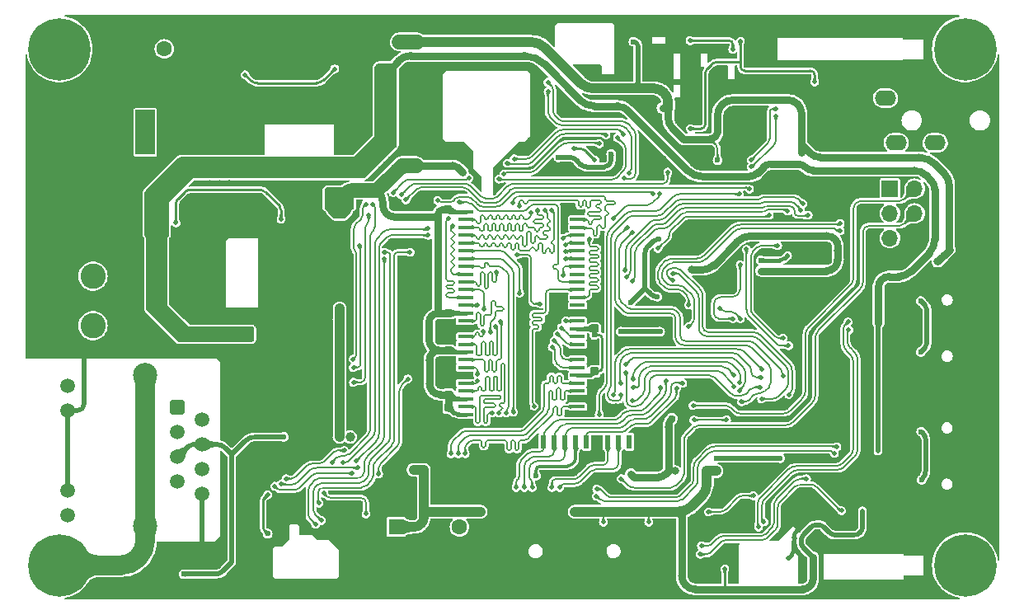
<source format=gbl>
G04 #@! TF.GenerationSoftware,KiCad,Pcbnew,7.0.1-3b83917a11~172~ubuntu22.10.1*
G04 #@! TF.CreationDate,2023-03-21T16:32:08+07:00*
G04 #@! TF.ProjectId,GatewayPlus_V1.4,47617465-7761-4795-906c-75735f56312e,rev?*
G04 #@! TF.SameCoordinates,Original*
G04 #@! TF.FileFunction,Copper,L2,Bot*
G04 #@! TF.FilePolarity,Positive*
%FSLAX46Y46*%
G04 Gerber Fmt 4.6, Leading zero omitted, Abs format (unit mm)*
G04 Created by KiCad (PCBNEW 7.0.1-3b83917a11~172~ubuntu22.10.1) date 2023-03-21 16:32:08*
%MOMM*%
%LPD*%
G01*
G04 APERTURE LIST*
G04 Aperture macros list*
%AMRoundRect*
0 Rectangle with rounded corners*
0 $1 Rounding radius*
0 $2 $3 $4 $5 $6 $7 $8 $9 X,Y pos of 4 corners*
0 Add a 4 corners polygon primitive as box body*
4,1,4,$2,$3,$4,$5,$6,$7,$8,$9,$2,$3,0*
0 Add four circle primitives for the rounded corners*
1,1,$1+$1,$2,$3*
1,1,$1+$1,$4,$5*
1,1,$1+$1,$6,$7*
1,1,$1+$1,$8,$9*
0 Add four rect primitives between the rounded corners*
20,1,$1+$1,$2,$3,$4,$5,0*
20,1,$1+$1,$4,$5,$6,$7,0*
20,1,$1+$1,$6,$7,$8,$9,0*
20,1,$1+$1,$8,$9,$2,$3,0*%
G04 Aperture macros list end*
G04 #@! TA.AperFunction,ComponentPad*
%ADD10C,0.800000*%
G04 #@! TD*
G04 #@! TA.AperFunction,ComponentPad*
%ADD11C,6.400000*%
G04 #@! TD*
G04 #@! TA.AperFunction,ComponentPad*
%ADD12C,0.500000*%
G04 #@! TD*
G04 #@! TA.AperFunction,ComponentPad*
%ADD13C,0.600000*%
G04 #@! TD*
G04 #@! TA.AperFunction,ComponentPad*
%ADD14R,2.600000X2.600000*%
G04 #@! TD*
G04 #@! TA.AperFunction,ComponentPad*
%ADD15C,2.600000*%
G04 #@! TD*
G04 #@! TA.AperFunction,ComponentPad*
%ADD16R,2.000000X4.600000*%
G04 #@! TD*
G04 #@! TA.AperFunction,ComponentPad*
%ADD17O,2.000000X4.200000*%
G04 #@! TD*
G04 #@! TA.AperFunction,ComponentPad*
%ADD18O,4.200000X2.000000*%
G04 #@! TD*
G04 #@! TA.AperFunction,ComponentPad*
%ADD19C,1.600000*%
G04 #@! TD*
G04 #@! TA.AperFunction,ComponentPad*
%ADD20O,2.100000X1.000000*%
G04 #@! TD*
G04 #@! TA.AperFunction,ComponentPad*
%ADD21O,1.600000X1.000000*%
G04 #@! TD*
G04 #@! TA.AperFunction,ComponentPad*
%ADD22RoundRect,0.250500X-0.499500X0.499500X-0.499500X-0.499500X0.499500X-0.499500X0.499500X0.499500X0*%
G04 #@! TD*
G04 #@! TA.AperFunction,ComponentPad*
%ADD23C,1.500000*%
G04 #@! TD*
G04 #@! TA.AperFunction,ComponentPad*
%ADD24C,2.500000*%
G04 #@! TD*
G04 #@! TA.AperFunction,ComponentPad*
%ADD25O,2.200000X1.600000*%
G04 #@! TD*
G04 #@! TA.AperFunction,ComponentPad*
%ADD26R,1.600000X1.600000*%
G04 #@! TD*
G04 #@! TA.AperFunction,ComponentPad*
%ADD27R,1.700000X1.700000*%
G04 #@! TD*
G04 #@! TA.AperFunction,ComponentPad*
%ADD28O,1.700000X1.700000*%
G04 #@! TD*
G04 #@! TA.AperFunction,SMDPad,CuDef*
%ADD29RoundRect,0.127500X-0.322500X0.297500X-0.322500X-0.297500X0.322500X-0.297500X0.322500X0.297500X0*%
G04 #@! TD*
G04 #@! TA.AperFunction,SMDPad,CuDef*
%ADD30R,1.510000X0.458000*%
G04 #@! TD*
G04 #@! TA.AperFunction,SMDPad,CuDef*
%ADD31RoundRect,0.127500X0.322500X-0.297500X0.322500X0.297500X-0.322500X0.297500X-0.322500X-0.297500X0*%
G04 #@! TD*
G04 #@! TA.AperFunction,SMDPad,CuDef*
%ADD32R,0.620000X1.400000*%
G04 #@! TD*
G04 #@! TA.AperFunction,SMDPad,CuDef*
%ADD33R,1.100000X2.400000*%
G04 #@! TD*
G04 #@! TA.AperFunction,ViaPad*
%ADD34C,0.600000*%
G04 #@! TD*
G04 #@! TA.AperFunction,ViaPad*
%ADD35C,0.500000*%
G04 #@! TD*
G04 #@! TA.AperFunction,ViaPad*
%ADD36C,1.000000*%
G04 #@! TD*
G04 #@! TA.AperFunction,ViaPad*
%ADD37C,0.800000*%
G04 #@! TD*
G04 #@! TA.AperFunction,Conductor*
%ADD38C,0.200000*%
G04 #@! TD*
G04 #@! TA.AperFunction,Conductor*
%ADD39C,0.400000*%
G04 #@! TD*
G04 #@! TA.AperFunction,Conductor*
%ADD40C,0.300000*%
G04 #@! TD*
G04 #@! TA.AperFunction,Conductor*
%ADD41C,0.800000*%
G04 #@! TD*
G04 #@! TA.AperFunction,Conductor*
%ADD42C,0.500000*%
G04 #@! TD*
G04 #@! TA.AperFunction,Conductor*
%ADD43C,0.250000*%
G04 #@! TD*
G04 #@! TA.AperFunction,Conductor*
%ADD44C,1.000000*%
G04 #@! TD*
G04 #@! TA.AperFunction,Conductor*
%ADD45C,1.500000*%
G04 #@! TD*
G04 #@! TA.AperFunction,Conductor*
%ADD46C,2.000000*%
G04 #@! TD*
G04 APERTURE END LIST*
D10*
X191310000Y-61509056D03*
X192012944Y-59812000D03*
X192012944Y-63206112D03*
X193710000Y-59109056D03*
D11*
X193710000Y-61509056D03*
D10*
X193710000Y-63909056D03*
X195407056Y-59812000D03*
X195407056Y-63206112D03*
X196110000Y-61509056D03*
D12*
X123350000Y-109959056D03*
X124300000Y-109959056D03*
X125250000Y-109959056D03*
X123350000Y-109009056D03*
X124300000Y-109009056D03*
X125250000Y-109009056D03*
X123350000Y-108059056D03*
X124300000Y-108059056D03*
X125250000Y-108059056D03*
D13*
X177390000Y-109997584D03*
X178238528Y-109149056D03*
X177390000Y-109149056D03*
X176559150Y-109166734D03*
X177407678Y-108318206D03*
D10*
X191310000Y-114509056D03*
X192012944Y-112812000D03*
X192012944Y-116206112D03*
X193710000Y-112109056D03*
D11*
X193710000Y-114509056D03*
D10*
X193710000Y-116909056D03*
X195407056Y-112812000D03*
X195407056Y-116206112D03*
X196110000Y-114509056D03*
D14*
X104150000Y-79729056D03*
D15*
X104150000Y-84809056D03*
X104150000Y-89889056D03*
D16*
X109530000Y-70034056D03*
D17*
X103230000Y-70034056D03*
D18*
X106630000Y-74834056D03*
D10*
X98310000Y-61509056D03*
X99012944Y-59812000D03*
X99012944Y-63206112D03*
X100710000Y-59109056D03*
D11*
X100710000Y-61509056D03*
D10*
X100710000Y-63909056D03*
X102407056Y-59812000D03*
X102407056Y-63206112D03*
X103110000Y-61509056D03*
D19*
X111470000Y-61479056D03*
X106470000Y-60279056D03*
D20*
X191340000Y-94469056D03*
D21*
X195520000Y-94469056D03*
D20*
X191340000Y-85829056D03*
D21*
X195520000Y-85829056D03*
D20*
X191320000Y-107599056D03*
D21*
X195500000Y-107599056D03*
D20*
X191320000Y-98959056D03*
D21*
X195500000Y-98959056D03*
D22*
X112832500Y-98289056D03*
D23*
X115372500Y-99549056D03*
X112832500Y-100829056D03*
X115372500Y-102089056D03*
X112832500Y-103369056D03*
X115372500Y-104629056D03*
X112832500Y-105909056D03*
X115372500Y-107169056D03*
X101572500Y-96104056D03*
X101572500Y-98644056D03*
X101572500Y-106814056D03*
X101572500Y-109354056D03*
D24*
X109522500Y-94984056D03*
X109522500Y-110474056D03*
D10*
X98310000Y-114509056D03*
X99012944Y-112812000D03*
X99012944Y-116206112D03*
X100710000Y-112109056D03*
D11*
X100710000Y-114509056D03*
D10*
X100710000Y-116909056D03*
X102407056Y-112812000D03*
X102407056Y-116206112D03*
X103110000Y-114509056D03*
D13*
X124080000Y-63874056D03*
X124080000Y-62874056D03*
X124080000Y-61874056D03*
X122880000Y-63874056D03*
X122880000Y-62874056D03*
X122880000Y-61874056D03*
D25*
X190640000Y-71119056D03*
X193640000Y-71119056D03*
X185530000Y-66519056D03*
X186640000Y-71119056D03*
D13*
X174335000Y-76084056D03*
X175135000Y-76084056D03*
X175935000Y-76084056D03*
X174335000Y-75284056D03*
X175135000Y-75284056D03*
X175935000Y-75284056D03*
X174335000Y-74484056D03*
X175135000Y-74484056D03*
X175935000Y-74484056D03*
X117170000Y-79251556D03*
X117170000Y-78251556D03*
X117170000Y-77251556D03*
X115970000Y-79251556D03*
X115970000Y-78251556D03*
X115970000Y-77251556D03*
D26*
X135290000Y-110569056D03*
D19*
X141790000Y-110569056D03*
D27*
X185990000Y-75819056D03*
D28*
X188530000Y-75819056D03*
X185990000Y-78359056D03*
X188530000Y-78359056D03*
X185990000Y-80899056D03*
X188530000Y-80899056D03*
D29*
X140685000Y-95434056D03*
X140685000Y-96984056D03*
D30*
X142410000Y-99009056D03*
X142410000Y-98209056D03*
X142410000Y-97409056D03*
X142410000Y-96609056D03*
X142410000Y-95809056D03*
X142410000Y-95009056D03*
X142410000Y-94209056D03*
X142410000Y-93409056D03*
X142410000Y-92609056D03*
X142410000Y-91809056D03*
X142410000Y-91009056D03*
X142410000Y-90209056D03*
X142410000Y-89409056D03*
X142410000Y-88609056D03*
X142410000Y-87809056D03*
X142410000Y-87009056D03*
X142410000Y-86209056D03*
X142410000Y-85409056D03*
X142410000Y-84609056D03*
X142410000Y-83809056D03*
X142410000Y-83009056D03*
X142410000Y-82209056D03*
X142410000Y-81409056D03*
X142410000Y-80609056D03*
X142410000Y-79809056D03*
X142410000Y-79009056D03*
X142410000Y-78209056D03*
X153910000Y-78209056D03*
X153910000Y-79009056D03*
X153910000Y-79809056D03*
X153910000Y-80609056D03*
X153910000Y-81409056D03*
X153910000Y-82209056D03*
X153910000Y-83009056D03*
X153910000Y-83809056D03*
X153910000Y-84609056D03*
X153910000Y-85409056D03*
X153910000Y-86209056D03*
X153910000Y-87009056D03*
X153910000Y-87809056D03*
X153910000Y-88609056D03*
X153910000Y-89409056D03*
X153910000Y-90209056D03*
X153910000Y-91009056D03*
X153910000Y-91809056D03*
X153910000Y-92609056D03*
X153910000Y-93409056D03*
X153910000Y-94209056D03*
X153910000Y-95009056D03*
X153910000Y-95809056D03*
X153910000Y-96609056D03*
X153910000Y-97409056D03*
X153910000Y-98209056D03*
X153910000Y-99009056D03*
D29*
X155635000Y-93034056D03*
X155635000Y-94584056D03*
D31*
X140685000Y-93984056D03*
X140685000Y-92434056D03*
D29*
X155635000Y-88634056D03*
X155635000Y-90184056D03*
D31*
X140685000Y-99859056D03*
X140685000Y-98309056D03*
D32*
X159230000Y-101831556D03*
X150430000Y-101831556D03*
X151530000Y-101831556D03*
X152630000Y-101831556D03*
X153730000Y-101831556D03*
X154830000Y-101831556D03*
X155930000Y-101831556D03*
X157030000Y-101831556D03*
X158130000Y-101831556D03*
D33*
X160610000Y-112636556D03*
X160610000Y-103456556D03*
X145510000Y-103381556D03*
X144535000Y-112631556D03*
D31*
X140685000Y-90184056D03*
X140685000Y-88634056D03*
D29*
X140560000Y-76435000D03*
X140560000Y-77985000D03*
D34*
X195520000Y-77679056D03*
D35*
X188837500Y-102779056D03*
D34*
X111210000Y-58379056D03*
X181330000Y-117639056D03*
X166210000Y-58379056D03*
X147210000Y-58379056D03*
X181160000Y-116389056D03*
X186680000Y-68819056D03*
X139210000Y-58379056D03*
X135080000Y-107979056D03*
X138840000Y-99879056D03*
X153700000Y-116459056D03*
X194310000Y-73659056D03*
X170530000Y-105669056D03*
X167120000Y-73469056D03*
X147880000Y-117639056D03*
X166040000Y-116059056D03*
X108320000Y-83279056D03*
X104010000Y-81659056D03*
X195520000Y-75679056D03*
X115890000Y-117619056D03*
X190110000Y-117639056D03*
X183950000Y-91279056D03*
X126430000Y-83759056D03*
X126700000Y-98049056D03*
X175150000Y-63029056D03*
X190140000Y-59949056D03*
X182040000Y-112999056D03*
X171210000Y-58379056D03*
D35*
X167340000Y-87749056D03*
D34*
X131970000Y-97309056D03*
X195310000Y-65609056D03*
X121800000Y-116439056D03*
X128280000Y-102249056D03*
D36*
X152734500Y-77818556D03*
D35*
X163670000Y-64870000D03*
D34*
X141140000Y-114209056D03*
X112610000Y-81619056D03*
X127210000Y-58379056D03*
X136540000Y-101179056D03*
X106880000Y-61889056D03*
X159050000Y-66530000D03*
X183280000Y-59799056D03*
X193290000Y-66819056D03*
X101090000Y-81659056D03*
X187130000Y-106249056D03*
X168950000Y-107249056D03*
X167070000Y-110819056D03*
X99410000Y-68199056D03*
X150840000Y-115239056D03*
X152760000Y-114029056D03*
X134240000Y-73320000D03*
X184440000Y-77740000D03*
X156440000Y-72449056D03*
X165730000Y-95619056D03*
X194310000Y-100329056D03*
X191620000Y-97719056D03*
X159890000Y-67209056D03*
D35*
X171410000Y-62159056D03*
D34*
X130210000Y-58379056D03*
X193490000Y-110719056D03*
D35*
X188830000Y-89649056D03*
X152960000Y-74329056D03*
X170790000Y-68739056D03*
D34*
X176640000Y-90949056D03*
X164210000Y-58379056D03*
X188380000Y-99489056D03*
X152210000Y-58379056D03*
X142740000Y-99889056D03*
X163380000Y-117639056D03*
X195520000Y-72659056D03*
X172820000Y-64879056D03*
X194540000Y-97719056D03*
X159640000Y-112719056D03*
X140960000Y-103889056D03*
D35*
X156350000Y-87390000D03*
D34*
X98200000Y-68199056D03*
X104030000Y-65179056D03*
X141680000Y-103889056D03*
X121410000Y-105639056D03*
X143210000Y-58379056D03*
X100590000Y-84439056D03*
X140960000Y-104590000D03*
X155290000Y-110499056D03*
X111350000Y-67989056D03*
X195520000Y-102309056D03*
X194310000Y-92989056D03*
X130680000Y-114274056D03*
X184420000Y-84289056D03*
X119700000Y-100599056D03*
X194310000Y-82659056D03*
X166230000Y-73049056D03*
X176640000Y-96769056D03*
X128080000Y-67939056D03*
X101100000Y-66389056D03*
X114530000Y-87180000D03*
X101600000Y-92769056D03*
X108320000Y-84229056D03*
X132210000Y-58379056D03*
X195520000Y-76679056D03*
X179010000Y-77609056D03*
X141130000Y-117639056D03*
X151820000Y-115239056D03*
X195520000Y-74659056D03*
X114530000Y-88310000D03*
X186210000Y-58379056D03*
D35*
X151370000Y-86920000D03*
D34*
X130520000Y-87739056D03*
X182710000Y-68029056D03*
X189150000Y-96299056D03*
X194310000Y-92009056D03*
X161460000Y-117639056D03*
X119840000Y-116439056D03*
X153210000Y-58379056D03*
X178060000Y-68029056D03*
D35*
X174250000Y-82529056D03*
D34*
X179330000Y-103489056D03*
X105240000Y-117609056D03*
X154680000Y-117639056D03*
X118840000Y-117619056D03*
X111140000Y-114429056D03*
X113580000Y-60429056D03*
X114000000Y-117609056D03*
X162210000Y-58379056D03*
X119120000Y-70939056D03*
X102100000Y-77689056D03*
X124210000Y-58379056D03*
X176510000Y-65689056D03*
X100600000Y-80029056D03*
X174210000Y-58379056D03*
X134420000Y-117629056D03*
X196310000Y-65609056D03*
X150840000Y-116459056D03*
X104210000Y-58379056D03*
X183330000Y-99489056D03*
X103080000Y-77689056D03*
X149840000Y-116459056D03*
D35*
X150160000Y-74319056D03*
D34*
X158090000Y-91700000D03*
X186280000Y-59799056D03*
X119290000Y-88320000D03*
X104010000Y-82869056D03*
X195520000Y-81659056D03*
X124810000Y-98049056D03*
X105670000Y-63940000D03*
D37*
X165990000Y-80689056D03*
D34*
X106880000Y-62889056D03*
X194310000Y-79679056D03*
X179740000Y-90580000D03*
X178290000Y-66529056D03*
X194310000Y-66819056D03*
X188920000Y-85999056D03*
X194430000Y-110719056D03*
X122300000Y-102199056D03*
X178060000Y-101559056D03*
X189290000Y-66819056D03*
X126430000Y-86699056D03*
X183240000Y-106249056D03*
X181020000Y-101559056D03*
X136540000Y-100239056D03*
D35*
X170790000Y-67739056D03*
D34*
X195310000Y-66819056D03*
X182240000Y-106249056D03*
X143110000Y-117639056D03*
X110160000Y-117609056D03*
X173020000Y-61489056D03*
D35*
X171790000Y-68739056D03*
D34*
X193290000Y-65609056D03*
X191060000Y-117639056D03*
X113020000Y-117609056D03*
X130520000Y-84229056D03*
D35*
X167440000Y-89949056D03*
D34*
X181690000Y-76480000D03*
X111350000Y-67009056D03*
X114290000Y-70929056D03*
X151820000Y-114029056D03*
X126430000Y-85679056D03*
X110210000Y-58379056D03*
X99410000Y-67179056D03*
X135360000Y-116449056D03*
X186690000Y-93289056D03*
X180590000Y-93299056D03*
X186050000Y-85999056D03*
X181280000Y-59799056D03*
X181580000Y-99769056D03*
D37*
X123080000Y-92619056D03*
D34*
X194310000Y-80679056D03*
X183950000Y-99869056D03*
X194310000Y-105169056D03*
X151820000Y-117639056D03*
X162730000Y-73489056D03*
X195520000Y-92009056D03*
X136290000Y-112989056D03*
X191290000Y-68819056D03*
X131590000Y-68189056D03*
X158540000Y-117639056D03*
X183290000Y-65619056D03*
X185550000Y-96289056D03*
X177210000Y-58379056D03*
X158230000Y-106789056D03*
X142120000Y-112999056D03*
X157120000Y-68269056D03*
X183950000Y-92219056D03*
X137970000Y-66179056D03*
X103080000Y-65179056D03*
X196530000Y-96299056D03*
X122700000Y-117619056D03*
X159600000Y-91700000D03*
X122300000Y-103134056D03*
X122360000Y-98049056D03*
X142400000Y-103889056D03*
X131460000Y-116449056D03*
X102100000Y-66389056D03*
X155630000Y-117639056D03*
X134140000Y-106769056D03*
X105940000Y-76479056D03*
X195520000Y-73659056D03*
X177720000Y-63029056D03*
X117320000Y-61399056D03*
X176640000Y-93909056D03*
X112080000Y-117609056D03*
X105940000Y-77689056D03*
X157210000Y-58379056D03*
X129210000Y-58379056D03*
X135080000Y-106769056D03*
X121760000Y-117619056D03*
X108310000Y-86149056D03*
X145950000Y-117639056D03*
X167070000Y-109749056D03*
X179010000Y-76459056D03*
X131590000Y-71129056D03*
X165210000Y-58379056D03*
X99410000Y-71199056D03*
X116420000Y-88320000D03*
X148210000Y-58379056D03*
D35*
X175570000Y-113769056D03*
D34*
X104460000Y-92769056D03*
X98200000Y-70199056D03*
X100590000Y-83499056D03*
X165730000Y-96359056D03*
D37*
X114970000Y-92619056D03*
D34*
X127590000Y-116449056D03*
X164960000Y-71769056D03*
D35*
X152570000Y-86920000D03*
D34*
X183210000Y-58379056D03*
X122800000Y-116439056D03*
X171340000Y-104269056D03*
X161410000Y-101589056D03*
X117860000Y-117619056D03*
X153700000Y-117639056D03*
X195520000Y-83639056D03*
X98200000Y-74179056D03*
X159210000Y-58379056D03*
X102090000Y-82869056D03*
X116420000Y-87190000D03*
X108320000Y-76479056D03*
X107200000Y-117609056D03*
X99410000Y-92779056D03*
X184290000Y-117639056D03*
X105670000Y-71019056D03*
X195520000Y-87169056D03*
X188290000Y-66819056D03*
X188190000Y-117639056D03*
X136300000Y-117629056D03*
X98200000Y-72199056D03*
X191210000Y-58379056D03*
X139160000Y-112999056D03*
X165920000Y-109749056D03*
X106880000Y-68019056D03*
X163050000Y-110839056D03*
X111350000Y-63849056D03*
X120210000Y-58379056D03*
X172520000Y-105419056D03*
X180210000Y-58379056D03*
X195520000Y-97719056D03*
X172220000Y-60799056D03*
X188310000Y-64479056D03*
X187370000Y-82399056D03*
X180010000Y-77609056D03*
X165920000Y-110819056D03*
X138230000Y-116459056D03*
X139700000Y-95459056D03*
D35*
X155640000Y-87709056D03*
D34*
X102580000Y-91559056D03*
X179010000Y-78779056D03*
X113580000Y-59449056D03*
D35*
X176350000Y-82729056D03*
D34*
X132000000Y-99959056D03*
X115270000Y-70929056D03*
X108180000Y-117609056D03*
X127580000Y-89569056D03*
X105210000Y-58379056D03*
X186740000Y-91299056D03*
X118210000Y-58379056D03*
D37*
X121800000Y-92609056D03*
D34*
X133210000Y-58379056D03*
X164130000Y-67989056D03*
X179370000Y-117639056D03*
D35*
X171790000Y-67739056D03*
D34*
X178950000Y-59799056D03*
X106880000Y-63940000D03*
X136020000Y-107979056D03*
X98200000Y-92779056D03*
X125150000Y-96469056D03*
X143060000Y-112999056D03*
X184290000Y-64479056D03*
X173020000Y-60799056D03*
X169160000Y-64900000D03*
D35*
X174690000Y-104589056D03*
D34*
X154210000Y-58379056D03*
X158850000Y-91700000D03*
X183920000Y-83299056D03*
X195520000Y-105169056D03*
X134210000Y-58379056D03*
X155820000Y-91630000D03*
X140140000Y-114209056D03*
X156730000Y-106199056D03*
X117190000Y-70939056D03*
X104960000Y-76479056D03*
X165590000Y-72429056D03*
D37*
X155435000Y-98334056D03*
D34*
X105930000Y-82869056D03*
X116880000Y-117619056D03*
X176210000Y-58379056D03*
X164090000Y-98689056D03*
X118160000Y-75239056D03*
X131210000Y-58379056D03*
X105670000Y-64940000D03*
X127530000Y-117629056D03*
X187930000Y-85999056D03*
X156580000Y-116469056D03*
X182990000Y-108069056D03*
D35*
X129585000Y-110629056D03*
D34*
X184220000Y-106249056D03*
X115360000Y-62299056D03*
X195520000Y-101309056D03*
X189590000Y-110719056D03*
X105670000Y-68019056D03*
X185550000Y-93289056D03*
X105940000Y-66389056D03*
X118340000Y-88320000D03*
X118930000Y-66399056D03*
X116160000Y-75239056D03*
X123250000Y-102199056D03*
X143060000Y-114209056D03*
X146670000Y-63230000D03*
X162580000Y-69919056D03*
X181310000Y-93299056D03*
X111350000Y-70929056D03*
X121590000Y-81469056D03*
X119800000Y-105639056D03*
X141680000Y-104590000D03*
X184210000Y-58379056D03*
X158210000Y-58379056D03*
X141340000Y-95009056D03*
X150840000Y-114029056D03*
X107210000Y-58379056D03*
X184280000Y-59799056D03*
X190680000Y-97719056D03*
X112210000Y-58379056D03*
X153310000Y-110499056D03*
X191290000Y-66819056D03*
D35*
X176790000Y-83309056D03*
D34*
X183240000Y-105039056D03*
X140170000Y-106599056D03*
D35*
X167340000Y-87149056D03*
D34*
X123400000Y-81469056D03*
X187310000Y-64479056D03*
X178560000Y-99519056D03*
X192550000Y-110719056D03*
X141130000Y-116459056D03*
X131590000Y-70109056D03*
X181210000Y-58379056D03*
X121320000Y-102199056D03*
X155170000Y-91630000D03*
X135310000Y-114199056D03*
X114950000Y-117609056D03*
X144970000Y-117639056D03*
X186920000Y-89649056D03*
X107350000Y-92769056D03*
X117320000Y-59439056D03*
X178010000Y-76459056D03*
X182960000Y-92219056D03*
X179860000Y-93299056D03*
X194310000Y-77679056D03*
X123870000Y-98049056D03*
X125660000Y-116439056D03*
X150235500Y-69359056D03*
X185550000Y-97269056D03*
X136020000Y-106769056D03*
X145210000Y-58379056D03*
X194310000Y-87169056D03*
X108320000Y-81359056D03*
X128530000Y-116449056D03*
D35*
X180790000Y-85279056D03*
D34*
X160910000Y-63539056D03*
D35*
X178870000Y-85279056D03*
D34*
X150840000Y-117639056D03*
X144670000Y-63230000D03*
X103080000Y-66389056D03*
X196360000Y-111509056D03*
X118930000Y-67049056D03*
X174820000Y-65689056D03*
X133440000Y-117629056D03*
X133430000Y-114199056D03*
D35*
X175930000Y-83309056D03*
X169790000Y-68739056D03*
D34*
X195520000Y-91069056D03*
X192290000Y-66819056D03*
X139660000Y-67119056D03*
X144210000Y-58379056D03*
X120060000Y-70939056D03*
X99410000Y-65179056D03*
X123780000Y-116439056D03*
D35*
X152160000Y-73409056D03*
D34*
X173770000Y-105419056D03*
X112330000Y-70929056D03*
X190290000Y-66819056D03*
X184220000Y-105039056D03*
X143030000Y-106599056D03*
X195520000Y-78679056D03*
X187310000Y-66819056D03*
X171420000Y-60799056D03*
X139660000Y-68069056D03*
X142130000Y-117639056D03*
X194310000Y-72659056D03*
X123330000Y-76279056D03*
X167040000Y-116059056D03*
X126430000Y-89569056D03*
D35*
X122360000Y-113759056D03*
D34*
X138210000Y-58379056D03*
X178630000Y-63029056D03*
X100590000Y-87299056D03*
X188610000Y-82399056D03*
X175560000Y-100700000D03*
X178060000Y-69409056D03*
X139660000Y-69049056D03*
X128210000Y-58379056D03*
X189210000Y-58379056D03*
D35*
X153550000Y-74329056D03*
D34*
X188210000Y-58379056D03*
X132440000Y-116449056D03*
X192560000Y-97719056D03*
X117210000Y-58379056D03*
X171510000Y-105669056D03*
X114210000Y-58379056D03*
X120470000Y-98049056D03*
X130510000Y-79219056D03*
X136300000Y-116449056D03*
X162490000Y-115239056D03*
X180350000Y-117639056D03*
X142090000Y-106599056D03*
X190100000Y-112959056D03*
X137970000Y-64219056D03*
X165730000Y-112639056D03*
X124630000Y-117619056D03*
X109210000Y-58379056D03*
X139160000Y-114209056D03*
X137960000Y-67119056D03*
X195520000Y-106149056D03*
X182060000Y-75029056D03*
X189890000Y-61509056D03*
X196310000Y-71169056D03*
X191290000Y-65609056D03*
X136290000Y-114199056D03*
X103280000Y-117609056D03*
X116340000Y-62299056D03*
X113210000Y-58379056D03*
D35*
X170400000Y-101749556D03*
D34*
X100600000Y-91559056D03*
X179540000Y-63029056D03*
X134730000Y-72820000D03*
X99410000Y-73199056D03*
X106880000Y-76479056D03*
X177770000Y-99439056D03*
X133740000Y-73820000D03*
X176640000Y-86009056D03*
X185270000Y-117639056D03*
X183500000Y-75029056D03*
X139780000Y-99889056D03*
X126430000Y-82809056D03*
X137970000Y-63140000D03*
X195520000Y-88149056D03*
X140210000Y-58379056D03*
X162380000Y-110839056D03*
X102580000Y-92769056D03*
X168440000Y-106809056D03*
D35*
X153550000Y-73749056D03*
D34*
X152760000Y-116459056D03*
X186960000Y-85999056D03*
X182160000Y-116389056D03*
X156240000Y-64449056D03*
D35*
X161190000Y-71249056D03*
D34*
X182960000Y-91279056D03*
X139650000Y-91234056D03*
X106870000Y-82869056D03*
D35*
X179790000Y-85279056D03*
D34*
X141150000Y-106599056D03*
X185550000Y-98209056D03*
X134370000Y-114199056D03*
X193540000Y-97719056D03*
X137510000Y-91240000D03*
X189700000Y-97719056D03*
X181060000Y-112999056D03*
X195520000Y-104229056D03*
X126640000Y-116439056D03*
X189890000Y-114509056D03*
X123870000Y-99069056D03*
X157730000Y-106199056D03*
X141150000Y-107809056D03*
D35*
X129055000Y-65349056D03*
D34*
X139670000Y-65199056D03*
X100590000Y-86359056D03*
X145670000Y-63230000D03*
X136210000Y-58379056D03*
X187210000Y-58379056D03*
X186290000Y-64479056D03*
X122480000Y-81469056D03*
D35*
X169790000Y-67739056D03*
D34*
X189290000Y-65609056D03*
X171435000Y-64459056D03*
X125570000Y-117629056D03*
X189310000Y-64479056D03*
X136540000Y-102119056D03*
X115930000Y-112619056D03*
X183290000Y-64479056D03*
X105670000Y-72019056D03*
X180310000Y-63359056D03*
X143110000Y-116459056D03*
X163210000Y-58379056D03*
X111350000Y-69949056D03*
X132450000Y-112989056D03*
X125410000Y-89109056D03*
D37*
X157850000Y-98308556D03*
D34*
X124720000Y-116439056D03*
X108310000Y-85169056D03*
X126440000Y-79909056D03*
X190290000Y-65609056D03*
X162490000Y-114029056D03*
X123870000Y-100019056D03*
X196530000Y-97719056D03*
X140140000Y-112999056D03*
X155210000Y-58379056D03*
D35*
X151160000Y-74329056D03*
D34*
X105440000Y-91559056D03*
X105670000Y-69019056D03*
X161730000Y-72750000D03*
X156500000Y-112019056D03*
X180310000Y-65619056D03*
X183950000Y-93219056D03*
D35*
X163050000Y-64870000D03*
D34*
X129505000Y-109949056D03*
X190140000Y-63079056D03*
X111350000Y-66029056D03*
X156420000Y-113229056D03*
D35*
X122360000Y-113159056D03*
D34*
X157560000Y-117639056D03*
X130520000Y-85189056D03*
X184680000Y-68819056D03*
X184900000Y-82429056D03*
X176640000Y-92929056D03*
X100600000Y-90469056D03*
D35*
X172790000Y-67739056D03*
D34*
X108320000Y-80419056D03*
X100590000Y-88279056D03*
X104020000Y-66389056D03*
X185280000Y-59799056D03*
X99410000Y-70199056D03*
X160520000Y-117639056D03*
X182280000Y-59799056D03*
X129510000Y-117629056D03*
X104260000Y-117609056D03*
X161790000Y-63539056D03*
X115210000Y-58379056D03*
X113310000Y-70929056D03*
X183040000Y-112999056D03*
X170210000Y-58379056D03*
X139780000Y-99020000D03*
X104020000Y-77689056D03*
X140170000Y-107809056D03*
X192290000Y-65609056D03*
X101090000Y-82869056D03*
X121010000Y-70939056D03*
X195520000Y-100329056D03*
X129510000Y-116449056D03*
X113550000Y-88310000D03*
X100590000Y-89279056D03*
X131110000Y-78359056D03*
X126550000Y-117629056D03*
X189130000Y-117639056D03*
X177170000Y-100049056D03*
X139670000Y-63230000D03*
X115470000Y-87190000D03*
X176640000Y-88979056D03*
X120820000Y-116439056D03*
X175560000Y-101559056D03*
X195520000Y-82659056D03*
D37*
X156834500Y-98308556D03*
D34*
X169210000Y-58379056D03*
X127580000Y-88629056D03*
X180570000Y-90580000D03*
X98200000Y-65179056D03*
X161735000Y-67734056D03*
X135360000Y-117629056D03*
X119950000Y-114209056D03*
X183920000Y-82429056D03*
X154680000Y-116459056D03*
X123370000Y-80196556D03*
X132450000Y-114199056D03*
X178350000Y-103489056D03*
X108320000Y-79439056D03*
D35*
X156060000Y-71909056D03*
D34*
X176830000Y-63029056D03*
X147280000Y-103239056D03*
X123210000Y-58379056D03*
X188920000Y-84959056D03*
X132440000Y-117629056D03*
X117160000Y-75239056D03*
X181290000Y-63359056D03*
X137580000Y-96179056D03*
X98200000Y-66179056D03*
X141140000Y-112999056D03*
X178060000Y-100149056D03*
X160290000Y-101579056D03*
X185000000Y-112999056D03*
X188610000Y-109119056D03*
X152330000Y-110499056D03*
X176640000Y-87979056D03*
X187310000Y-65609056D03*
X98200000Y-67179056D03*
X177160000Y-59799056D03*
X159540000Y-117639056D03*
X186770000Y-87999056D03*
X163490000Y-115239056D03*
X137000000Y-107979056D03*
X148860000Y-117639056D03*
X139670000Y-64219056D03*
X176640000Y-95789056D03*
X108210000Y-58379056D03*
X106880000Y-69019056D03*
X142210000Y-58379056D03*
X190210000Y-58379056D03*
X181010000Y-77609056D03*
X106380000Y-92769056D03*
X142400000Y-104590000D03*
D35*
X181560000Y-84239056D03*
D34*
X185290000Y-63359056D03*
X139170000Y-117639056D03*
X195520000Y-80679056D03*
X143670000Y-63230000D03*
X182330000Y-117639056D03*
X131280000Y-97709056D03*
X125150000Y-94579056D03*
D35*
X130330000Y-61524056D03*
D34*
X188590000Y-71169056D03*
X194310000Y-106149056D03*
X100600000Y-92769056D03*
D35*
X181560000Y-84979056D03*
D34*
X185160000Y-105039056D03*
X99410000Y-72199056D03*
X195520000Y-92989056D03*
X178060000Y-68719056D03*
X119650000Y-112909056D03*
X137240000Y-112999056D03*
D35*
X163960000Y-87319056D03*
D34*
X126430000Y-88629056D03*
X144050000Y-117639056D03*
X142670000Y-63230000D03*
D35*
X129585000Y-109269056D03*
D34*
X183290000Y-63359056D03*
X141740000Y-99889056D03*
X186290000Y-63359056D03*
X194310000Y-76679056D03*
X180040000Y-101559056D03*
X190570000Y-110719056D03*
X103210000Y-58379056D03*
X173210000Y-58379056D03*
X151820000Y-116459056D03*
X158050000Y-68269056D03*
X184020000Y-112999056D03*
X194310000Y-88149056D03*
X176640000Y-89959056D03*
D37*
X165450000Y-80149056D03*
D34*
X175990000Y-63029056D03*
X106880000Y-71019056D03*
X148200000Y-110500000D03*
X106880000Y-77689056D03*
X130520000Y-89629056D03*
X191570000Y-110719056D03*
X194310000Y-101309056D03*
X98200000Y-77099056D03*
X121410000Y-98049056D03*
X159360000Y-89529056D03*
X195520000Y-84579056D03*
X195520000Y-79679056D03*
X138230000Y-117629056D03*
X183140000Y-116389056D03*
X137280000Y-116449056D03*
X152760000Y-115239056D03*
X136733402Y-91248551D03*
X102100000Y-65179056D03*
X117400000Y-88320000D03*
X106880000Y-64940000D03*
D35*
X168160000Y-89949056D03*
D34*
X142120000Y-114209056D03*
X161510000Y-114029056D03*
X128080000Y-66959056D03*
X100600000Y-81029056D03*
X185550000Y-99149056D03*
X172210000Y-58379056D03*
X196310000Y-66819056D03*
X99410000Y-66179056D03*
X196360000Y-109129056D03*
X106240000Y-117609056D03*
X195410000Y-110719056D03*
X188160000Y-106249056D03*
X131590000Y-67239056D03*
X130520000Y-83249056D03*
X128530000Y-117629056D03*
X137960000Y-70939056D03*
X119840000Y-117619056D03*
X158050000Y-64449056D03*
X125760000Y-98049056D03*
X176500000Y-100709056D03*
X176640000Y-86999056D03*
X112570000Y-87180000D03*
X118140000Y-70939056D03*
X113550000Y-87180000D03*
X159640000Y-113929056D03*
D35*
X151970000Y-86920000D03*
D34*
X120820000Y-117619056D03*
X139660000Y-70009056D03*
X184450000Y-76480000D03*
X186390000Y-116389056D03*
X189550000Y-79639056D03*
X189550000Y-77069056D03*
X165190000Y-98689056D03*
X182290000Y-64479056D03*
X106380000Y-91559056D03*
X104960000Y-66389056D03*
X98200000Y-73199056D03*
X184900000Y-83299056D03*
X111140000Y-115369056D03*
X186270000Y-117639056D03*
X175670000Y-65689056D03*
X131460000Y-117629056D03*
X105440000Y-92769056D03*
X109160000Y-117609056D03*
X108320000Y-78439056D03*
X130480000Y-117629056D03*
X141670000Y-63230000D03*
X133160000Y-106769056D03*
X102090000Y-81659056D03*
X117320000Y-62299056D03*
X149840000Y-117639056D03*
X138180000Y-112999056D03*
X149050000Y-70869056D03*
D35*
X173660000Y-82529056D03*
D34*
X111140000Y-116349056D03*
X113580000Y-61409056D03*
X135520000Y-103259056D03*
X152760000Y-117639056D03*
X194310000Y-83639056D03*
X104950000Y-81659056D03*
X194310000Y-84579056D03*
X117810000Y-100599056D03*
X111350000Y-68969056D03*
X187850000Y-93299056D03*
X101600000Y-91559056D03*
X103070000Y-82869056D03*
X139670000Y-66179056D03*
X188610000Y-110719056D03*
X105670000Y-70019056D03*
X196310000Y-64479056D03*
X156580000Y-117639056D03*
X127640000Y-98049056D03*
X154290000Y-110499056D03*
X125150000Y-92619056D03*
X137960000Y-68069056D03*
X137240000Y-114199056D03*
X188290000Y-65609056D03*
X127820000Y-78389056D03*
X184290000Y-63359056D03*
X162100000Y-69249056D03*
X150735000Y-59734056D03*
X140150000Y-117639056D03*
X177350000Y-103489056D03*
X111140000Y-117609056D03*
X176640000Y-94849056D03*
X182290000Y-63359056D03*
X104950000Y-82869056D03*
X162730000Y-72750000D03*
X173010000Y-62999056D03*
X117400000Y-87190000D03*
X98200000Y-69199056D03*
X157120000Y-64449056D03*
D35*
X172790000Y-68739056D03*
D34*
X195520000Y-89149056D03*
X121170000Y-88320000D03*
X116250000Y-70929056D03*
X164330000Y-117639056D03*
X135310000Y-112989056D03*
X194310000Y-81659056D03*
X156240000Y-68269056D03*
X148670000Y-63230000D03*
X140670000Y-63230000D03*
X185550000Y-94309056D03*
X160290000Y-100699056D03*
X134370000Y-112989056D03*
X141210000Y-58379056D03*
X100600000Y-79049056D03*
X105670000Y-61889056D03*
X104960000Y-77689056D03*
X137000000Y-106769056D03*
X131590000Y-69169056D03*
X119160000Y-105449056D03*
X175300000Y-59799056D03*
X98200000Y-71199056D03*
X185390000Y-116389056D03*
X132000000Y-99289056D03*
X108320000Y-77459056D03*
X100590000Y-85419056D03*
X173010000Y-62189056D03*
X154930000Y-113219056D03*
X135000000Y-77029056D03*
X146210000Y-58379056D03*
X159890000Y-66530000D03*
X146930000Y-117639056D03*
X147280000Y-104620000D03*
X180480000Y-89619056D03*
X186160000Y-106249056D03*
X105930000Y-81659056D03*
X160210000Y-58379056D03*
D35*
X160480000Y-71249056D03*
D34*
X180080000Y-112999056D03*
X186920000Y-112999056D03*
X111350000Y-65049056D03*
X113680000Y-114429056D03*
X184440000Y-78960000D03*
X164170000Y-101609556D03*
X125150000Y-93639056D03*
X177040000Y-115609056D03*
X163490000Y-114029056D03*
X168390000Y-64900000D03*
X183310000Y-117639056D03*
X137960000Y-69989056D03*
X144050000Y-116459056D03*
X190310000Y-64479056D03*
X150390000Y-70509056D03*
X157250000Y-106789056D03*
X137280000Y-117629056D03*
X130520000Y-86119056D03*
X168210000Y-58379056D03*
X181290000Y-65619056D03*
X139170000Y-116459056D03*
X106880000Y-66389056D03*
X147280000Y-103930000D03*
X116605000Y-112619056D03*
X121210000Y-58379056D03*
X161210000Y-58379056D03*
X186930000Y-102779056D03*
X134420000Y-116449056D03*
X125540000Y-102259056D03*
X161510000Y-115239056D03*
X149210000Y-58379056D03*
X156210000Y-58379056D03*
X182210000Y-58379056D03*
X176640000Y-91929056D03*
X165310000Y-68629056D03*
X119210000Y-58379056D03*
X186810000Y-99489056D03*
X137970000Y-65199056D03*
X99410000Y-74179056D03*
X106880000Y-70019056D03*
X106880000Y-72019056D03*
X134140000Y-107979056D03*
X190100000Y-116089056D03*
X115500000Y-80649056D03*
X185160000Y-106249056D03*
X125150000Y-95519056D03*
D35*
X155750000Y-86899056D03*
D34*
X158360000Y-59084056D03*
X123680000Y-117619056D03*
X150210000Y-58379056D03*
X185210000Y-58379056D03*
X105670000Y-62889056D03*
X162400000Y-117639056D03*
X196360000Y-110719056D03*
X106870000Y-81659056D03*
X133160000Y-107979056D03*
X185290000Y-64479056D03*
X138180000Y-114209056D03*
X122210000Y-58379056D03*
X162240000Y-68384056D03*
X194310000Y-74659056D03*
X103520000Y-92769056D03*
X182290000Y-65619056D03*
X117320000Y-60419056D03*
X179040000Y-101559056D03*
X99410000Y-77099056D03*
X136990000Y-96749056D03*
X128080000Y-66009056D03*
X181090000Y-88949056D03*
X185980000Y-112999056D03*
X150190000Y-68079056D03*
X155630000Y-116469056D03*
X167210000Y-58379056D03*
X115470000Y-88320000D03*
X133430000Y-112989056D03*
X130520000Y-88699056D03*
X137580000Y-95320000D03*
X137210000Y-58379056D03*
X106210000Y-58379056D03*
X187250000Y-117639056D03*
X130480000Y-116449056D03*
X114580000Y-114429056D03*
X179210000Y-58379056D03*
X147670000Y-63230000D03*
X175210000Y-58379056D03*
X99410000Y-69199056D03*
X133440000Y-116449056D03*
X126440000Y-80889056D03*
X178210000Y-58379056D03*
X180310000Y-64479056D03*
X194310000Y-65609056D03*
X101100000Y-77689056D03*
X108320000Y-82299056D03*
X114630000Y-81619056D03*
X185680000Y-68819056D03*
X151210000Y-58379056D03*
X103070000Y-81659056D03*
X126430000Y-84739056D03*
X118750000Y-100599056D03*
X116210000Y-58379056D03*
X142130000Y-116459056D03*
X118840000Y-116439056D03*
X164635000Y-99359056D03*
X126430000Y-87649056D03*
X120270000Y-88320000D03*
X178560000Y-98699056D03*
X125210000Y-58379056D03*
X132000000Y-100639056D03*
X182240000Y-105039056D03*
X181290000Y-64479056D03*
X140150000Y-116459056D03*
X126440000Y-81869056D03*
X185550000Y-95289056D03*
X178030000Y-59799056D03*
X135210000Y-58379056D03*
X155670000Y-113229056D03*
X126210000Y-58379056D03*
X137960000Y-69049056D03*
D35*
X153560000Y-71709056D03*
X155690000Y-72899556D03*
D37*
X137450000Y-60740000D03*
D34*
X162635000Y-67534056D03*
X123750000Y-101319056D03*
D37*
X163980000Y-104839056D03*
X135900000Y-73439056D03*
X135600000Y-60740000D03*
D34*
X155635000Y-90834056D03*
D37*
X154590000Y-109009056D03*
D34*
X151953076Y-72596578D03*
D35*
X118400000Y-111609056D03*
D34*
X172425000Y-66719056D03*
D37*
X180660000Y-83084056D03*
X163250000Y-104839056D03*
X143010000Y-109009056D03*
X136610000Y-73449056D03*
X137320000Y-73439056D03*
D36*
X137070000Y-104699056D03*
D34*
X159392500Y-105166556D03*
X162240000Y-81039056D03*
X176935000Y-72109056D03*
D36*
X129470000Y-89223270D03*
D34*
X142135000Y-74159056D03*
X163600000Y-99459056D03*
D37*
X143950000Y-109009056D03*
D34*
X154060000Y-65083556D03*
X164770000Y-70699056D03*
X157380000Y-72249056D03*
D37*
X192130000Y-82069056D03*
D35*
X118400000Y-103129056D03*
D34*
X159660000Y-60733556D03*
X158360000Y-90509056D03*
X168300000Y-72909056D03*
X172770000Y-84269056D03*
X174730000Y-103509056D03*
D37*
X129340000Y-76489056D03*
X129880000Y-76969056D03*
X190850000Y-83319056D03*
X168180000Y-104839056D03*
D35*
X118400000Y-114209056D03*
D34*
X162385000Y-90509056D03*
D37*
X130410000Y-77449056D03*
D34*
X178110000Y-113689056D03*
D36*
X138130000Y-104699056D03*
D37*
X167190000Y-104839056D03*
D34*
X159385000Y-87534056D03*
D35*
X118400000Y-108359056D03*
X118400000Y-106409056D03*
D34*
X162123670Y-86932700D03*
D37*
X153630000Y-109009056D03*
D36*
X130560000Y-101329056D03*
D35*
X161220000Y-110079056D03*
D37*
X180660000Y-82189056D03*
X129340000Y-77449056D03*
X136520000Y-60740000D03*
D35*
X183170000Y-108919056D03*
D36*
X129480000Y-88119056D03*
D37*
X165650500Y-84171934D03*
D36*
X129480000Y-101319056D03*
D34*
X149635000Y-105309056D03*
X168220000Y-103509056D03*
D35*
X169030000Y-114899056D03*
X156560000Y-110069056D03*
X118400000Y-109659056D03*
D34*
X113450000Y-115419056D03*
D37*
X130410000Y-76489056D03*
X191520000Y-82689056D03*
D34*
X122100000Y-111259056D03*
D35*
X122100000Y-107259056D03*
X165335000Y-87759056D03*
X180880000Y-79429056D03*
X180540000Y-102329056D03*
X155890000Y-106679056D03*
X158398496Y-105608344D03*
X165770000Y-98079056D03*
X130890000Y-94189056D03*
X131540000Y-81679056D03*
D37*
X118990000Y-90419056D03*
D35*
X112670000Y-79346556D03*
D37*
X110045000Y-79771556D03*
X134705000Y-64374056D03*
X133855000Y-65224056D03*
X110895000Y-78946556D03*
X133855000Y-63524056D03*
D35*
X184810000Y-89649056D03*
D37*
X120250000Y-90424056D03*
D34*
X184710000Y-86769056D03*
D37*
X110895000Y-79771556D03*
D34*
X184920000Y-86149056D03*
D37*
X134705000Y-63524056D03*
X133855000Y-64374056D03*
D34*
X184920000Y-87399056D03*
D35*
X184762500Y-102779056D03*
D37*
X110045000Y-78946556D03*
D35*
X123470000Y-78969056D03*
D37*
X134705000Y-65224056D03*
X120250000Y-91124056D03*
D35*
X152085000Y-106509056D03*
X151285000Y-106509056D03*
X164080000Y-96299056D03*
X164710000Y-95799056D03*
X149260000Y-106509056D03*
X162980000Y-95528556D03*
X148435000Y-106509056D03*
X162435500Y-96249056D03*
X147610000Y-106509056D03*
X158673556Y-74722612D03*
X150870000Y-64889056D03*
D34*
X189212500Y-100779056D03*
X189237500Y-105729056D03*
D35*
X167360000Y-109019056D03*
X171960000Y-107369056D03*
X158630000Y-70229056D03*
X147400000Y-72769056D03*
X145860500Y-74840942D03*
X158014687Y-70612675D03*
X146690000Y-73226932D03*
X156835500Y-70298556D03*
X138510000Y-79890000D03*
X129850000Y-103950136D03*
X127029239Y-110308556D03*
X134080000Y-83079056D03*
X127610000Y-109910000D03*
X134070000Y-82359056D03*
X136720000Y-82359056D03*
X127349500Y-108124441D03*
X128690000Y-103949056D03*
X132870000Y-77409056D03*
X142764553Y-74729420D03*
X134970000Y-76229056D03*
X138575250Y-80624306D03*
X131165635Y-103822019D03*
X123975500Y-105619056D03*
X129969997Y-102719433D03*
X136510000Y-95359056D03*
X133479500Y-105119556D03*
X131339240Y-104499636D03*
X123480000Y-106139056D03*
X130761254Y-105049136D03*
X122820000Y-106379056D03*
X156157900Y-71216439D03*
X146360500Y-74334056D03*
X150880000Y-65879056D03*
X159230000Y-74259056D03*
X161660497Y-76349556D03*
X139560000Y-77059056D03*
X119755000Y-64124056D03*
X128980000Y-63524056D03*
X180290000Y-102999056D03*
X155850000Y-107399556D03*
X169860000Y-61509056D03*
X165465352Y-60620607D03*
X180880000Y-80128559D03*
X165335000Y-90009056D03*
X130880000Y-93329056D03*
X132170000Y-77414556D03*
X150090000Y-87659056D03*
X147660000Y-82609056D03*
X130900000Y-95709056D03*
X132470000Y-78589056D03*
X175494700Y-78139500D03*
X159530000Y-85309556D03*
X170533389Y-76390500D03*
X156130000Y-99009556D03*
X158769500Y-84219056D03*
X176823143Y-78035828D03*
X177046916Y-77373084D03*
X158385000Y-97009056D03*
X163180000Y-74119556D03*
X135802213Y-76475124D03*
X136282278Y-76983889D03*
X171573556Y-75876444D03*
X177600000Y-78549556D03*
X158920000Y-84920000D03*
X171760016Y-73582988D03*
X174280000Y-68429056D03*
X171770000Y-72883556D03*
X174250000Y-67649056D03*
X157580000Y-78879056D03*
X162360000Y-76349556D03*
X170635000Y-89184056D03*
X168560000Y-88159056D03*
X169885000Y-89184056D03*
X170610000Y-83649056D03*
X175010000Y-91184056D03*
X174460000Y-81679056D03*
X171260000Y-82059554D03*
X175585000Y-91959056D03*
X157610000Y-97009056D03*
X172860000Y-94359056D03*
X169960000Y-94959056D03*
X159610000Y-96209056D03*
X158335000Y-95809056D03*
X172760000Y-95209056D03*
X159610000Y-95384056D03*
X170510000Y-95709056D03*
X172660000Y-96209056D03*
X158895919Y-94709556D03*
X170510000Y-96559056D03*
X158835500Y-93909056D03*
X159535000Y-80309556D03*
X175009502Y-95089056D03*
X170760000Y-97709056D03*
X158997500Y-79821556D03*
X159510000Y-97609056D03*
X169919857Y-96159056D03*
X163660000Y-85234556D03*
X175610000Y-96969056D03*
X163660000Y-84534553D03*
X172810000Y-97409056D03*
X165860500Y-99589056D03*
X169220000Y-99579556D03*
X162165378Y-81953678D03*
X173600000Y-78549556D03*
X151285000Y-78059056D03*
X150535000Y-78059056D03*
X149809503Y-78059056D03*
X149164421Y-78329556D03*
X147935000Y-77584056D03*
X147235497Y-77283559D03*
X140660000Y-78909056D03*
X141060000Y-79659056D03*
X141785000Y-77234556D03*
X145600000Y-84369056D03*
X152474382Y-80933556D03*
X152710000Y-81610050D03*
X152720454Y-82309631D03*
X152710000Y-83009056D03*
X147960000Y-86559056D03*
X152460000Y-84759056D03*
X146010000Y-89459056D03*
X145510000Y-90009056D03*
X144260000Y-90459056D03*
X144951763Y-90562821D03*
X152710000Y-89409056D03*
X152260000Y-90109056D03*
X151860000Y-90759056D03*
X151510000Y-91409056D03*
X151310000Y-92109056D03*
X140910000Y-103059056D03*
X141685497Y-103059056D03*
X142385000Y-103059056D03*
X145110000Y-98859056D03*
X145860000Y-98859056D03*
X146610000Y-98859056D03*
X147310000Y-98759056D03*
X149460000Y-98158556D03*
X143640000Y-95609556D03*
X143640000Y-94908556D03*
X144310000Y-88209056D03*
X143610000Y-87809056D03*
X155110000Y-81009056D03*
X175480000Y-82709056D03*
D34*
X172750000Y-83199056D03*
D35*
X127850000Y-107109056D03*
X132195000Y-109239056D03*
X170640000Y-60689056D03*
X178260000Y-64859056D03*
X165490000Y-69659056D03*
X181030000Y-108899056D03*
X166510500Y-113379056D03*
X166632889Y-112499056D03*
X177420000Y-105609056D03*
D34*
X189160000Y-92599056D03*
X189160000Y-87369056D03*
D35*
X173036297Y-110050929D03*
X181759500Y-90338485D03*
X181759500Y-90338485D03*
X172505965Y-110581261D03*
X181700000Y-89509056D03*
D38*
X151250000Y-74319056D02*
X152160000Y-73409056D01*
D39*
X155635000Y-88634056D02*
X155635000Y-87714056D01*
D40*
X169073518Y-98829056D02*
X166025771Y-98829056D01*
D41*
X139725000Y-95434056D02*
X140685000Y-95434056D01*
D39*
X153935000Y-88634056D02*
X153910000Y-88609056D01*
D40*
X164894731Y-99359056D02*
X164635000Y-99359056D01*
D42*
X101572500Y-98644056D02*
X101572500Y-106814056D01*
X155635000Y-92095000D02*
X155635000Y-93034056D01*
X103280000Y-93009056D02*
X103280000Y-97854056D01*
D38*
X142740000Y-99889056D02*
X142950000Y-100099056D01*
D43*
X164635000Y-98689056D02*
X163511629Y-98689056D01*
D38*
X174310026Y-75309030D02*
X174335000Y-75284056D01*
D40*
X182770000Y-78554533D02*
X183584533Y-77740000D01*
X153770000Y-104789056D02*
X154849583Y-103709473D01*
D43*
X153910000Y-97409056D02*
X155110000Y-97409056D01*
D39*
X141110000Y-95009056D02*
X140685000Y-95434056D01*
X142410000Y-90209056D02*
X140710000Y-90209056D01*
D38*
X148310000Y-100099056D02*
X149884436Y-98524620D01*
D40*
X165730000Y-95579056D02*
X165720000Y-95569056D01*
D42*
X153910000Y-92609056D02*
X155210000Y-92609056D01*
D43*
X161410000Y-100826040D02*
X161410000Y-101589056D01*
D38*
X150375000Y-90644056D02*
X152150000Y-88869056D01*
D43*
X163065000Y-98874056D02*
X161620000Y-100319056D01*
D38*
X150235500Y-69359056D02*
X150235500Y-70520509D01*
D39*
X142410000Y-95009056D02*
X141110000Y-95009056D01*
D43*
X155435000Y-98334056D02*
X155435000Y-98709056D01*
D40*
X165730000Y-97389056D02*
X165730000Y-95579056D01*
D42*
X139650000Y-91234056D02*
X140293702Y-91234056D01*
D43*
X164170000Y-100941898D02*
X164170000Y-101609556D01*
D40*
X182409375Y-85999681D02*
X178170000Y-90239056D01*
D42*
X155170000Y-91630000D02*
X155635000Y-92095000D01*
D38*
X146140000Y-73776432D02*
X148703494Y-73776432D01*
X156534640Y-70815360D02*
X157064026Y-71344747D01*
D42*
X174690000Y-104589056D02*
X173809619Y-104589056D01*
D43*
X138015000Y-76684056D02*
X137268701Y-77430355D01*
X160610000Y-101684056D02*
X160610000Y-103456556D01*
X140560000Y-76435000D02*
X140559350Y-76435650D01*
D38*
X146140000Y-73129056D02*
X146140000Y-73776432D01*
D40*
X176851802Y-96402955D02*
X176851802Y-90649056D01*
D38*
X152777695Y-88609056D02*
X153910000Y-88609056D01*
X149462843Y-73461899D02*
X151916153Y-71008589D01*
D39*
X140710000Y-90209056D02*
X140685000Y-90184056D01*
D38*
X158050000Y-73749056D02*
X158133223Y-73665832D01*
D40*
X169846802Y-97712254D02*
X170366802Y-98232254D01*
D38*
X168190944Y-80689056D02*
X169780944Y-79099056D01*
D42*
X115841400Y-112619056D02*
X116605000Y-112619056D01*
D38*
X150040000Y-98149056D02*
X150040000Y-91452817D01*
X165804851Y-75309030D02*
X174310026Y-75309030D01*
D40*
X155930000Y-103016798D02*
X155930000Y-101831556D01*
X165730000Y-97389056D02*
X169066534Y-97389056D01*
X157153458Y-105679056D02*
X155989619Y-105679056D01*
D39*
X155635000Y-88634056D02*
X153935000Y-88634056D01*
X153125000Y-78209056D02*
X153910000Y-78209056D01*
D38*
X157795000Y-74004056D02*
X158050000Y-73749056D01*
D40*
X170962634Y-98479056D02*
X174728752Y-98479056D01*
D39*
X177390000Y-109997584D02*
X176414264Y-110973320D01*
D38*
X156458315Y-71909056D02*
X156060000Y-71909056D01*
D40*
X160610000Y-103456556D02*
X160107812Y-103456556D01*
D38*
X169780944Y-79099056D02*
X178690000Y-79099056D01*
X163569056Y-73489056D02*
X165095000Y-75015000D01*
D43*
X140559350Y-76435650D02*
X138534641Y-76435650D01*
D42*
X140685000Y-93984056D02*
X140685000Y-95434056D01*
D38*
X165990000Y-80689056D02*
X168190944Y-80689056D01*
D42*
X173025000Y-104914056D02*
X172520000Y-105419056D01*
D38*
X162730000Y-73489056D02*
X163569056Y-73489056D01*
D40*
X150550000Y-106759056D02*
X150550000Y-105789056D01*
D42*
X103520000Y-92769056D02*
X103280000Y-93009056D01*
X102490000Y-98644056D02*
X101572500Y-98644056D01*
D38*
X150160000Y-74319056D02*
X151250000Y-74319056D01*
D42*
X181560000Y-84239056D02*
X181560000Y-84979056D01*
D40*
X169885000Y-99294056D02*
X169665000Y-99074056D01*
D43*
X136620000Y-77699056D02*
X135874055Y-77699056D01*
D42*
X140685000Y-90842758D02*
X140685000Y-90184056D01*
D39*
X152734500Y-77818556D02*
X153125000Y-78209056D01*
D43*
X155435000Y-98334056D02*
X155435000Y-97734056D01*
D40*
X151250000Y-105089056D02*
X153045736Y-105089056D01*
D38*
X152160000Y-73409056D02*
X152960000Y-74209056D01*
X178690000Y-79099056D02*
X179010000Y-78779056D01*
X152760000Y-70659056D02*
X156157289Y-70659056D01*
X158310000Y-73239056D02*
X158310000Y-72179056D01*
D42*
X155210000Y-92609056D02*
X155635000Y-93034056D01*
D40*
X164635000Y-98689056D02*
X164635000Y-99359056D01*
X164635000Y-98689056D02*
X164635000Y-97849056D01*
X177164203Y-89894853D02*
X181192304Y-85866752D01*
X175641802Y-98100858D02*
X176506802Y-97235858D01*
X159414627Y-103743683D02*
X157709627Y-105448683D01*
X165555000Y-99024056D02*
X165450000Y-99129056D01*
X165095000Y-97389056D02*
X165730000Y-97389056D01*
X177325000Y-97874056D02*
X176005000Y-99194056D01*
D42*
X115372500Y-107169056D02*
X115372500Y-112150156D01*
D40*
X155430000Y-103469056D02*
X155477742Y-103469056D01*
D43*
X160705000Y-101589056D02*
X160610000Y-101684056D01*
X135355000Y-77484056D02*
X135000000Y-77129056D01*
D40*
X183584533Y-77740000D02*
X184490000Y-77740000D01*
X155205000Y-106004056D02*
X154075000Y-107134056D01*
D43*
X153910000Y-99009056D02*
X155135000Y-99009056D01*
D38*
X157766783Y-71635839D02*
X157117919Y-71635839D01*
X143432842Y-100299056D02*
X147827158Y-100299056D01*
X148952513Y-71889056D02*
X147476984Y-71889056D01*
D40*
X175196239Y-99529056D02*
X170452340Y-99529056D01*
D39*
X175865000Y-113474056D02*
X175570000Y-113769056D01*
D43*
X135000000Y-77129056D02*
X135000000Y-77029056D01*
D41*
X139700000Y-95459056D02*
X139725000Y-95434056D01*
D40*
X182770000Y-78554533D02*
X182770000Y-85129056D01*
D43*
X161410000Y-101589056D02*
X160705000Y-101589056D01*
X164635000Y-99359056D02*
X164635000Y-99819290D01*
D39*
X155635000Y-87714056D02*
X155640000Y-87709056D01*
D38*
X152960000Y-74209056D02*
X157300087Y-74209056D01*
X150000000Y-71089056D02*
X149375000Y-71714056D01*
X146970000Y-72099056D02*
X146281422Y-72787634D01*
D40*
X153386950Y-107419056D02*
X151210000Y-107419056D01*
X177860000Y-90987462D02*
X177860000Y-96582452D01*
D39*
X176110000Y-111707878D02*
X176110000Y-112882574D01*
D40*
X160107812Y-103456575D02*
G75*
G03*
X159414628Y-103743684I-12J-980325D01*
G01*
D43*
X164370009Y-100459065D02*
G75*
G03*
X164170000Y-100941898I482791J-482835D01*
G01*
D38*
X158133255Y-73665864D02*
G75*
G03*
X158310000Y-73239056I-426855J426764D01*
G01*
D40*
X169846781Y-97712275D02*
G75*
G03*
X169066534Y-97389056I-780281J-780225D01*
G01*
X155430000Y-103469060D02*
G75*
G03*
X154849583Y-103709473I0J-820840D01*
G01*
D38*
X149999986Y-71089042D02*
G75*
G03*
X150235500Y-70520509I-568486J568542D01*
G01*
D40*
X178170020Y-90239076D02*
G75*
G03*
X177860000Y-90987462I748380J-748424D01*
G01*
X151250000Y-105089100D02*
G75*
G03*
X150550000Y-105789056I0J-700000D01*
G01*
X157153458Y-105679021D02*
G75*
G03*
X157709626Y-105448682I42J786521D01*
G01*
D38*
X156458315Y-71909079D02*
G75*
G03*
X156717257Y-71801799I-15J366179D01*
G01*
D39*
X175865017Y-113474073D02*
G75*
G03*
X176110000Y-112882574I-591517J591473D01*
G01*
D43*
X136620000Y-77699039D02*
G75*
G03*
X137268700Y-77430354I0J917439D01*
G01*
D40*
X150550044Y-106759056D02*
G75*
G03*
X151210000Y-107419056I659956J-44D01*
G01*
X153386950Y-107419018D02*
G75*
G03*
X154075000Y-107134056I50J973018D01*
G01*
D38*
X148952513Y-71889074D02*
G75*
G03*
X149375000Y-71714056I-13J597474D01*
G01*
X165095035Y-75014965D02*
G75*
G03*
X165804851Y-75309030I709865J709765D01*
G01*
X152777695Y-88609038D02*
G75*
G03*
X152150000Y-88869056I5J-887662D01*
G01*
D40*
X155477742Y-103469100D02*
G75*
G03*
X155930000Y-103016798I-42J452300D01*
G01*
X177325023Y-97874079D02*
G75*
G03*
X177860000Y-96582452I-1291623J1291579D01*
G01*
X169884977Y-99294079D02*
G75*
G03*
X170452340Y-99529056I567323J567379D01*
G01*
X177164226Y-89894876D02*
G75*
G03*
X176851802Y-90649056I754174J-754224D01*
G01*
D38*
X157117919Y-71635865D02*
G75*
G03*
X156717258Y-71801800I-19J-566635D01*
G01*
D43*
X161619976Y-100319032D02*
G75*
G03*
X161410000Y-100826040I507024J-506968D01*
G01*
D40*
X170366780Y-98232276D02*
G75*
G03*
X170962634Y-98479056I595820J595876D01*
G01*
X169664983Y-99074073D02*
G75*
G03*
X169073518Y-98829056I-591483J-591427D01*
G01*
D38*
X142949976Y-100099080D02*
G75*
G03*
X143432842Y-100299056I482824J482880D01*
G01*
D40*
X165095000Y-97389100D02*
G75*
G03*
X164635000Y-97849056I0J-460000D01*
G01*
X176506824Y-97235880D02*
G75*
G03*
X176851802Y-96402955I-832924J832880D01*
G01*
D38*
X156534643Y-70815357D02*
G75*
G03*
X156157289Y-70659056I-377343J-377343D01*
G01*
D42*
X102490000Y-98644100D02*
G75*
G03*
X103280000Y-97854056I0J790000D01*
G01*
D38*
X157064036Y-71344737D02*
G75*
G03*
X157766783Y-71635839I702764J702737D01*
G01*
D43*
X155135000Y-99009100D02*
G75*
G03*
X155435000Y-98709056I0J300000D01*
G01*
D40*
X164894731Y-99359081D02*
G75*
G03*
X165450000Y-99129056I-31J785281D01*
G01*
D43*
X138534641Y-76435650D02*
G75*
G03*
X138015000Y-76684056I96959J-870550D01*
G01*
D38*
X158310061Y-72179056D02*
G75*
G03*
X157766783Y-71635839I-543261J-44D01*
G01*
D43*
X135355022Y-77484034D02*
G75*
G03*
X135874055Y-77699056I519078J519034D01*
G01*
D40*
X182409387Y-85999693D02*
G75*
G03*
X182770000Y-85129056I-870587J870593D01*
G01*
D38*
X147476984Y-71889034D02*
G75*
G03*
X146970000Y-72099056I16J-716966D01*
G01*
X150374983Y-90644039D02*
G75*
G03*
X150040000Y-91452817I808817J-808761D01*
G01*
X146281453Y-72787665D02*
G75*
G03*
X146140000Y-73129056I341347J-341435D01*
G01*
X149884452Y-98524636D02*
G75*
G03*
X150040000Y-98149056I-375552J375536D01*
G01*
D40*
X166025771Y-98829028D02*
G75*
G03*
X165555000Y-99024056I29J-665772D01*
G01*
X174728752Y-98479019D02*
G75*
G03*
X175641802Y-98100858I48J1291219D01*
G01*
X175196239Y-99529084D02*
G75*
G03*
X176004999Y-99194055I-39J1143784D01*
G01*
D42*
X140293702Y-91234100D02*
G75*
G03*
X140685000Y-90842758I-2J391300D01*
G01*
D40*
X155989619Y-105679077D02*
G75*
G03*
X155205000Y-106004056I-19J-1109623D01*
G01*
D43*
X155435044Y-97734056D02*
G75*
G03*
X155110000Y-97409056I-325044J-44D01*
G01*
D40*
X153045736Y-105089083D02*
G75*
G03*
X153769999Y-104789055I-36J1024283D01*
G01*
D38*
X157300087Y-74209033D02*
G75*
G03*
X157794999Y-74004055I13J699933D01*
G01*
X148703494Y-73776442D02*
G75*
G03*
X149462843Y-73461899I6J1073842D01*
G01*
X152760000Y-70659046D02*
G75*
G03*
X151916153Y-71008589I0J-1193354D01*
G01*
X147827158Y-100299021D02*
G75*
G03*
X148309999Y-100099055I42J682821D01*
G01*
D43*
X163511629Y-98689082D02*
G75*
G03*
X163065001Y-98874057I-29J-631618D01*
G01*
D42*
X115372544Y-112150156D02*
G75*
G03*
X115841400Y-112619056I468856J-44D01*
G01*
D40*
X181192328Y-85866776D02*
G75*
G03*
X181560000Y-84979056I-887728J887676D01*
G01*
D42*
X173809619Y-104589077D02*
G75*
G03*
X173025000Y-104914056I-19J-1109623D01*
G01*
D39*
X176414279Y-110973335D02*
G75*
G03*
X176110000Y-111707878I734521J-734565D01*
G01*
D43*
X164370012Y-100459068D02*
G75*
G03*
X164635000Y-99819290I-639812J639768D01*
G01*
X154699750Y-71909306D02*
X155690000Y-72899556D01*
X153560000Y-71709056D02*
X154216304Y-71709056D01*
X154699737Y-71909319D02*
G75*
G03*
X154216304Y-71709056I-483437J-483381D01*
G01*
D42*
X161140000Y-81729056D02*
X161625000Y-81244056D01*
D41*
X180660000Y-81784533D02*
X180660000Y-82189056D01*
D44*
X167190000Y-104839056D02*
X167190000Y-106154681D01*
D39*
X155610000Y-90209056D02*
X155635000Y-90184056D01*
D42*
X151953076Y-72596578D02*
X153027328Y-72596578D01*
D45*
X134955000Y-74384056D02*
X133320000Y-76019056D01*
D42*
X118400000Y-111609056D02*
X118400000Y-109659056D01*
D44*
X166656532Y-107442524D02*
X165705000Y-108394056D01*
D41*
X165650500Y-84171934D02*
X166703017Y-84171934D01*
D42*
X117540000Y-115069056D02*
X118400000Y-114209056D01*
D43*
X156040000Y-90834056D02*
X155635000Y-90834056D01*
D41*
X163220000Y-67539056D02*
X163220000Y-68579480D01*
X166920000Y-70734056D02*
X167560000Y-70734056D01*
D44*
X129470000Y-88129056D02*
X129480000Y-88119056D01*
X163220000Y-67020000D02*
X163220000Y-67539056D01*
D42*
X160110000Y-61183556D02*
X160110000Y-65530000D01*
D41*
X139560944Y-78719056D02*
X139580000Y-78700000D01*
X163215000Y-67534056D02*
X163220000Y-67539056D01*
X163250000Y-104839056D02*
X163250000Y-100304030D01*
D38*
X161220000Y-110079056D02*
X161220000Y-109029056D01*
D43*
X169710000Y-116969056D02*
X169030000Y-116969056D01*
D42*
X114438372Y-102089056D02*
X115372500Y-102089056D01*
D41*
X164220259Y-109009056D02*
X164620000Y-109408797D01*
D43*
X155635000Y-94584056D02*
X156090000Y-94584056D01*
X156450000Y-94224056D02*
X156450000Y-91244056D01*
D39*
X155635000Y-90184056D02*
X155635000Y-90834056D01*
D41*
X178870789Y-72619056D02*
X188985406Y-72619056D01*
X138670000Y-89548014D02*
X138670000Y-91379056D01*
D40*
X149635000Y-104785705D02*
X149635000Y-105309056D01*
D41*
X141606296Y-73630352D02*
X142135000Y-74159056D01*
D44*
X150655472Y-61414528D02*
X154230000Y-64989056D01*
X138130000Y-104699056D02*
X137070000Y-104699056D01*
D40*
X152878088Y-104339056D02*
X150081649Y-104339056D01*
D44*
X143010000Y-109009056D02*
X143950000Y-109009056D01*
D42*
X160835000Y-86084056D02*
X160835000Y-82465391D01*
D44*
X137450000Y-60740000D02*
X149027018Y-60740000D01*
X129470000Y-101309056D02*
X129480000Y-101319056D01*
D41*
X139725000Y-92434056D02*
X140685000Y-92434056D01*
D39*
X142410000Y-92609056D02*
X140860000Y-92609056D01*
D42*
X180450121Y-111409056D02*
X182320000Y-111409056D01*
D41*
X135096706Y-78719056D02*
X137439610Y-78719056D01*
D44*
X163370000Y-109009056D02*
X164220259Y-109009056D01*
D41*
X172770000Y-84269056D02*
X179475000Y-84269056D01*
D42*
X118400000Y-108359056D02*
X118400000Y-106409056D01*
X190850000Y-83319056D02*
X190880000Y-83319056D01*
X164770000Y-70699056D02*
X164770000Y-70734056D01*
D39*
X142410000Y-88609056D02*
X140710000Y-88609056D01*
D41*
X164770000Y-70734056D02*
X166920000Y-70734056D01*
X172425000Y-66719056D02*
X169975000Y-66719056D01*
D42*
X174730000Y-103509056D02*
X168220000Y-103509056D01*
X177825000Y-110644056D02*
X177825000Y-110623245D01*
D38*
X168087500Y-71261556D02*
X167560000Y-70734056D01*
D44*
X155535954Y-65530000D02*
X160110000Y-65530000D01*
D42*
X178438666Y-110369056D02*
X178750000Y-110369056D01*
D41*
X139840000Y-96984056D02*
X140685000Y-96984056D01*
X180660000Y-82189056D02*
X180660000Y-83084056D01*
D44*
X138135000Y-109009056D02*
X143010000Y-109009056D01*
D42*
X118400000Y-109659056D02*
X118400000Y-108359056D01*
D39*
X142410000Y-99009056D02*
X141636022Y-99009056D01*
D41*
X159392500Y-105166556D02*
X159710000Y-105484056D01*
D44*
X138135000Y-109009056D02*
X138135000Y-109547666D01*
D42*
X119790000Y-101739056D02*
X118400000Y-103129056D01*
D44*
X129470000Y-89223270D02*
X129470000Y-88129056D01*
D42*
X160835000Y-86084056D02*
X161372498Y-86621554D01*
X154860624Y-73599056D02*
X156650000Y-73599056D01*
D41*
X177028183Y-116969056D02*
X169710000Y-116969056D01*
D44*
X137113610Y-110569056D02*
X135290000Y-110569056D01*
D38*
X156560000Y-110059056D02*
X156560000Y-109019056D01*
D42*
X115372500Y-102089056D02*
X116850884Y-102089056D01*
D39*
X153910000Y-90209056D02*
X155610000Y-90209056D01*
D41*
X139580000Y-88634056D02*
X139580000Y-78700000D01*
D44*
X168180000Y-104839056D02*
X167190000Y-104839056D01*
D41*
X176935000Y-71309056D02*
X176935000Y-68164056D01*
D42*
X157380000Y-72869056D02*
X157380000Y-72249056D01*
X118400000Y-103129056D02*
X118400000Y-106409056D01*
D41*
X192122929Y-82086127D02*
X191520000Y-82689056D01*
D42*
X159735000Y-87184056D02*
X159385000Y-87534056D01*
D38*
X161220000Y-109029056D02*
X161240000Y-109009056D01*
D44*
X138130000Y-104699056D02*
X138135000Y-104704056D01*
D41*
X178110000Y-113689056D02*
X178110000Y-115887239D01*
X168285000Y-70009059D02*
X168285000Y-68333322D01*
D40*
X153730000Y-101831556D02*
X153730000Y-103549853D01*
D41*
X137439610Y-78719056D02*
X139560944Y-78719056D01*
D44*
X160110000Y-65530000D02*
X161730000Y-65530000D01*
D42*
X160835000Y-86084056D02*
X159735000Y-87184056D01*
D38*
X156560000Y-109019056D02*
X156550000Y-109009056D01*
D42*
X153830000Y-72929056D02*
X154245000Y-73344056D01*
D41*
X140685000Y-88634056D02*
X139580000Y-88634056D01*
D42*
X117720000Y-102449056D02*
X118400000Y-103129056D01*
X178110000Y-113689056D02*
X177107488Y-112686544D01*
D45*
X135900000Y-73439056D02*
X134955000Y-74384056D01*
D39*
X141110000Y-97409056D02*
X140685000Y-96984056D01*
D44*
X156550000Y-109009056D02*
X161240000Y-109009056D01*
D41*
X192090000Y-75504447D02*
X192090000Y-81972488D01*
X175490000Y-66719056D02*
X169975000Y-66719056D01*
D42*
X112832500Y-103369056D02*
X113882074Y-102319482D01*
D45*
X134955000Y-74384056D02*
X135380883Y-73958173D01*
D41*
X167905000Y-83674056D02*
X170250000Y-81329056D01*
D44*
X129470000Y-89223270D02*
X129470000Y-101309056D01*
D41*
X169899266Y-66719056D02*
X169975000Y-66719056D01*
X140559056Y-77984056D02*
X140560000Y-77985000D01*
X190615000Y-73294056D02*
X191570000Y-74249056D01*
D42*
X162119913Y-81039056D02*
X162240000Y-81039056D01*
D44*
X161240000Y-109009056D02*
X163370000Y-109009056D01*
D45*
X133320000Y-76019056D02*
X130830000Y-76019056D01*
D41*
X162937340Y-105151716D02*
X163250000Y-104839056D01*
X159710000Y-105484056D02*
X162135000Y-105484056D01*
D39*
X142410000Y-78209056D02*
X140784056Y-78209056D01*
D38*
X168300000Y-72909056D02*
X168300000Y-71774576D01*
D42*
X179176777Y-110545833D02*
X179750000Y-111119056D01*
X183170000Y-110559056D02*
X183170000Y-108919056D01*
D45*
X137320000Y-73439056D02*
X135900000Y-73439056D01*
X135600000Y-60740000D02*
X137450000Y-60740000D01*
D41*
X164620000Y-109408797D02*
X164620000Y-115589056D01*
D43*
X169030000Y-116969056D02*
X169030000Y-114899056D01*
D42*
X177199411Y-111269645D02*
X177825000Y-110644056D01*
D41*
X171867523Y-80659056D02*
X179463813Y-80659056D01*
D39*
X142410000Y-97409056D02*
X141110000Y-97409056D01*
D41*
X176935000Y-71309056D02*
X177802500Y-72176556D01*
X138700000Y-93459056D02*
X138700000Y-95844056D01*
D42*
X118400000Y-114209056D02*
X118400000Y-111609056D01*
D40*
X153575000Y-103924056D02*
X153359344Y-104139713D01*
D42*
X123750000Y-101319056D02*
X120803969Y-101319056D01*
X113450000Y-115419056D02*
X116695026Y-115419056D01*
D41*
X133320000Y-76019056D02*
X133427954Y-76127010D01*
D39*
X140784056Y-78209056D02*
X140560000Y-77985000D01*
D41*
X166000000Y-116969056D02*
X169710000Y-116969056D01*
D39*
X141207500Y-98831556D02*
X140685000Y-98309056D01*
X153910000Y-95009056D02*
X155210000Y-95009056D01*
D41*
X163647500Y-69611556D02*
X164770000Y-70734056D01*
X176935000Y-71309056D02*
X176935000Y-72109056D01*
D42*
X158360000Y-90509056D02*
X162385000Y-90509056D01*
D39*
X140860000Y-92609056D02*
X140685000Y-92434056D01*
X140710000Y-88609056D02*
X140685000Y-88634056D01*
D41*
X190880000Y-83319056D02*
X192130000Y-82069056D01*
D44*
X153630000Y-109009056D02*
X156550000Y-109009056D01*
D41*
X162635000Y-67534056D02*
X163215000Y-67534056D01*
X133930000Y-77339056D02*
X133930000Y-77552350D01*
X139583958Y-88634056D02*
X140685000Y-88634056D01*
X140685000Y-98309056D02*
X140685000Y-96984056D01*
X139580000Y-78700000D02*
X139580000Y-78494056D01*
X137320000Y-73439056D02*
X141144466Y-73439056D01*
D44*
X138135000Y-104704056D02*
X138135000Y-109009056D01*
D41*
X140090000Y-77984056D02*
X140559056Y-77984056D01*
X138700044Y-95844056D02*
G75*
G03*
X139840000Y-96984056I1139956J-44D01*
G01*
X133930028Y-77339056D02*
G75*
G03*
X133427954Y-76127010I-1714128J-44D01*
G01*
X138670044Y-91379056D02*
G75*
G03*
X139725000Y-92434056I1054956J-44D01*
G01*
X171867523Y-80659079D02*
G75*
G03*
X170250000Y-81329056I-23J-2287521D01*
G01*
X180659969Y-81784533D02*
G75*
G03*
X180344999Y-81024057I-1075469J33D01*
G01*
D42*
X160110044Y-61183556D02*
G75*
G03*
X159660000Y-60733556I-450044J-44D01*
G01*
X154244981Y-73344075D02*
G75*
G03*
X154860624Y-73599056I615619J615675D01*
G01*
D41*
X133930044Y-77552350D02*
G75*
G03*
X135096706Y-78719056I1166656J-50D01*
G01*
X139725000Y-92434100D02*
G75*
G03*
X138700000Y-93459056I0J-1025000D01*
G01*
X164620044Y-115589056D02*
G75*
G03*
X166000000Y-116969056I1379956J-44D01*
G01*
X180344985Y-81024071D02*
G75*
G03*
X179463813Y-80659056I-881185J-881129D01*
G01*
D42*
X162119913Y-81039075D02*
G75*
G03*
X161625000Y-81244056I-13J-699925D01*
G01*
X177199438Y-111269672D02*
G75*
G03*
X176860000Y-112089056I819362J-819428D01*
G01*
D41*
X140090000Y-77984100D02*
G75*
G03*
X139580000Y-78494056I0J-510000D01*
G01*
X163599979Y-99459035D02*
G75*
G03*
X163250000Y-100304030I845021J-844965D01*
G01*
D39*
X141207482Y-98831574D02*
G75*
G03*
X141636022Y-99009056I428518J428574D01*
G01*
D41*
X192122942Y-82086140D02*
G75*
G03*
X192130000Y-82069056I-17042J17040D01*
G01*
D42*
X176860039Y-112089056D02*
G75*
G03*
X177107488Y-112686544I844961J-44D01*
G01*
X117720014Y-102449042D02*
G75*
G03*
X116850884Y-102089056I-869114J-869158D01*
G01*
D44*
X137113610Y-110569100D02*
G75*
G03*
X138135000Y-109547666I-10J1021400D01*
G01*
D45*
X130830000Y-76019100D02*
G75*
G03*
X129880000Y-76969056I0J-950000D01*
G01*
D44*
X163220000Y-67020000D02*
G75*
G03*
X161730000Y-65530000I-1490000J0D01*
G01*
D41*
X190615007Y-73294049D02*
G75*
G03*
X188985406Y-72619056I-1629607J-1629651D01*
G01*
X192089964Y-75504447D02*
G75*
G03*
X191570000Y-74249056I-1775364J47D01*
G01*
D42*
X179176775Y-110545835D02*
G75*
G03*
X178750000Y-110369056I-426775J-426765D01*
G01*
D41*
X176935044Y-68164056D02*
G75*
G03*
X175490000Y-66719056I-1445044J-44D01*
G01*
D40*
X153575023Y-103924079D02*
G75*
G03*
X153730000Y-103549853I-374223J374179D01*
G01*
D42*
X179749982Y-111119074D02*
G75*
G03*
X180450121Y-111409056I700118J700174D01*
G01*
D44*
X150655467Y-61414533D02*
G75*
G03*
X149027018Y-60740000I-1628467J-1628467D01*
G01*
D41*
X177802512Y-72176544D02*
G75*
G03*
X178870789Y-72619056I1068288J1068244D01*
G01*
D42*
X116695026Y-115419079D02*
G75*
G03*
X117540000Y-115069056I-26J1194979D01*
G01*
D40*
X150081649Y-104339100D02*
G75*
G03*
X149635000Y-104785705I-49J-446600D01*
G01*
D41*
X163220022Y-68579480D02*
G75*
G03*
X163647500Y-69611556I1459578J-20D01*
G01*
X141606317Y-73630331D02*
G75*
G03*
X141144466Y-73439056I-461817J-461869D01*
G01*
D38*
X168300022Y-71774576D02*
G75*
G03*
X168087500Y-71261556I-725522J-24D01*
G01*
D42*
X178438666Y-110369029D02*
G75*
G03*
X177825000Y-110623245I34J-867871D01*
G01*
D44*
X164220259Y-109009022D02*
G75*
G03*
X165705000Y-108394056I41J2099722D01*
G01*
D41*
X166703017Y-84171953D02*
G75*
G03*
X167905000Y-83674056I-17J1699853D01*
G01*
D42*
X114438372Y-102089042D02*
G75*
G03*
X113882074Y-102319482I28J-786758D01*
G01*
D44*
X154230022Y-64989034D02*
G75*
G03*
X155535954Y-65530000I1305978J1305934D01*
G01*
D41*
X192090019Y-81972488D02*
G75*
G03*
X192130001Y-82069055I136581J-12D01*
G01*
D45*
X136610000Y-73449059D02*
G75*
G03*
X135380883Y-73958173I0J-1738241D01*
G01*
D43*
X156450044Y-91244056D02*
G75*
G03*
X156040000Y-90834056I-410044J-44D01*
G01*
X156090000Y-94584100D02*
G75*
G03*
X156450000Y-94224056I0J360000D01*
G01*
D41*
X169899266Y-66719000D02*
G75*
G03*
X168285000Y-68333322I34J-1614300D01*
G01*
D42*
X120803969Y-101319028D02*
G75*
G03*
X119790001Y-101739057I31J-1433972D01*
G01*
X182320000Y-111409100D02*
G75*
G03*
X183170000Y-110559056I0J850000D01*
G01*
D41*
X179475000Y-84269100D02*
G75*
G03*
X180660000Y-83084056I0J1185000D01*
G01*
D44*
X166656537Y-107442529D02*
G75*
G03*
X167190000Y-106154681I-1287737J1287829D01*
G01*
D42*
X161140012Y-81729068D02*
G75*
G03*
X160835000Y-82465391I736288J-736332D01*
G01*
D41*
X167560000Y-70734100D02*
G75*
G03*
X168285000Y-70009059I0J725000D01*
G01*
X162135000Y-105484063D02*
G75*
G03*
X162937340Y-105151716I0J1134663D01*
G01*
D42*
X156650000Y-73599100D02*
G75*
G03*
X157380000Y-72869056I0J730000D01*
G01*
D39*
X155210000Y-95009100D02*
G75*
G03*
X155635000Y-94584056I0J425000D01*
G01*
D42*
X153829980Y-72929076D02*
G75*
G03*
X153027328Y-72596578I-802680J-802624D01*
G01*
D41*
X139583958Y-88634000D02*
G75*
G03*
X138670000Y-89548014I42J-914000D01*
G01*
D42*
X161372516Y-86621536D02*
G75*
G03*
X162123670Y-86932700I751184J751136D01*
G01*
D41*
X177028183Y-116969000D02*
G75*
G03*
X178110000Y-115887239I17J1081800D01*
G01*
D40*
X152878088Y-104339059D02*
G75*
G03*
X153359343Y-104139712I12J680559D01*
G01*
D43*
X122100000Y-107259056D02*
X121718647Y-107640409D01*
X121630000Y-110651474D02*
X121630000Y-107854422D01*
X122082548Y-111241605D02*
X122100000Y-111259056D01*
X122082548Y-111241605D02*
X121727286Y-110886342D01*
X121630033Y-110651474D02*
G75*
G03*
X121727286Y-110886342I332167J-26D01*
G01*
X121718628Y-107640390D02*
G75*
G03*
X121630000Y-107854422I214072J-214010D01*
G01*
D38*
X164290442Y-86184056D02*
X163333933Y-86184056D01*
X162443345Y-83765711D02*
X162970000Y-83239056D01*
X162210000Y-85060566D02*
X162210000Y-84329056D01*
X162926049Y-86015105D02*
X162378638Y-85467694D01*
X163549411Y-82999056D02*
X166150006Y-82999056D01*
X165115000Y-86754056D02*
X164725000Y-86364056D01*
X165335000Y-87759056D02*
X165335000Y-87285182D01*
X166920748Y-82679804D02*
X169645748Y-79954804D01*
X170746021Y-79499056D02*
X180711006Y-79499056D01*
X164724976Y-86364080D02*
G75*
G03*
X164290442Y-86184056I-434576J-434520D01*
G01*
X162210035Y-85060566D02*
G75*
G03*
X162378639Y-85467693I575765J-34D01*
G01*
X165335019Y-87285182D02*
G75*
G03*
X165114999Y-86754057I-751119J-18D01*
G01*
X180711006Y-79499070D02*
G75*
G03*
X180879999Y-79429055I-6J238970D01*
G01*
X166150006Y-82999071D02*
G75*
G03*
X166920748Y-82679804I-6J1089971D01*
G01*
X162926028Y-86015126D02*
G75*
G03*
X163333933Y-86184056I407872J407926D01*
G01*
X170746021Y-79499078D02*
G75*
G03*
X169645748Y-79954804I-21J-1556022D01*
G01*
X162443365Y-83765731D02*
G75*
G03*
X162210000Y-84329056I563335J-563369D01*
G01*
X163549411Y-82999074D02*
G75*
G03*
X162970000Y-83239056I-11J-819426D01*
G01*
X165851165Y-104372223D02*
X165851165Y-105717837D01*
X180510000Y-102299056D02*
X168010000Y-102299056D01*
X165657157Y-106186213D02*
X164492157Y-107351213D01*
X156240000Y-106679056D02*
X155890000Y-106679056D01*
X166131834Y-103699056D02*
X166130000Y-103699056D01*
X180540000Y-102329056D02*
X180510000Y-102299056D01*
X164038664Y-107539056D02*
X157495979Y-107539056D01*
X156820000Y-107259056D02*
X156240000Y-106679056D01*
X167193719Y-102637171D02*
X166131834Y-103699056D01*
X166129982Y-103699038D02*
G75*
G03*
X165851165Y-104372223I673218J-673162D01*
G01*
X164038664Y-107539024D02*
G75*
G03*
X164492157Y-107351213I36J641324D01*
G01*
X156820015Y-107259041D02*
G75*
G03*
X157495979Y-107539056I675985J675941D01*
G01*
X165657135Y-106186191D02*
G75*
G03*
X165851165Y-105717837I-468335J468391D01*
G01*
X168010000Y-102299042D02*
G75*
G03*
X167193720Y-102637172I0J-1154358D01*
G01*
X175213813Y-100129056D02*
X166358198Y-100129056D01*
X163454731Y-106549056D02*
X159769983Y-106549056D01*
X182900000Y-86169056D02*
X178635000Y-90434056D01*
X183220000Y-81130000D02*
X183220000Y-85396508D01*
X165815000Y-100354056D02*
X165132349Y-101036707D01*
X183881722Y-79630000D02*
X186975546Y-79630000D01*
X159034604Y-106244452D02*
X158398496Y-105608344D01*
X177935000Y-97924056D02*
X176095000Y-99764056D01*
X183220000Y-81130000D02*
X183220000Y-80291722D01*
X187459528Y-79429528D02*
X188530000Y-78359056D01*
X164599584Y-105729472D02*
X164010000Y-106319056D01*
X178340000Y-91146249D02*
X178340000Y-96946300D01*
X164840000Y-101742500D02*
X164840000Y-105149056D01*
X177935009Y-97924065D02*
G75*
G03*
X178340000Y-96946300I-977809J977765D01*
G01*
X164599599Y-105729487D02*
G75*
G03*
X164840000Y-105149056I-580399J580387D01*
G01*
X166358198Y-100129039D02*
G75*
G03*
X165815000Y-100354056I2J-768161D01*
G01*
X182899986Y-86169042D02*
G75*
G03*
X183220000Y-85396508I-772486J772542D01*
G01*
X178634974Y-90434030D02*
G75*
G03*
X178340000Y-91146249I712226J-712170D01*
G01*
X183881722Y-79630000D02*
G75*
G03*
X183220000Y-80291722I-22J-661700D01*
G01*
X186975546Y-79630018D02*
G75*
G03*
X187459527Y-79429527I-46J684518D01*
G01*
X159034618Y-106244438D02*
G75*
G03*
X159769983Y-106549056I735382J735338D01*
G01*
X163454731Y-106549081D02*
G75*
G03*
X164010000Y-106319056I-31J785281D01*
G01*
X165132358Y-101036716D02*
G75*
G03*
X164840000Y-101742500I705742J-705784D01*
G01*
X175213813Y-100129073D02*
G75*
G03*
X176094999Y-99764055I-13J1246173D01*
G01*
X165770000Y-98079056D02*
X165800000Y-98109056D01*
X169720000Y-98349056D02*
X170050000Y-98679056D01*
X175760000Y-98619056D02*
X176945000Y-97434056D01*
X182235000Y-85029056D02*
X182235000Y-77854404D01*
X182999404Y-77090000D02*
X186989688Y-77090000D01*
X170653553Y-98929056D02*
X175011594Y-98929056D01*
X177630000Y-90079056D02*
X181920337Y-85788719D01*
X165800000Y-98109056D02*
X169140589Y-98109056D01*
X187449528Y-76899528D02*
X188530000Y-75819056D01*
X177320000Y-96528726D02*
X177320000Y-90827462D01*
X181920354Y-85788736D02*
G75*
G03*
X182235000Y-85029056I-759654J759636D01*
G01*
X177630020Y-90079076D02*
G75*
G03*
X177320000Y-90827462I748380J-748424D01*
G01*
X182999404Y-77090000D02*
G75*
G03*
X182235000Y-77854404I-4J-764400D01*
G01*
X170050023Y-98679033D02*
G75*
G03*
X170653553Y-98929056I603577J603533D01*
G01*
X169720012Y-98349044D02*
G75*
G03*
X169140589Y-98109056I-579412J-579456D01*
G01*
X186989688Y-77089994D02*
G75*
G03*
X187449527Y-76899527I12J650294D01*
G01*
X176944981Y-97434037D02*
G75*
G03*
X177320000Y-96528726I-905281J905337D01*
G01*
X175011594Y-98929066D02*
G75*
G03*
X175760000Y-98619056I6J1058366D01*
G01*
X131620000Y-93869056D02*
X131620000Y-81872193D01*
X130890000Y-94189056D02*
X131300000Y-94189056D01*
X131300000Y-94189100D02*
G75*
G03*
X131620000Y-93869056I0J320000D01*
G01*
X131620015Y-81872193D02*
G75*
G03*
X131539999Y-81679057I-273115J-7D01*
G01*
D41*
X134705000Y-64374056D02*
X134705000Y-63524056D01*
X184810000Y-85968929D02*
X184810000Y-89649056D01*
D43*
X112980000Y-76779056D02*
X112924558Y-76834497D01*
D41*
X150443155Y-63012211D02*
X154175000Y-66744056D01*
X189660000Y-74439056D02*
X190215000Y-74994056D01*
D43*
X113560000Y-76199056D02*
X112980000Y-76779056D01*
D41*
X166760000Y-74589056D02*
X171475528Y-74589056D01*
D43*
X121365945Y-75949056D02*
X114163553Y-75949056D01*
D41*
X173749619Y-73319056D02*
X176581594Y-73319056D01*
D43*
X112670000Y-77449056D02*
X112670000Y-79346556D01*
D41*
X186853396Y-84859056D02*
X185919873Y-84859056D01*
X178126690Y-73959056D02*
X188501178Y-73959056D01*
X155611457Y-67339056D02*
X157989587Y-67339056D01*
D42*
X184762500Y-102779056D02*
X184762500Y-89696556D01*
D41*
X172405000Y-74204056D02*
X172965000Y-73644056D01*
X134705000Y-63524056D02*
X135539271Y-62689785D01*
D43*
X123470000Y-78969056D02*
X123470000Y-78029056D01*
D42*
X184762500Y-89696556D02*
X184810000Y-89649056D01*
D43*
X123272010Y-77551066D02*
X121885000Y-76164056D01*
D41*
X189985000Y-82484056D02*
X188145000Y-84324056D01*
X159036397Y-67772659D02*
X165211302Y-73947564D01*
X190610000Y-75947670D02*
X190610000Y-80975173D01*
X136770000Y-62180000D02*
X148434020Y-62180000D01*
D43*
X123470025Y-78029056D02*
G75*
G03*
X123272010Y-77551066I-676025J-44D01*
G01*
D41*
X171475528Y-74589080D02*
G75*
G03*
X172405000Y-74204056I-28J1314480D01*
G01*
D43*
X114163553Y-75949092D02*
G75*
G03*
X113560001Y-76199057I-53J-853508D01*
G01*
D41*
X185919873Y-84859000D02*
G75*
G03*
X184810000Y-85968929I27J-1109900D01*
G01*
X165211309Y-73947557D02*
G75*
G03*
X166760000Y-74589056I1548691J1548657D01*
G01*
X173749619Y-73319077D02*
G75*
G03*
X172965000Y-73644056I-19J-1109623D01*
G01*
X136770000Y-62179997D02*
G75*
G03*
X135539272Y-62689786I0J-1740503D01*
G01*
X177330012Y-73629044D02*
G75*
G03*
X178126690Y-73959056I796688J796644D01*
G01*
X186853396Y-84859067D02*
G75*
G03*
X188145000Y-84324056I4J1826567D01*
G01*
X189985017Y-82484073D02*
G75*
G03*
X190610000Y-80975173I-1508917J1508873D01*
G01*
X154175022Y-66744034D02*
G75*
G03*
X155611457Y-67339056I1436478J1436434D01*
G01*
X177330011Y-73629045D02*
G75*
G03*
X176581594Y-73319056I-748411J-748455D01*
G01*
D43*
X112924584Y-76834523D02*
G75*
G03*
X112670000Y-77449056I614516J-614577D01*
G01*
D41*
X190610025Y-75947670D02*
G75*
G03*
X190215000Y-74994056I-1348625J-30D01*
G01*
X189660016Y-74439040D02*
G75*
G03*
X188501178Y-73959056I-1158816J-1158860D01*
G01*
X159036410Y-67772646D02*
G75*
G03*
X157989587Y-67339056I-1046810J-1046854D01*
G01*
X150443156Y-63012210D02*
G75*
G03*
X148434020Y-62180000I-2009156J-2009190D01*
G01*
D43*
X121884975Y-76164081D02*
G75*
G03*
X121365945Y-75949056I-519075J-519019D01*
G01*
D38*
X153487452Y-106159056D02*
X152528052Y-106159056D01*
X157520000Y-104649056D02*
X155789411Y-104649056D01*
X155210000Y-104889056D02*
X154260000Y-105839056D01*
X152085000Y-106509056D02*
X152369202Y-106224854D01*
X158130000Y-101831556D02*
X158130000Y-104039056D01*
X157520000Y-104649100D02*
G75*
G03*
X158130000Y-104039056I0J610000D01*
G01*
X153487452Y-106159019D02*
G75*
G03*
X154260000Y-105839056I48J1092519D01*
G01*
X155789411Y-104649074D02*
G75*
G03*
X155210000Y-104889056I-11J-819426D01*
G01*
X152528052Y-106159022D02*
G75*
G03*
X152369203Y-106224855I48J-224678D01*
G01*
X154980000Y-104509056D02*
X154085000Y-105404056D01*
X151285000Y-106459827D02*
X151285018Y-105979365D01*
X157030000Y-101831556D02*
X157030000Y-103709056D01*
X153421092Y-105679056D02*
X151585338Y-105679056D01*
X156540000Y-104199056D02*
X155728406Y-104199056D01*
X151285000Y-106509056D02*
X151285000Y-106459827D01*
X153421092Y-105679035D02*
G75*
G03*
X154084999Y-105404055I8J938935D01*
G01*
X155728406Y-104199072D02*
G75*
G03*
X154980000Y-104509056I-6J-1058428D01*
G01*
X151585338Y-105679118D02*
G75*
G03*
X151285018Y-105979365I-38J-300282D01*
G01*
X156540000Y-104199100D02*
G75*
G03*
X157030000Y-103709056I0J490000D01*
G01*
X158965000Y-100584056D02*
X159340000Y-100209056D01*
X164080000Y-96935429D02*
X164080000Y-96299056D01*
X155150000Y-100831556D02*
X158367483Y-100831556D01*
X161525000Y-99734056D02*
X163907729Y-97351327D01*
X159834913Y-100004056D02*
X160873163Y-100004056D01*
X154830000Y-101831556D02*
X154830000Y-101151556D01*
X155150000Y-100831600D02*
G75*
G03*
X154830000Y-101151556I0J-320000D01*
G01*
X160873163Y-100004023D02*
G75*
G03*
X161524999Y-99734055I37J921823D01*
G01*
X163907721Y-97351319D02*
G75*
G03*
X164080000Y-96935429I-415921J415919D01*
G01*
X159834913Y-100004075D02*
G75*
G03*
X159340000Y-100209056I-13J-699925D01*
G01*
X158367483Y-100831532D02*
G75*
G03*
X158965000Y-100584056I17J845032D01*
G01*
X158770000Y-100129056D02*
X159175000Y-99724056D01*
X152630000Y-101831556D02*
X152630000Y-101228969D01*
X149254224Y-106495113D02*
X149184084Y-106424972D01*
X152835000Y-100734056D02*
X153010000Y-100559056D01*
X161365000Y-99204056D02*
X163255000Y-97314056D01*
X149085000Y-104244056D02*
X149371507Y-103957549D01*
X163950000Y-95749056D02*
X164660000Y-95749056D01*
X164660000Y-95749056D02*
X164710000Y-95799056D01*
X148935000Y-105384100D02*
X148935000Y-104606188D01*
X149260000Y-106509056D02*
X149260000Y-106006083D01*
X163500000Y-96722574D02*
X163500000Y-96199056D01*
X149730000Y-103809056D02*
X151980000Y-103809056D01*
X159723405Y-99496899D02*
X160658015Y-99496899D01*
X153372132Y-100409056D02*
X158094021Y-100409056D01*
X152630000Y-103159056D02*
X152630000Y-101831556D01*
X149152500Y-105746556D02*
X149037500Y-105631556D01*
X149260044Y-106509056D02*
G75*
G03*
X149246952Y-106477557I-44544J-44D01*
G01*
X148935014Y-105384100D02*
G75*
G03*
X149037501Y-105631555I349986J0D01*
G01*
X163255017Y-97314073D02*
G75*
G03*
X163500000Y-96722574I-591517J591473D01*
G01*
X149260036Y-106509056D02*
G75*
G03*
X149254224Y-106495113I-19736J-44D01*
G01*
X149260019Y-106006083D02*
G75*
G03*
X149152500Y-105746556I-367019J-17D01*
G01*
X149730000Y-103809045D02*
G75*
G03*
X149371508Y-103957550I0J-506955D01*
G01*
X152835018Y-100734074D02*
G75*
G03*
X152630000Y-101228969I494882J-494926D01*
G01*
X153372132Y-100409083D02*
G75*
G03*
X153010001Y-100559057I-32J-512117D01*
G01*
X163950000Y-95749100D02*
G75*
G03*
X163500000Y-96199056I0J-450000D01*
G01*
X159723405Y-99496915D02*
G75*
G03*
X159175001Y-99724057I-5J-775585D01*
G01*
X149085013Y-104244069D02*
G75*
G03*
X148935000Y-104606188I362087J-362131D01*
G01*
X151980000Y-103809100D02*
G75*
G03*
X152630000Y-103159056I0J650000D01*
G01*
X160658015Y-99496917D02*
G75*
G03*
X161364999Y-99204055I-15J999817D01*
G01*
X158094021Y-100409077D02*
G75*
G03*
X158770000Y-100129056I-21J955977D01*
G01*
X148575000Y-103984056D02*
X149060000Y-103499056D01*
X152215000Y-100204056D02*
X151715000Y-100704056D01*
X162980000Y-95528556D02*
X162985000Y-95533556D01*
X151530000Y-101150685D02*
X151530000Y-101831556D01*
X162985000Y-95533556D02*
X162985000Y-96549056D01*
X158860000Y-99349056D02*
X158505000Y-99704056D01*
X157829021Y-99984056D02*
X152746126Y-99984056D01*
X151530000Y-102779056D02*
X151530000Y-101831556D01*
X148435000Y-106509056D02*
X148435000Y-104322045D01*
X149470416Y-103329056D02*
X150980000Y-103329056D01*
X160410736Y-99064056D02*
X159548050Y-99064056D01*
X162726906Y-97172150D02*
X161135000Y-98764056D01*
X148574975Y-103984031D02*
G75*
G03*
X148435000Y-104322045I338025J-337969D01*
G01*
X149470416Y-103329076D02*
G75*
G03*
X149060000Y-103499056I-16J-580424D01*
G01*
X162726930Y-97172174D02*
G75*
G03*
X162985000Y-96549056I-623130J623074D01*
G01*
X157829021Y-99984077D02*
G75*
G03*
X158505000Y-99704056I-21J955977D01*
G01*
X159548050Y-99064090D02*
G75*
G03*
X158860000Y-99349056I-50J-973010D01*
G01*
X152746126Y-99984081D02*
G75*
G03*
X152215001Y-100204057I-26J-751119D01*
G01*
X160410736Y-99064083D02*
G75*
G03*
X161134999Y-98764055I-36J1024283D01*
G01*
X151715013Y-100704069D02*
G75*
G03*
X151530000Y-101150685I446587J-446631D01*
G01*
X150980000Y-103329100D02*
G75*
G03*
X151530000Y-102779056I0J550000D01*
G01*
X150430000Y-101831556D02*
X150430000Y-102509056D01*
X147825000Y-105614056D02*
X147715000Y-105724056D01*
X160860000Y-98369056D02*
X162269683Y-96959373D01*
X148784939Y-103044117D02*
X148135000Y-103694056D01*
X158237506Y-99311550D02*
X158640000Y-98909056D01*
X150685000Y-100624056D02*
X151535000Y-99774056D01*
X150430000Y-101831556D02*
X150430000Y-101239680D01*
X152054055Y-99559056D02*
X157639974Y-99559056D01*
X150100000Y-102839056D02*
X149280000Y-102839056D01*
X147920000Y-104213111D02*
X147920000Y-105384706D01*
X147610000Y-105977548D02*
X147610000Y-106509056D01*
X159291837Y-98639056D02*
X160208163Y-98639056D01*
X162435500Y-96559056D02*
X162435500Y-96249056D01*
X147715024Y-105724080D02*
G75*
G03*
X147610000Y-105977548I253476J-253520D01*
G01*
X148134985Y-103694041D02*
G75*
G03*
X147920000Y-104213111I519115J-519059D01*
G01*
X150100000Y-102839100D02*
G75*
G03*
X150430000Y-102509056I0J330000D01*
G01*
X150685015Y-100624071D02*
G75*
G03*
X150430000Y-101239680I615585J-615629D01*
G01*
X159291837Y-98639085D02*
G75*
G03*
X158640000Y-98909056I-37J-921815D01*
G01*
X162269698Y-96959388D02*
G75*
G03*
X162435500Y-96559056I-400298J400288D01*
G01*
X149280000Y-102839063D02*
G75*
G03*
X148784939Y-103044117I0J-700137D01*
G01*
X147825007Y-105614063D02*
G75*
G03*
X147920000Y-105384706I-229407J229363D01*
G01*
X157639974Y-99559032D02*
G75*
G03*
X158237506Y-99311550I26J845032D01*
G01*
X152054055Y-99559022D02*
G75*
G03*
X151535000Y-99774056I45J-734078D01*
G01*
X160208163Y-98639023D02*
G75*
G03*
X160859999Y-98369055I37J921823D01*
G01*
X159880000Y-74259056D02*
X159880000Y-70332609D01*
X158954676Y-74839056D02*
X159300000Y-74839056D01*
X159630000Y-69729056D02*
X159090000Y-69189056D01*
X158389879Y-68899056D02*
X152372132Y-68899056D01*
X151430000Y-67942782D02*
X151430000Y-65696543D01*
X152010000Y-68749056D02*
X151590000Y-68329056D01*
X151255000Y-65274056D02*
X150870000Y-64889056D01*
X151429965Y-65696543D02*
G75*
G03*
X151255000Y-65274056I-597465J43D01*
G01*
X159090016Y-69189040D02*
G75*
G03*
X158389879Y-68899056I-700116J-700160D01*
G01*
X159300000Y-74839100D02*
G75*
G03*
X159880000Y-74259056I0J580000D01*
G01*
X152009979Y-68749077D02*
G75*
G03*
X152372132Y-68899056I362121J362177D01*
G01*
X158673569Y-74722599D02*
G75*
G03*
X158954676Y-74839056I281131J281099D01*
G01*
X159880008Y-70332609D02*
G75*
G03*
X159629999Y-69729057I-853508J9D01*
G01*
X151430021Y-67942782D02*
G75*
G03*
X151590000Y-68329056I546279J-18D01*
G01*
D42*
X189212500Y-100779056D02*
X189370034Y-100936590D01*
X189690000Y-101709056D02*
X189690000Y-104636625D01*
X189237481Y-105729037D02*
G75*
G03*
X189690000Y-104636625I-1092381J1092437D01*
G01*
X189690040Y-101709056D02*
G75*
G03*
X189370034Y-100936590I-1092440J-44D01*
G01*
D38*
X170290000Y-107619056D02*
X169170000Y-108739056D01*
X168494021Y-109019056D02*
X167360000Y-109019056D01*
X171960000Y-107369056D02*
X170893553Y-107369056D01*
X170893553Y-107369092D02*
G75*
G03*
X170290001Y-107619057I-53J-853508D01*
G01*
X168494021Y-109019077D02*
G75*
G03*
X169170000Y-108739056I-21J955977D01*
G01*
X158269246Y-69868306D02*
X158630000Y-70229056D01*
X152500000Y-69749056D02*
X157981349Y-69749056D01*
X149265000Y-72484056D02*
X151646446Y-70102610D01*
X147400000Y-72769056D02*
X148576950Y-72769056D01*
X158269270Y-69868282D02*
G75*
G03*
X157981349Y-69749056I-287870J-287918D01*
G01*
X152500000Y-69749067D02*
G75*
G03*
X151646446Y-70102610I0J-1207133D01*
G01*
X148576950Y-72769018D02*
G75*
G03*
X149265000Y-72484056I50J973018D01*
G01*
X157909647Y-74708703D02*
X158625941Y-73992409D01*
X158706006Y-71303994D02*
X158014687Y-70612675D01*
X146000799Y-74899056D02*
X157450095Y-74899056D01*
X158880000Y-73379056D02*
X158880000Y-71724052D01*
X145860491Y-74840951D02*
G75*
G03*
X146000799Y-74899056I140309J140351D01*
G01*
X157450095Y-74899066D02*
G75*
G03*
X157909647Y-74708703I5J649866D01*
G01*
X158879978Y-71724052D02*
G75*
G03*
X158706006Y-71303994I-593978J52D01*
G01*
X158625960Y-73992428D02*
G75*
G03*
X158880000Y-73379056I-613360J613328D01*
G01*
X148622807Y-73319056D02*
X146782124Y-73319056D01*
X156835500Y-70298556D02*
X156736000Y-70199056D01*
X151813517Y-70545539D02*
X149335000Y-73024056D01*
X156736000Y-70199056D02*
X152650000Y-70199056D01*
X146782124Y-73319056D02*
X146690000Y-73226932D01*
X152650000Y-70199050D02*
G75*
G03*
X151813517Y-70545539I0J-1182950D01*
G01*
X148622807Y-73319071D02*
G75*
G03*
X149334999Y-73024055I-7J1007171D01*
G01*
X133100000Y-100729056D02*
X133100000Y-81427756D01*
X130349117Y-103843443D02*
X132842964Y-101349596D01*
X134593553Y-80019056D02*
X138380944Y-80019056D01*
X129850000Y-103950136D02*
X130091504Y-103950145D01*
X138380944Y-80019056D02*
X138510000Y-79890000D01*
X133290000Y-80969056D02*
X133990000Y-80269056D01*
X132842991Y-101349623D02*
G75*
G03*
X133100000Y-100729056I-620591J620523D01*
G01*
X130091504Y-103950143D02*
G75*
G03*
X130349116Y-103843442I-4J364343D01*
G01*
X134593553Y-80019092D02*
G75*
G03*
X133990001Y-80269057I-53J-853508D01*
G01*
X133290022Y-80969078D02*
G75*
G03*
X133100000Y-81427756I458678J-458722D01*
G01*
X126945000Y-105754056D02*
X126485000Y-106214056D01*
X131285442Y-105599056D02*
X127319203Y-105599056D01*
X126435342Y-109714658D02*
X127029239Y-110308556D01*
X134080000Y-83079056D02*
X134080000Y-101269056D01*
X126290000Y-109250000D02*
X126290000Y-109363772D01*
X133839584Y-101849473D02*
X133770000Y-101919056D01*
X126290000Y-106684827D02*
X126290000Y-109250000D01*
X133770000Y-101919056D02*
X132314057Y-103374999D01*
X131825000Y-105314056D02*
X131720000Y-105419056D01*
X132010000Y-104109056D02*
X132010000Y-104867427D01*
X131824981Y-105314037D02*
G75*
G03*
X132010000Y-104867427I-446581J446637D01*
G01*
X126484980Y-106214036D02*
G75*
G03*
X126290000Y-106684827I470820J-470764D01*
G01*
X127319203Y-105599071D02*
G75*
G03*
X126945001Y-105754057I-3J-529229D01*
G01*
X126290012Y-109363772D02*
G75*
G03*
X126435342Y-109714658I496188J-28D01*
G01*
X133839599Y-101849488D02*
G75*
G03*
X134080000Y-101269056I-580399J580388D01*
G01*
X132314081Y-103375023D02*
G75*
G03*
X132010000Y-104109056I734019J-734077D01*
G01*
X131285442Y-105599086D02*
G75*
G03*
X131720000Y-105419056I-42J614586D01*
G01*
X132480000Y-104239056D02*
X132480000Y-105127427D01*
X134070000Y-82359056D02*
X134404585Y-82359056D01*
X126960000Y-109260000D02*
X127610000Y-109910000D01*
X127195000Y-106254056D02*
X126945000Y-106504056D01*
X131471802Y-106079056D02*
X127617487Y-106079056D01*
X134410000Y-101949056D02*
X132734559Y-103624497D01*
X126800000Y-106854116D02*
X126800000Y-108873726D01*
X134670000Y-82624471D02*
X134670000Y-101321361D01*
X132295000Y-105574056D02*
X132015000Y-105854056D01*
X134670044Y-82624471D02*
G75*
G03*
X134404585Y-82359056I-265444J-29D01*
G01*
X132294981Y-105574037D02*
G75*
G03*
X132480000Y-105127427I-446581J446637D01*
G01*
X134410021Y-101949077D02*
G75*
G03*
X134670000Y-101321361I-627721J627677D01*
G01*
X127617487Y-106079035D02*
G75*
G03*
X127195000Y-106254056I13J-597465D01*
G01*
X132734584Y-103624522D02*
G75*
G03*
X132480000Y-104239056I614516J-614578D01*
G01*
X131471802Y-106079069D02*
G75*
G03*
X132015000Y-105854056I-2J768169D01*
G01*
X126944983Y-106504039D02*
G75*
G03*
X126800000Y-106854116I350117J-350061D01*
G01*
X126799990Y-108873726D02*
G75*
G03*
X126960000Y-109260000I546310J26D01*
G01*
X135403770Y-82359056D02*
X136720000Y-82359056D01*
X127769705Y-106539056D02*
X131677660Y-106539056D01*
X132930000Y-105286716D02*
X132930000Y-104489056D01*
X127270000Y-108044941D02*
X127270000Y-107067045D01*
X135110000Y-101439056D02*
X135110000Y-82652826D01*
X132245000Y-106304056D02*
X132695000Y-105854056D01*
X127349500Y-108124441D02*
X127270000Y-108044941D01*
X133219914Y-103789142D02*
X134784731Y-102224325D01*
X127410000Y-106729056D02*
X127480000Y-106659056D01*
X127769705Y-106539072D02*
G75*
G03*
X127480001Y-106659057I-5J-409728D01*
G01*
X131677660Y-106539022D02*
G75*
G03*
X132244999Y-106304055I40J802322D01*
G01*
X135403770Y-82359000D02*
G75*
G03*
X135110000Y-82652826I30J-293800D01*
G01*
X132694984Y-105854040D02*
G75*
G03*
X132930000Y-105286716I-567284J567340D01*
G01*
X127409975Y-106729031D02*
G75*
G03*
X127270000Y-107067045I338025J-337969D01*
G01*
X134784745Y-102224339D02*
G75*
G03*
X135110000Y-101439056I-785245J785239D01*
G01*
X133219942Y-103789170D02*
G75*
G03*
X132930000Y-104489056I699858J-699930D01*
G01*
X136723050Y-74879056D02*
X142553520Y-74879056D01*
X133110000Y-79701569D02*
X133110000Y-77740652D01*
X132610000Y-100549056D02*
X132610000Y-100622072D01*
X132820000Y-80239056D02*
X132935000Y-80124056D01*
X132610000Y-100549056D02*
X132610000Y-80746040D01*
X132400000Y-101129056D02*
X130465061Y-103063995D01*
X134970000Y-76229056D02*
X136035000Y-75164056D01*
X129970000Y-103269056D02*
X129645771Y-103269056D01*
X142764553Y-74729420D02*
X142658323Y-74835646D01*
X132870000Y-77409056D02*
X133045232Y-77584288D01*
X132610000Y-100549056D02*
X132610000Y-100659056D01*
X129175000Y-103464056D02*
X128690000Y-103949056D01*
X133110043Y-77740652D02*
G75*
G03*
X133045232Y-77584288I-221143J-48D01*
G01*
X142553520Y-74879058D02*
G75*
G03*
X142658323Y-74835646I-20J148258D01*
G01*
X132819976Y-80239032D02*
G75*
G03*
X132610000Y-80746040I507024J-506968D01*
G01*
X132935018Y-80124074D02*
G75*
G03*
X133110000Y-79701569I-422518J422474D01*
G01*
X129970000Y-103269046D02*
G75*
G03*
X130465061Y-103063995I0J700146D01*
G01*
X132400018Y-101129074D02*
G75*
G03*
X132610000Y-100622072I-507018J506974D01*
G01*
X129645771Y-103269028D02*
G75*
G03*
X129175000Y-103464056I29J-665772D01*
G01*
X136723050Y-74879090D02*
G75*
G03*
X136035000Y-75164056I-50J-973010D01*
G01*
X133194299Y-101793355D02*
X131165635Y-103822019D01*
X134310000Y-80819056D02*
X133690000Y-81439056D01*
X133520000Y-81849472D02*
X133520000Y-101007044D01*
X138575250Y-80624306D02*
X134780168Y-80624306D01*
X134780168Y-80624277D02*
G75*
G03*
X134310000Y-80819056I32J-664923D01*
G01*
X133690017Y-81439073D02*
G75*
G03*
X133520000Y-81849472I410383J-410427D01*
G01*
X133194275Y-101793331D02*
G75*
G03*
X133520000Y-101007044I-786275J786331D01*
G01*
X127420087Y-104049056D02*
X126711837Y-104049056D01*
X135620000Y-101599940D02*
X135620000Y-96588467D01*
X129969997Y-102719433D02*
X129251889Y-102719433D01*
X124480000Y-105619056D02*
X123975500Y-105619056D01*
X133479500Y-105119556D02*
X133479500Y-104559056D01*
X126060000Y-104319056D02*
X124957990Y-105421066D01*
X135860000Y-96009056D02*
X136510000Y-95359056D01*
X128889528Y-102869528D02*
X127915000Y-103844056D01*
X133698350Y-104030706D02*
X135260000Y-102469056D01*
X135259977Y-102469033D02*
G75*
G03*
X135620000Y-101599940I-869077J869133D01*
G01*
X135860019Y-96009075D02*
G75*
G03*
X135620000Y-96588467I579381J-579425D01*
G01*
X127420087Y-104049033D02*
G75*
G03*
X127914999Y-103844055I13J699933D01*
G01*
X129251889Y-102719429D02*
G75*
G03*
X128889528Y-102869528I11J-512471D01*
G01*
X133698372Y-104030728D02*
G75*
G03*
X133479500Y-104559056I528328J-528372D01*
G01*
X126711837Y-104049085D02*
G75*
G03*
X126060000Y-104319056I-37J-921815D01*
G01*
X124480000Y-105619062D02*
G75*
G03*
X124957989Y-105421065I0J675962D01*
G01*
X125184559Y-105954497D02*
X126320000Y-104819056D01*
X127091148Y-104499636D02*
X131339240Y-104499636D01*
X123550000Y-106209056D02*
X124570000Y-106209056D01*
X123480000Y-106139056D02*
X123550000Y-106209056D01*
X124570000Y-106209044D02*
G75*
G03*
X125184559Y-105954497I0J869144D01*
G01*
X127091148Y-104499669D02*
G75*
G03*
X126320000Y-104819056I-48J-1090531D01*
G01*
X125435000Y-106494056D02*
X126625304Y-105303752D01*
X123351907Y-106769056D02*
X124771092Y-106769056D01*
X127240000Y-105049136D02*
X130761254Y-105049136D01*
X122820000Y-106379056D02*
X123109656Y-106668712D01*
X124771092Y-106769035D02*
G75*
G03*
X125434999Y-106494055I8J938935D01*
G01*
X123109660Y-106668708D02*
G75*
G03*
X123351907Y-106769056I242240J242208D01*
G01*
X127240000Y-105049152D02*
G75*
G03*
X126625304Y-105303752I0J-869348D01*
G01*
X152083518Y-71475538D02*
X149735000Y-73824056D01*
X148877955Y-74179056D02*
X146585259Y-74179056D01*
X146466173Y-74228383D02*
X146360500Y-74334056D01*
X156070517Y-71129056D02*
X152920000Y-71129056D01*
X156157900Y-71216439D02*
X156070517Y-71129056D01*
X146585259Y-74179037D02*
G75*
G03*
X146466174Y-74228384I41J-168463D01*
G01*
X148877955Y-74179020D02*
G75*
G03*
X149735000Y-73824056I45J1212020D01*
G01*
X152920000Y-71129050D02*
G75*
G03*
X152083518Y-71475538I0J-1182950D01*
G01*
X152298198Y-69339056D02*
X158236447Y-69339056D01*
X147865979Y-76149056D02*
X161374164Y-76149056D01*
X146250000Y-77369056D02*
X147190000Y-76429056D01*
X161660497Y-76349556D02*
X161520752Y-76209783D01*
X143020000Y-76819056D02*
X143595000Y-77394056D01*
X158840000Y-69589056D02*
X159230000Y-69979056D01*
X151085061Y-68444117D02*
X151755000Y-69114056D01*
X141134935Y-77084121D02*
X141365000Y-76854056D01*
X159430000Y-70461898D02*
X159430000Y-73776214D01*
X141859913Y-76649056D02*
X142609584Y-76649056D01*
X143595000Y-77394056D02*
X143614229Y-77413284D01*
X144280000Y-77689056D02*
X145477452Y-77689056D01*
X139922132Y-77209056D02*
X140833315Y-77209056D01*
X150880000Y-65879056D02*
X150880000Y-67949056D01*
X159430013Y-70461898D02*
G75*
G03*
X159230000Y-69979056I-682813J-2D01*
G01*
X143020014Y-76819042D02*
G75*
G03*
X142609584Y-76649056I-410414J-410458D01*
G01*
X143614226Y-77413287D02*
G75*
G03*
X144280000Y-77689056I665774J665787D01*
G01*
X147865979Y-76149032D02*
G75*
G03*
X147190001Y-76429057I21J-955968D01*
G01*
X141859913Y-76649075D02*
G75*
G03*
X141365000Y-76854056I-13J-699925D01*
G01*
X140833315Y-77209066D02*
G75*
G03*
X141134935Y-77084121I-15J426566D01*
G01*
X145477452Y-77689019D02*
G75*
G03*
X146250000Y-77369056I48J1092519D01*
G01*
X159229985Y-74259041D02*
G75*
G03*
X159430000Y-73776214I-482785J482841D01*
G01*
X150880025Y-67949056D02*
G75*
G03*
X151085061Y-68444117I700075J-44D01*
G01*
X161520761Y-76209774D02*
G75*
G03*
X161374164Y-76149056I-146561J-146526D01*
G01*
X139559979Y-77059077D02*
G75*
G03*
X139922132Y-77209056I362121J362177D01*
G01*
X151755010Y-69114046D02*
G75*
G03*
X152298198Y-69339056I543190J543146D01*
G01*
X158839975Y-69589081D02*
G75*
G03*
X158236447Y-69339056I-603575J-603519D01*
G01*
D43*
X120998908Y-64979056D02*
X127097201Y-64979056D01*
X127827500Y-64676556D02*
X128980000Y-63524056D01*
X119755000Y-64124056D02*
X120335000Y-64704056D01*
X127097201Y-64979069D02*
G75*
G03*
X127827500Y-64676556I-1J1032769D01*
G01*
X120334986Y-64704070D02*
G75*
G03*
X120998908Y-64979056I663914J663970D01*
G01*
D38*
X164165945Y-107939056D02*
X156714415Y-107939056D01*
X156159750Y-107709306D02*
X155850000Y-107399556D01*
X166260000Y-104389472D02*
X166260000Y-105767219D01*
X167457867Y-102951189D02*
X166430000Y-103979056D01*
X165990000Y-106419056D02*
X164685000Y-107724056D01*
X179662305Y-102739056D02*
X167970000Y-102739056D01*
X164165945Y-107939087D02*
G75*
G03*
X164685000Y-107724056I-45J734087D01*
G01*
X166430017Y-103979073D02*
G75*
G03*
X166260000Y-104389472I410383J-410427D01*
G01*
X156159734Y-107709322D02*
G75*
G03*
X156714415Y-107939056I554666J554722D01*
G01*
X167970000Y-102739051D02*
G75*
G03*
X167457868Y-102951190I0J-724249D01*
G01*
X165989983Y-106419039D02*
G75*
G03*
X166260000Y-105767219I-651783J651839D01*
G01*
X180290008Y-102999048D02*
G75*
G03*
X179662305Y-102739056I-627708J-627752D01*
G01*
D43*
X169860000Y-60992894D02*
X169860000Y-61509056D01*
X165465352Y-60620607D02*
X169487713Y-60620607D01*
X169859993Y-60992894D02*
G75*
G03*
X169487713Y-60620607I-372293J-6D01*
G01*
D38*
X162785000Y-84014056D02*
X163175000Y-83624056D01*
X165335000Y-90009056D02*
X165642500Y-89701556D01*
X163718198Y-83399056D02*
X166227789Y-83399056D01*
X180309056Y-79909056D02*
X180528559Y-80128559D01*
X180528559Y-80128559D02*
X180880000Y-80128559D01*
X164330000Y-85784056D02*
X163519388Y-85784056D01*
X170856230Y-79909056D02*
X180309056Y-79909056D01*
X165910000Y-89055754D02*
X165910000Y-87266040D01*
X163153405Y-85632461D02*
X162745046Y-85224102D01*
X167148591Y-83017647D02*
X169833591Y-80332647D01*
X162630000Y-84946357D02*
X162630000Y-84388259D01*
X165700000Y-86759056D02*
X165004307Y-86063363D01*
X165642523Y-89701579D02*
G75*
G03*
X165910000Y-89055754I-645823J645779D01*
G01*
X165004313Y-86063357D02*
G75*
G03*
X164330000Y-85784056I-674313J-674343D01*
G01*
X165909966Y-87266040D02*
G75*
G03*
X165700000Y-86759056I-716966J40D01*
G01*
X166227789Y-83399034D02*
G75*
G03*
X167148590Y-83017646I11J1302234D01*
G01*
X163153416Y-85632450D02*
G75*
G03*
X163519388Y-85784056I365984J365950D01*
G01*
X162630034Y-84946357D02*
G75*
G03*
X162745046Y-85224102I392766J-43D01*
G01*
X162785021Y-84014077D02*
G75*
G03*
X162630000Y-84388259I374179J-374223D01*
G01*
X163718198Y-83399039D02*
G75*
G03*
X163175000Y-83624056I2J-768161D01*
G01*
X170856230Y-79909082D02*
G75*
G03*
X169833591Y-80332647I-30J-1446218D01*
G01*
X149170000Y-87330000D02*
X149170000Y-83029056D01*
X131669081Y-78949975D02*
X131125000Y-79494056D01*
X131969692Y-77614864D02*
X132170000Y-77414556D01*
X131190000Y-82515832D02*
X131190000Y-92869056D01*
X147660000Y-82609056D02*
X148750000Y-82609056D01*
X150090000Y-87659056D02*
X149499056Y-87659056D01*
X131860000Y-77879683D02*
X131860000Y-78489056D01*
X130880000Y-93329056D02*
X131083934Y-93125122D01*
X130930000Y-79964827D02*
X130930000Y-81888138D01*
X131124980Y-79494036D02*
G75*
G03*
X130930000Y-79964827I470820J-470764D01*
G01*
X149170044Y-87330000D02*
G75*
G03*
X149499056Y-87659056I329056J0D01*
G01*
X131083949Y-93125137D02*
G75*
G03*
X131190000Y-92869056I-256049J256037D01*
G01*
X131669095Y-78949989D02*
G75*
G03*
X131860000Y-78489056I-460895J460889D01*
G01*
X131189970Y-82515832D02*
G75*
G03*
X131065000Y-82214056I-426770J32D01*
G01*
X149170044Y-83029056D02*
G75*
G03*
X148750000Y-82609056I-420044J-44D01*
G01*
X130929969Y-81888138D02*
G75*
G03*
X131065001Y-82214055I460931J38D01*
G01*
X131969703Y-77614875D02*
G75*
G03*
X131860000Y-77879683I264797J-264825D01*
G01*
X132470000Y-78589056D02*
X132470000Y-79069853D01*
X132315000Y-79444056D02*
X132245000Y-79514056D01*
X132100000Y-79864116D02*
X132100000Y-95269056D01*
X131660000Y-95709056D02*
X130900000Y-95709056D01*
X131660000Y-95709100D02*
G75*
G03*
X132100000Y-95269056I0J440000D01*
G01*
X132244983Y-79514039D02*
G75*
G03*
X132100000Y-79864116I350117J-350061D01*
G01*
X132315023Y-79444079D02*
G75*
G03*
X132470000Y-79069853I-374223J374179D01*
G01*
X175494700Y-78139500D02*
X175345200Y-77990000D01*
X175345200Y-77990000D02*
X173487647Y-77990000D01*
X172860095Y-78250000D02*
X165034055Y-78250000D01*
X161722009Y-80117991D02*
X160050000Y-81790000D01*
X162671092Y-79920000D02*
X162200000Y-79920000D01*
X159830000Y-82321126D02*
X159830000Y-84839537D01*
X164515000Y-78465000D02*
X163335000Y-79645000D01*
X159709778Y-85129778D02*
X159530000Y-85309556D01*
X159709767Y-85129767D02*
G75*
G03*
X159830000Y-84839537I-290267J290267D01*
G01*
X162671092Y-79919996D02*
G75*
G03*
X163335000Y-79645000I8J938896D01*
G01*
X172860095Y-78249983D02*
G75*
G03*
X173218526Y-78101474I5J506783D01*
G01*
X160049992Y-81789992D02*
G75*
G03*
X159830000Y-82321126I531108J-531108D01*
G01*
X165034055Y-78249953D02*
G75*
G03*
X164515000Y-78465000I45J-734047D01*
G01*
X162200000Y-79920006D02*
G75*
G03*
X161722009Y-80117991I0J-675994D01*
G01*
X173487647Y-77990036D02*
G75*
G03*
X173218527Y-78101475I-47J-380564D01*
G01*
X170533389Y-76390500D02*
X164385275Y-76390500D01*
X156135000Y-97223215D02*
X156135000Y-99004556D01*
X156935000Y-80810746D02*
X156935000Y-95659541D01*
X158798977Y-78480079D02*
X157265000Y-80014056D01*
X163795000Y-76635000D02*
X162515000Y-77915000D01*
X161971802Y-78140000D02*
X159620000Y-78140000D01*
X156652500Y-96341556D02*
X156392500Y-96601556D01*
X156135000Y-99004556D02*
X156130000Y-99009556D01*
X159620000Y-78140000D02*
G75*
G03*
X158798977Y-78480079I0J-1161100D01*
G01*
X161971802Y-78140000D02*
G75*
G03*
X162514999Y-77914999I-2J768200D01*
G01*
X164385275Y-76390490D02*
G75*
G03*
X163795000Y-76635000I25J-834810D01*
G01*
X156652476Y-96341532D02*
G75*
G03*
X156935000Y-95659541I-681976J682032D01*
G01*
X157264975Y-80014031D02*
G75*
G03*
X156935000Y-80810746I796725J-796669D01*
G01*
X156392484Y-96601540D02*
G75*
G03*
X156135000Y-97223215I621716J-621660D01*
G01*
X158890000Y-84098556D02*
X158769500Y-84219056D01*
X176823143Y-77927457D02*
X176242843Y-77347157D01*
X160873318Y-79749056D02*
X159164093Y-81458281D01*
X172651727Y-77380000D02*
X164791335Y-77380000D01*
X158890000Y-82120000D02*
X158890000Y-84098556D01*
X176823143Y-78035828D02*
X176823143Y-77927457D01*
X162364731Y-79050000D02*
X161948908Y-79050000D01*
X160873318Y-79736682D02*
X160873318Y-79749056D01*
X164055000Y-77685000D02*
X162920000Y-78820000D01*
X161285000Y-79325000D02*
X160873318Y-79736682D01*
X175791007Y-77160000D02*
X173182847Y-77160000D01*
X164791335Y-77380015D02*
G75*
G03*
X164055000Y-77685000I-35J-1041285D01*
G01*
X176242841Y-77347159D02*
G75*
G03*
X175791007Y-77160000I-451841J-451841D01*
G01*
X159164095Y-81458283D02*
G75*
G03*
X158890000Y-82120000I661705J-661717D01*
G01*
X162364731Y-79050012D02*
G75*
G03*
X162919999Y-78819999I-31J785312D01*
G01*
X161948908Y-79050004D02*
G75*
G03*
X161285000Y-79325000I-8J-938896D01*
G01*
X172651727Y-77380029D02*
G75*
G03*
X172853631Y-77296367I-27J285529D01*
G01*
X173182847Y-77160041D02*
G75*
G03*
X172853632Y-77296368I-47J-465559D01*
G01*
X157360000Y-96018640D02*
X157360000Y-80994533D01*
X162785000Y-78325000D02*
X163870000Y-77240000D01*
X158385000Y-97009056D02*
X158385000Y-97297692D01*
X158073636Y-97609056D02*
X157535000Y-97609056D01*
X157035000Y-97109056D02*
X157035000Y-96803259D01*
X172660000Y-76860000D02*
X172688919Y-76831081D01*
X172957147Y-76720000D02*
X176170268Y-76720000D01*
X157675000Y-80234056D02*
X159004332Y-78904724D01*
X164594264Y-76940000D02*
X172466849Y-76940000D01*
X159740000Y-78600000D02*
X162121092Y-78600000D01*
X176551916Y-76878084D02*
X177046916Y-77373084D01*
X157190021Y-96429077D02*
G75*
G03*
X157035000Y-96803259I374179J-374223D01*
G01*
X158073636Y-97609100D02*
G75*
G03*
X158385000Y-97297692I-36J311400D01*
G01*
X159740000Y-78600003D02*
G75*
G03*
X159004332Y-78904724I0J-1040397D01*
G01*
X172957147Y-76720038D02*
G75*
G03*
X172688920Y-76831082I-47J-379362D01*
G01*
X157674979Y-80234035D02*
G75*
G03*
X157360000Y-80994533I760521J-760465D01*
G01*
X162121092Y-78599996D02*
G75*
G03*
X162785000Y-78325000I8J938896D01*
G01*
X157035044Y-97109056D02*
G75*
G03*
X157535000Y-97609056I499956J-44D01*
G01*
X157189977Y-96429033D02*
G75*
G03*
X157360000Y-96018640I-410377J410433D01*
G01*
X164594264Y-76939986D02*
G75*
G03*
X163870001Y-77240001I36J-1024314D01*
G01*
X172466849Y-76940026D02*
G75*
G03*
X172660000Y-76860000I-49J273226D01*
G01*
X176551926Y-76878074D02*
G75*
G03*
X176170268Y-76720000I-381626J-381626D01*
G01*
X135802213Y-76475124D02*
X136689140Y-75588196D01*
X145666776Y-76662279D02*
X145710000Y-76619056D01*
X145710000Y-76619056D02*
X146711802Y-75617254D01*
X137363043Y-75309056D02*
X142262140Y-75309056D01*
X144499913Y-76839056D02*
X145240000Y-76839056D01*
X142975472Y-75604528D02*
X144005000Y-76634056D01*
X147480000Y-75299056D02*
X162710000Y-75299056D01*
X163180000Y-74829056D02*
X163180000Y-74119556D01*
X144004984Y-76634072D02*
G75*
G03*
X144499913Y-76839056I494916J494972D01*
G01*
X162710000Y-75299100D02*
G75*
G03*
X163180000Y-74829056I0J470000D01*
G01*
X137363043Y-75309087D02*
G75*
G03*
X136689140Y-75588196I-43J-953013D01*
G01*
X147480000Y-75299071D02*
G75*
G03*
X146711803Y-75617255I0J-1086429D01*
G01*
X142975460Y-75604540D02*
G75*
G03*
X142262140Y-75309056I-713360J-713360D01*
G01*
X145240000Y-76839054D02*
G75*
G03*
X145666776Y-76662279I0J603554D01*
G01*
X144000215Y-77170101D02*
X143860754Y-77076908D01*
X144155178Y-77234297D02*
X144000215Y-77170101D01*
X145885533Y-77080838D02*
X145748843Y-77172178D01*
X144319686Y-77267028D02*
X144155178Y-77234297D01*
X171573556Y-75876444D02*
X171418267Y-75721155D01*
X145596958Y-77235096D02*
X145565026Y-77267028D01*
X143860754Y-77076908D02*
X142706923Y-75923077D01*
X142190231Y-75709056D02*
X137817363Y-75709056D01*
X146828185Y-76138185D02*
X147035886Y-75930484D01*
X145748843Y-77172178D02*
X145596958Y-77235096D01*
X137373083Y-75893083D02*
X136282278Y-76983889D01*
X171418267Y-75721155D02*
X147541250Y-75721155D01*
X146828185Y-76138185D02*
X145885533Y-77080838D01*
X145565026Y-77267028D02*
X144319686Y-77267028D01*
X137817363Y-75709041D02*
G75*
G03*
X137373083Y-75893083I37J-628359D01*
G01*
X142706914Y-75923086D02*
G75*
G03*
X142190231Y-75709056I-516714J-516714D01*
G01*
X147541250Y-75721106D02*
G75*
G03*
X147035886Y-75930484I50J-714694D01*
G01*
X176210000Y-78300000D02*
X176210000Y-78094350D01*
X176115000Y-77865000D02*
X175970000Y-77720000D01*
X159655000Y-81575000D02*
X159614558Y-81615441D01*
X162533518Y-79490000D02*
X162030000Y-79490000D01*
X159204437Y-84635564D02*
X158920000Y-84920000D01*
X159360000Y-82230000D02*
X159360000Y-84260000D01*
X177600000Y-78549556D02*
X177519556Y-78630000D01*
X161534939Y-79695061D02*
X159655000Y-81575000D01*
X177519556Y-78630000D02*
X176540000Y-78630000D01*
X172820647Y-77820000D02*
X164896482Y-77820000D01*
X175656153Y-77590000D02*
X173375859Y-77590000D01*
X164305000Y-78065000D02*
X163125000Y-79245000D01*
X159614562Y-81615445D02*
G75*
G03*
X159360000Y-82230000I614538J-614555D01*
G01*
X175970014Y-77719986D02*
G75*
G03*
X175656153Y-77590000I-313814J-313814D01*
G01*
X164896482Y-77819993D02*
G75*
G03*
X164305000Y-78065000I18J-836507D01*
G01*
X173375859Y-77589967D02*
G75*
G03*
X173014688Y-77739626I41J-510733D01*
G01*
X176210020Y-78094350D02*
G75*
G03*
X176115000Y-77865000I-324420J-50D01*
G01*
X162533518Y-79490007D02*
G75*
G03*
X163125000Y-79245000I-18J836507D01*
G01*
X176210000Y-78300000D02*
G75*
G03*
X176540000Y-78630000I330000J0D01*
G01*
X172820647Y-77820038D02*
G75*
G03*
X173014688Y-77739626I-47J274438D01*
G01*
X162030000Y-79489994D02*
G75*
G03*
X161534939Y-79695061I0J-700106D01*
G01*
X159204431Y-84635558D02*
G75*
G03*
X159360000Y-84260000I-375531J375558D01*
G01*
X171848386Y-73582988D02*
X174009660Y-71421714D01*
X174280000Y-70769056D02*
X174280000Y-68429056D01*
X171760016Y-73582988D02*
X171848386Y-73582988D01*
X174009683Y-71421737D02*
G75*
G03*
X174280000Y-70769056I-652683J652637D01*
G01*
X173897361Y-67649056D02*
X174250000Y-67649056D01*
X171770000Y-72883556D02*
X173433472Y-71220084D01*
X173670000Y-70649056D02*
X173670000Y-67876417D01*
X173433503Y-71220115D02*
G75*
G03*
X173670000Y-70649056I-571103J571015D01*
G01*
X173897361Y-67649000D02*
G75*
G03*
X173670000Y-67876417I39J-227400D01*
G01*
X162233074Y-76655981D02*
X161690000Y-77199056D01*
X161030000Y-77529056D02*
X159276482Y-77529056D01*
X158685000Y-77774056D02*
X157580000Y-78879056D01*
X161690000Y-77199056D02*
X161593346Y-77295710D01*
X159276482Y-77529033D02*
G75*
G03*
X158685001Y-77774057I18J-836467D01*
G01*
X161030000Y-77529066D02*
G75*
G03*
X161593346Y-77295710I0J796666D01*
G01*
X162233086Y-76655993D02*
G75*
G03*
X162360000Y-76349556I-306386J306393D01*
G01*
X169160000Y-88459056D02*
X169698371Y-88459056D01*
X170635000Y-89134056D02*
X170635000Y-89184056D01*
X170145000Y-88644056D02*
X170635000Y-89134056D01*
X168560000Y-88159056D02*
X168647868Y-88246924D01*
X168647870Y-88246922D02*
G75*
G03*
X169160000Y-88459056I512130J512122D01*
G01*
X170145018Y-88644038D02*
G75*
G03*
X169698371Y-88459056I-446618J-446662D01*
G01*
X168610000Y-86959056D02*
X169810000Y-86959056D01*
X167910000Y-88634056D02*
X167910000Y-87659056D01*
X170610000Y-86159056D02*
X170610000Y-83649056D01*
X169885000Y-89184056D02*
X168460000Y-89184056D01*
X169810000Y-86959100D02*
G75*
G03*
X170610000Y-86159056I0J800000D01*
G01*
X167910044Y-88634056D02*
G75*
G03*
X168460000Y-89184056I549956J-44D01*
G01*
X168610000Y-86959100D02*
G75*
G03*
X167910000Y-87659056I0J-700000D01*
G01*
X174600000Y-91184056D02*
X175010000Y-91184056D01*
X172315000Y-81874056D02*
X171920000Y-82269056D01*
X171700000Y-82800182D02*
X171700000Y-88165503D01*
X174460000Y-81679056D02*
X172785771Y-81679056D01*
X171950000Y-88769056D02*
X174198830Y-91017886D01*
X171699983Y-88165503D02*
G75*
G03*
X171950000Y-88769056I853517J3D01*
G01*
X171920014Y-82269070D02*
G75*
G03*
X171700000Y-82800182I531086J-531130D01*
G01*
X172785771Y-81679028D02*
G75*
G03*
X172315000Y-81874056I29J-665772D01*
G01*
X174198827Y-91017889D02*
G75*
G03*
X174600000Y-91184056I401173J401189D01*
G01*
X174891837Y-91959056D02*
X175585000Y-91959056D01*
X171635000Y-89084056D02*
X174240000Y-91689056D01*
X171260000Y-82059554D02*
X171260000Y-88178726D01*
X171259973Y-88178726D02*
G75*
G03*
X171635000Y-89084056I1280327J26D01*
G01*
X174239977Y-91689079D02*
G75*
G03*
X174891837Y-91959056I651823J651879D01*
G01*
X171185000Y-92684056D02*
X172860000Y-94359056D01*
X158050165Y-93058891D02*
X158535000Y-92574056D01*
X159174766Y-92309056D02*
X170279670Y-92309056D01*
X157785000Y-96586569D02*
X157785000Y-93699056D01*
X159174766Y-92309026D02*
G75*
G03*
X158535000Y-92574056I34J-904774D01*
G01*
X158050193Y-93058919D02*
G75*
G03*
X157785000Y-93699056I640107J-640181D01*
G01*
X171185018Y-92684038D02*
G75*
G03*
X170279670Y-92309056I-905318J-905362D01*
G01*
X157610018Y-97009074D02*
G75*
G03*
X157785000Y-96586569I-422518J422474D01*
G01*
X160450000Y-94679056D02*
X160835000Y-94294056D01*
X169325000Y-94324056D02*
X169960000Y-94959056D01*
X160250000Y-95969427D02*
X160250000Y-95161898D01*
X160835000Y-94294056D02*
X160857616Y-94271439D01*
X161310000Y-94084056D02*
X168745589Y-94084056D01*
X159610000Y-96209056D02*
X160010371Y-96209056D01*
X160010371Y-96209000D02*
G75*
G03*
X160250000Y-95969427I29J239600D01*
G01*
X169325012Y-94324044D02*
G75*
G03*
X168745589Y-94084056I-579412J-579456D01*
G01*
X160450009Y-94679065D02*
G75*
G03*
X160250000Y-95161898I482791J-482835D01*
G01*
X161310000Y-94084049D02*
G75*
G03*
X160857616Y-94271439I0J-639751D01*
G01*
X159367587Y-92709056D02*
X169850000Y-92709056D01*
X158540058Y-93214497D02*
X158567750Y-93186806D01*
X158285500Y-95689553D02*
X158285500Y-93829056D01*
X158567750Y-93186806D02*
X158817750Y-92936806D01*
X171750000Y-94419056D02*
X171750000Y-94669056D01*
X172290000Y-95209056D02*
X172760000Y-95209056D01*
X170584056Y-93013112D02*
X171580294Y-94009350D01*
X171750044Y-94669056D02*
G75*
G03*
X172290000Y-95209056I539956J-44D01*
G01*
X158285533Y-95689553D02*
G75*
G03*
X158335000Y-95809056I168967J-47D01*
G01*
X159367587Y-92709035D02*
G75*
G03*
X158817751Y-92936807I13J-777565D01*
G01*
X158540084Y-93214523D02*
G75*
G03*
X158285500Y-93829056I614516J-614577D01*
G01*
X171750034Y-94419056D02*
G75*
G03*
X171580294Y-94009350I-579434J-44D01*
G01*
X170584063Y-93013105D02*
G75*
G03*
X169850000Y-92709056I-734063J-734095D01*
G01*
X170610000Y-94934827D02*
X170610000Y-95467635D01*
X159610000Y-95384056D02*
X159610000Y-94979056D01*
X169810000Y-93859056D02*
X170415000Y-94464056D01*
X160922487Y-93634056D02*
X169266802Y-93634056D01*
X159807990Y-94501066D02*
X160500000Y-93809056D01*
X170609972Y-94934827D02*
G75*
G03*
X170415000Y-94464056I-665772J27D01*
G01*
X170509978Y-95709034D02*
G75*
G03*
X170610000Y-95467635I-241378J241434D01*
G01*
X169810009Y-93859047D02*
G75*
G03*
X169266802Y-93634056I-543209J-543253D01*
G01*
X160922487Y-93634035D02*
G75*
G03*
X160500000Y-93809056I13J-597465D01*
G01*
X159808008Y-94501084D02*
G75*
G03*
X159610000Y-94979056I477992J-478016D01*
G01*
X167410589Y-94979056D02*
X161982132Y-94979056D01*
X170630000Y-97134056D02*
X170360000Y-97134056D01*
X158935000Y-94748637D02*
X158895919Y-94709556D01*
X171677500Y-96416556D02*
X171193345Y-96900711D01*
X158935000Y-97659056D02*
X158935000Y-94748637D01*
X172660000Y-96209056D02*
X172178449Y-96209056D01*
X169583266Y-96812322D02*
X167990000Y-95219056D01*
X161620000Y-95129056D02*
X161435000Y-95314056D01*
X159920442Y-98184056D02*
X159460000Y-98184056D01*
X161065000Y-97294056D02*
X160355000Y-98004056D01*
X161280000Y-95688259D02*
X161280000Y-96775001D01*
X169583268Y-96812320D02*
G75*
G03*
X170360000Y-97134056I776732J776720D01*
G01*
X167990012Y-95219044D02*
G75*
G03*
X167410589Y-94979056I-579412J-579456D01*
G01*
X172178449Y-96209090D02*
G75*
G03*
X171677500Y-96416556I-49J-708410D01*
G01*
X161435021Y-95314077D02*
G75*
G03*
X161280000Y-95688259I374179J-374223D01*
G01*
X158935044Y-97659056D02*
G75*
G03*
X159460000Y-98184056I524956J-44D01*
G01*
X170630000Y-97134066D02*
G75*
G03*
X171193345Y-96900711I0J796666D01*
G01*
X161982132Y-94979083D02*
G75*
G03*
X161620001Y-95129057I-32J-512117D01*
G01*
X159920442Y-98184086D02*
G75*
G03*
X160355000Y-98004056I-42J614586D01*
G01*
X161065009Y-97294065D02*
G75*
G03*
X161280000Y-96775001I-519109J519065D01*
G01*
X170925000Y-96144056D02*
X170510000Y-96559056D01*
X159992439Y-93159056D02*
X169514021Y-93159056D01*
X171160000Y-94829056D02*
X171160000Y-95576716D01*
X170190000Y-93439056D02*
X170863015Y-94112071D01*
X158835500Y-93909056D02*
X159297750Y-93446806D01*
X170924984Y-96144040D02*
G75*
G03*
X171160000Y-95576716I-567284J567340D01*
G01*
X170189982Y-93439074D02*
G75*
G03*
X169514021Y-93159056I-675982J-675926D01*
G01*
X171160022Y-94829056D02*
G75*
G03*
X170863015Y-94112071I-1014022J-44D01*
G01*
X159992439Y-93159086D02*
G75*
G03*
X159297750Y-93446806I-39J-982414D01*
G01*
X172215000Y-91814056D02*
X174775000Y-94374056D01*
X164460000Y-89164056D02*
X164460000Y-90940776D01*
X158220000Y-81960117D02*
X158220000Y-87077470D01*
X159410771Y-88184056D02*
X163480000Y-88184056D01*
X159535000Y-80309556D02*
X158457278Y-81387278D01*
X175009502Y-94940193D02*
X175009502Y-95089056D01*
X165008280Y-91489056D02*
X171430381Y-91489056D01*
X158355472Y-87404528D02*
X158940000Y-87989056D01*
X158220013Y-87077470D02*
G75*
G03*
X158355472Y-87404528I462487J-30D01*
G01*
X158940017Y-87989039D02*
G75*
G03*
X159410771Y-88184056I470783J470739D01*
G01*
X175009517Y-94940193D02*
G75*
G03*
X174775000Y-94374056I-800617J-7D01*
G01*
X172215015Y-91814041D02*
G75*
G03*
X171430381Y-91489056I-784615J-784659D01*
G01*
X158457273Y-81387273D02*
G75*
G03*
X158220000Y-81960117I572827J-572827D01*
G01*
X164460044Y-90940776D02*
G75*
G03*
X165008280Y-91489056I548256J-24D01*
G01*
X164460044Y-89164056D02*
G75*
G03*
X163480000Y-88184056I-980044J-44D01*
G01*
X164880000Y-91909056D02*
X171100381Y-91909056D01*
X173760000Y-94399056D02*
X173760000Y-95733285D01*
X157780000Y-81292946D02*
X157780000Y-87295044D01*
X159104203Y-88634056D02*
X163460000Y-88634056D01*
X173565000Y-96204056D02*
X173155000Y-96614056D01*
X163960000Y-89134056D02*
X163960000Y-90989056D01*
X171885000Y-92234056D02*
X173554939Y-93903995D01*
X172623874Y-96834056D02*
X172500000Y-96834056D01*
X171130000Y-97709056D02*
X170760000Y-97709056D01*
X157945472Y-87694528D02*
X158730000Y-88479056D01*
X172004939Y-97039117D02*
X171479957Y-97564099D01*
X158997500Y-79821556D02*
X157959528Y-80859528D01*
X158730008Y-88479048D02*
G75*
G03*
X159104203Y-88634056I374192J374148D01*
G01*
X157959514Y-80859514D02*
G75*
G03*
X157780000Y-81292946I433386J-433386D01*
G01*
X173760037Y-94399056D02*
G75*
G03*
X173554939Y-93903995I-700137J-44D01*
G01*
X173565014Y-96204070D02*
G75*
G03*
X173760000Y-95733285I-470814J470770D01*
G01*
X157779983Y-87295044D02*
G75*
G03*
X157945473Y-87694527I565017J44D01*
G01*
X163960044Y-90989056D02*
G75*
G03*
X164880000Y-91909056I919956J-44D01*
G01*
X171130000Y-97709043D02*
G75*
G03*
X171479957Y-97564099I0J494943D01*
G01*
X171885015Y-92234041D02*
G75*
G03*
X171100381Y-91909056I-784615J-784659D01*
G01*
X172623874Y-96834028D02*
G75*
G03*
X173155000Y-96614056I26J751128D01*
G01*
X172500000Y-96834063D02*
G75*
G03*
X172004939Y-97039117I0J-700137D01*
G01*
X163960044Y-89134056D02*
G75*
G03*
X163460000Y-88634056I-500044J-44D01*
G01*
X160980000Y-94949056D02*
X161235000Y-94694056D01*
X160780000Y-96539056D02*
X160780000Y-95431898D01*
X160085830Y-97513226D02*
X160582010Y-97017046D01*
X161621274Y-94534056D02*
X168260000Y-94534056D01*
X159510000Y-97609056D02*
X159854476Y-97609056D01*
X168772132Y-94746188D02*
X169732372Y-95706428D01*
X160582036Y-97017072D02*
G75*
G03*
X160780000Y-96539056I-478036J477972D01*
G01*
X161621274Y-94534029D02*
G75*
G03*
X161235000Y-94694056I26J-546271D01*
G01*
X159854476Y-97609047D02*
G75*
G03*
X160085830Y-97513226I24J327147D01*
G01*
X169919874Y-96159056D02*
G75*
G03*
X169732371Y-95706429I-640174J-44D01*
G01*
X168772128Y-94746192D02*
G75*
G03*
X168260000Y-94534056I-512128J-512108D01*
G01*
X160980009Y-94949065D02*
G75*
G03*
X160780000Y-95431898I482791J-482835D01*
G01*
X166770000Y-86854533D02*
X166770000Y-90019056D01*
X167300000Y-90549056D02*
X171818960Y-90549056D01*
X175970000Y-94649056D02*
X175970000Y-96249056D01*
X164554446Y-84193502D02*
X166455000Y-86094056D01*
X163176066Y-84842990D02*
X163567632Y-85234556D01*
X163649042Y-83984553D02*
X164050000Y-83984553D01*
X163060000Y-84468232D02*
X163060000Y-84562782D01*
X172845000Y-90974056D02*
X175581091Y-93710147D01*
X175715442Y-96863615D02*
X175610000Y-96969056D01*
X163138840Y-84277896D02*
X163278840Y-84137896D01*
X163567632Y-85234556D02*
X163660000Y-85234556D01*
X175715460Y-96863633D02*
G75*
G03*
X175970000Y-96249056I-614560J614533D01*
G01*
X166770044Y-90019056D02*
G75*
G03*
X167300000Y-90549056I529956J-44D01*
G01*
X175970036Y-94649056D02*
G75*
G03*
X175581091Y-93710147I-1327836J-44D01*
G01*
X172845021Y-90974035D02*
G75*
G03*
X171818960Y-90549056I-1026021J-1026065D01*
G01*
X166769969Y-86854533D02*
G75*
G03*
X166454999Y-86094057I-1075469J33D01*
G01*
X163649042Y-83984584D02*
G75*
G03*
X163278840Y-84137896I-42J-523516D01*
G01*
X163060021Y-84562782D02*
G75*
G03*
X163176066Y-84842990I396279J-18D01*
G01*
X164554437Y-84193511D02*
G75*
G03*
X164050000Y-83984553I-504437J-504389D01*
G01*
X163138819Y-84277875D02*
G75*
G03*
X163060000Y-84468232I190381J-190325D01*
G01*
X163660000Y-84534553D02*
X164172782Y-84534553D01*
X172585000Y-91354056D02*
X175255000Y-94024056D01*
X166370000Y-87073320D02*
X166370000Y-90159056D01*
X175285000Y-96414056D02*
X174540000Y-97159056D01*
X167180000Y-90969056D02*
X171655528Y-90969056D01*
X175559502Y-94759188D02*
X175559502Y-95751350D01*
X164313985Y-84593041D02*
X166070000Y-86349056D01*
X173936447Y-97409056D02*
X172810000Y-97409056D01*
X166370044Y-90159056D02*
G75*
G03*
X167180000Y-90969056I809956J-44D01*
G01*
X175559519Y-94759188D02*
G75*
G03*
X175255000Y-94024056I-1039619J-12D01*
G01*
X173936447Y-97409017D02*
G75*
G03*
X174540000Y-97159056I53J853517D01*
G01*
X166369975Y-87073320D02*
G75*
G03*
X166070000Y-86349056I-1024275J20D01*
G01*
X164314005Y-84593021D02*
G75*
G03*
X164172782Y-84534553I-141205J-141279D01*
G01*
X172584980Y-91354076D02*
G75*
G03*
X171655528Y-90969056I-929480J-929424D01*
G01*
X175284974Y-96414030D02*
G75*
G03*
X175559502Y-95751350I-662674J662730D01*
G01*
X169220000Y-99579556D02*
X165870000Y-99579556D01*
X165870000Y-99579556D02*
X165860500Y-99589056D01*
X165324766Y-78690000D02*
X173459556Y-78690000D01*
X163467280Y-80172720D02*
X164685000Y-78955000D01*
X162165378Y-81953678D02*
X162173907Y-81953678D01*
X162173907Y-81953678D02*
X163228570Y-80899016D01*
X163340000Y-80630000D02*
X163340000Y-80480000D01*
X173459556Y-78690000D02*
X173600000Y-78549556D01*
X165324766Y-78689987D02*
G75*
G03*
X164685001Y-78955001I34J-904813D01*
G01*
X163467271Y-80172711D02*
G75*
G03*
X163340000Y-80480000I307329J-307289D01*
G01*
X163228560Y-80899006D02*
G75*
G03*
X163340000Y-80630000I-268960J269006D01*
G01*
X145480000Y-81659056D02*
X145480000Y-81559056D01*
X143730000Y-81409056D02*
X142410000Y-81409056D01*
X150680000Y-82099145D02*
X150680000Y-82259056D01*
X146280000Y-81709056D02*
X146280000Y-81559056D01*
X151360944Y-82409056D02*
X151230000Y-82409056D01*
X146530000Y-81859056D02*
X146430000Y-81859056D01*
X144680000Y-81659056D02*
X144680000Y-81559056D01*
X147330000Y-82109056D02*
X147230000Y-82109056D01*
X144280000Y-81559056D02*
X144280000Y-81659056D01*
X148930000Y-82159056D02*
X148030000Y-82159056D01*
X149880000Y-81559056D02*
X149880000Y-82011310D01*
X150930000Y-81949145D02*
X150830000Y-81949145D01*
X151510000Y-81660170D02*
X151510000Y-81810000D01*
X145730000Y-81809056D02*
X145630000Y-81809056D01*
X150140000Y-81409056D02*
X150030000Y-81409056D01*
X147730000Y-81409056D02*
X147630000Y-81409056D01*
X145880000Y-81559056D02*
X145880000Y-81659056D01*
X151510000Y-78284056D02*
X151510000Y-81010000D01*
X147480000Y-81559056D02*
X147480000Y-81959056D01*
X151080000Y-82259056D02*
X151080000Y-82099145D01*
X150530000Y-82409056D02*
X150440000Y-82409056D01*
X146680000Y-81559056D02*
X146680000Y-81709056D01*
X151285000Y-78059056D02*
X151510000Y-78284056D01*
X146930000Y-81409056D02*
X146830000Y-81409056D01*
X143880000Y-81659056D02*
X143880000Y-81559056D01*
X147080000Y-81959056D02*
X147080000Y-81559056D01*
X144130000Y-81809056D02*
X144030000Y-81809056D01*
X149330000Y-81859056D02*
X149230000Y-81859056D01*
X144530000Y-81409056D02*
X144430000Y-81409056D01*
X151259830Y-81260170D02*
X151259830Y-81410000D01*
X145080000Y-81559056D02*
X145080000Y-81659056D01*
X144930000Y-81809056D02*
X144830000Y-81809056D01*
X151510000Y-81810000D02*
X151510000Y-82260000D01*
X149732254Y-82159056D02*
X149630000Y-82159056D01*
X147880000Y-82009056D02*
X147880000Y-81559056D01*
X150290000Y-82259056D02*
X150290000Y-81559056D01*
X145330000Y-81409056D02*
X145230000Y-81409056D01*
X146130000Y-81409056D02*
X146030000Y-81409056D01*
X151360944Y-82409100D02*
G75*
G03*
X151510000Y-82260000I-44J149100D01*
G01*
X147330000Y-82109100D02*
G75*
G03*
X147480000Y-81959056I0J150000D01*
G01*
X151080044Y-82259056D02*
G75*
G03*
X151230000Y-82409056I149956J-44D01*
G01*
X143880044Y-81559056D02*
G75*
G03*
X143730000Y-81409056I-150044J-44D01*
G01*
X151079955Y-82099145D02*
G75*
G03*
X150930000Y-81949145I-149955J45D01*
G01*
X146830000Y-81409100D02*
G75*
G03*
X146680000Y-81559056I0J-150000D01*
G01*
X144930000Y-81809100D02*
G75*
G03*
X145080000Y-81659056I0J150000D01*
G01*
X151384915Y-81135100D02*
G75*
G03*
X151510000Y-81010000I-15J125100D01*
G01*
X149480044Y-82009056D02*
G75*
G03*
X149330000Y-81859056I-150044J-44D01*
G01*
X146280044Y-81559056D02*
G75*
G03*
X146130000Y-81409056I-150044J-44D01*
G01*
X146530000Y-81859100D02*
G75*
G03*
X146680000Y-81709056I0J150000D01*
G01*
X148930000Y-82159100D02*
G75*
G03*
X149080000Y-82009056I0J150000D01*
G01*
X144680044Y-81659056D02*
G75*
G03*
X144830000Y-81809056I149956J-44D01*
G01*
X143880044Y-81659056D02*
G75*
G03*
X144030000Y-81809056I149956J-44D01*
G01*
X150530000Y-82409100D02*
G75*
G03*
X150680000Y-82259056I0J150000D01*
G01*
X150290044Y-82259056D02*
G75*
G03*
X150440000Y-82409056I149956J-44D01*
G01*
X145730000Y-81809100D02*
G75*
G03*
X145880000Y-81659056I0J150000D01*
G01*
X145230000Y-81409100D02*
G75*
G03*
X145080000Y-81559056I0J-150000D01*
G01*
X147080044Y-81959056D02*
G75*
G03*
X147230000Y-82109056I149956J-44D01*
G01*
X149230000Y-81859100D02*
G75*
G03*
X149080000Y-82009056I0J-150000D01*
G01*
X145480044Y-81559056D02*
G75*
G03*
X145330000Y-81409056I-150044J-44D01*
G01*
X149480044Y-82009056D02*
G75*
G03*
X149630000Y-82159056I149956J-44D01*
G01*
X150830000Y-81949100D02*
G75*
G03*
X150680000Y-82099145I0J-150000D01*
G01*
X144680044Y-81559056D02*
G75*
G03*
X144530000Y-81409056I-150044J-44D01*
G01*
X150290044Y-81559056D02*
G75*
G03*
X150140000Y-81409056I-150044J-44D01*
G01*
X144130000Y-81809100D02*
G75*
G03*
X144280000Y-81659056I0J150000D01*
G01*
X146280044Y-81709056D02*
G75*
G03*
X146430000Y-81859056I149956J-44D01*
G01*
X149732254Y-82159000D02*
G75*
G03*
X149880000Y-82011310I46J147700D01*
G01*
X151384915Y-81135130D02*
G75*
G03*
X151259830Y-81260170I-15J-125070D01*
G01*
X150030000Y-81409100D02*
G75*
G03*
X149880000Y-81559056I0J-150000D01*
G01*
X144430000Y-81409100D02*
G75*
G03*
X144280000Y-81559056I0J-150000D01*
G01*
X145480044Y-81659056D02*
G75*
G03*
X145630000Y-81809056I149956J-44D01*
G01*
X147630000Y-81409100D02*
G75*
G03*
X147480000Y-81559056I0J-150000D01*
G01*
X151259815Y-81410000D02*
G75*
G03*
X151384915Y-81535085I125085J0D01*
G01*
X147880044Y-82009056D02*
G75*
G03*
X148030000Y-82159056I149956J-44D01*
G01*
X147880044Y-81559056D02*
G75*
G03*
X147730000Y-81409056I-150044J-44D01*
G01*
X147080044Y-81559056D02*
G75*
G03*
X146930000Y-81409056I-150044J-44D01*
G01*
X146030000Y-81409100D02*
G75*
G03*
X145880000Y-81559056I0J-150000D01*
G01*
X151510015Y-81660170D02*
G75*
G03*
X151384915Y-81535085I-125115J-30D01*
G01*
X143670000Y-81009056D02*
X143770000Y-81009056D01*
X147670000Y-81009056D02*
X147770000Y-81009056D01*
X148870000Y-80240863D02*
X148970000Y-80240863D01*
X150670000Y-80560000D02*
X150520000Y-80560000D01*
X146320000Y-80859056D02*
X146320000Y-80759056D01*
X146720000Y-80759056D02*
X146720000Y-80859056D01*
X150820000Y-80840000D02*
X150820000Y-80710000D01*
X144720000Y-80859056D02*
X144720000Y-80759056D01*
X147920000Y-80859056D02*
X147920000Y-80790869D01*
X150370000Y-80410000D02*
X150370000Y-80310000D01*
X146070000Y-81009056D02*
X146170000Y-81009056D01*
X148320000Y-80790869D02*
X148320000Y-80859056D01*
X145520000Y-80859056D02*
X145520000Y-80759056D01*
X144320000Y-80759056D02*
X144320000Y-80859056D01*
X147120000Y-80859056D02*
X147120000Y-80759056D01*
X145670000Y-80609056D02*
X145770000Y-80609056D01*
X150535000Y-78086874D02*
X150535000Y-78059056D01*
X151070000Y-79235000D02*
X151070000Y-79085000D01*
X148720000Y-81009056D02*
X148720000Y-80390863D01*
X148320000Y-80859056D02*
X148320000Y-81577264D01*
X150820000Y-78371874D02*
X150535000Y-78086874D01*
X144870000Y-80609056D02*
X144970000Y-80609056D01*
X150520000Y-80160000D02*
X150945000Y-80160000D01*
X144470000Y-81009056D02*
X144570000Y-81009056D01*
X146870000Y-81009056D02*
X146970000Y-81009056D01*
X149520000Y-81009056D02*
X149520000Y-80790869D01*
X142410000Y-80609056D02*
X143370000Y-80609056D01*
X148720000Y-81577264D02*
X148720000Y-81009056D01*
X148470000Y-81727264D02*
X148570000Y-81727264D01*
X143520000Y-80759056D02*
X143520000Y-80859056D01*
X150820000Y-78835000D02*
X150820000Y-78371874D01*
X149920000Y-80790869D02*
X149920000Y-80859056D01*
X143920000Y-80859056D02*
X143920000Y-80759056D01*
X149270000Y-81427256D02*
X149370000Y-81427256D01*
X149120000Y-81009056D02*
X149120000Y-81277256D01*
X150170000Y-81009056D02*
X150650944Y-81009056D01*
X146470000Y-80609056D02*
X146570000Y-80609056D01*
X149120000Y-80390863D02*
X149120000Y-81009056D01*
X151070000Y-80035000D02*
X151070000Y-79885000D01*
X145920000Y-80759056D02*
X145920000Y-80859056D01*
X147270000Y-80609056D02*
X147370000Y-80609056D01*
X148070000Y-80640869D02*
X148170000Y-80640869D01*
X147520000Y-80759056D02*
X147520000Y-80859056D01*
X149520000Y-81277256D02*
X149520000Y-81009056D01*
X144070000Y-80609056D02*
X144170000Y-80609056D01*
X150070000Y-81009056D02*
X150170000Y-81009056D01*
X145270000Y-81009056D02*
X145370000Y-81009056D01*
X145120000Y-80759056D02*
X145120000Y-80859056D01*
X149670000Y-80640869D02*
X149770000Y-80640869D01*
X150820000Y-79635000D02*
X150820000Y-79485000D01*
X146970000Y-81009100D02*
G75*
G03*
X147120000Y-80859056I0J150000D01*
G01*
X144870000Y-80609100D02*
G75*
G03*
X144720000Y-80759056I0J-150000D01*
G01*
X148070000Y-80640900D02*
G75*
G03*
X147920000Y-80790869I0J-150000D01*
G01*
X147520044Y-80859056D02*
G75*
G03*
X147670000Y-81009056I149956J-44D01*
G01*
X148570000Y-81727300D02*
G75*
G03*
X148720000Y-81577264I0J150000D01*
G01*
X145120044Y-80859056D02*
G75*
G03*
X145270000Y-81009056I149956J-44D01*
G01*
X145370000Y-81009100D02*
G75*
G03*
X145520000Y-80859056I0J150000D01*
G01*
X145670000Y-80609100D02*
G75*
G03*
X145520000Y-80759056I0J-150000D01*
G01*
X145120044Y-80759056D02*
G75*
G03*
X144970000Y-80609056I-150044J-44D01*
G01*
X144070000Y-80609100D02*
G75*
G03*
X143920000Y-80759056I0J-150000D01*
G01*
X149370000Y-81427300D02*
G75*
G03*
X149520000Y-81277256I0J150000D01*
G01*
X147770000Y-81009100D02*
G75*
G03*
X147920000Y-80859056I0J150000D01*
G01*
X149120044Y-81277256D02*
G75*
G03*
X149270000Y-81427256I149956J-44D01*
G01*
X146470000Y-80609100D02*
G75*
G03*
X146320000Y-80759056I0J-150000D01*
G01*
X145920044Y-80859056D02*
G75*
G03*
X146070000Y-81009056I149956J-44D01*
G01*
X146170000Y-81009100D02*
G75*
G03*
X146320000Y-80859056I0J150000D01*
G01*
X148320036Y-81577264D02*
G75*
G03*
X148470000Y-81727264I149964J-36D01*
G01*
X144570000Y-81009100D02*
G75*
G03*
X144720000Y-80859056I0J150000D01*
G01*
X143520044Y-80859056D02*
G75*
G03*
X143670000Y-81009056I149956J-44D01*
G01*
X150820000Y-80710000D02*
G75*
G03*
X150670000Y-80560000I-150000J0D01*
G01*
X149920031Y-80790869D02*
G75*
G03*
X149770000Y-80640869I-150031J-31D01*
G01*
X150945000Y-79360000D02*
G75*
G03*
X151070000Y-79235000I0J125000D01*
G01*
X143520044Y-80759056D02*
G75*
G03*
X143370000Y-80609056I-150044J-44D01*
G01*
X150520000Y-80160000D02*
G75*
G03*
X150370000Y-80310000I0J-150000D01*
G01*
X150945000Y-79360000D02*
G75*
G03*
X150820000Y-79485000I0J-125000D01*
G01*
X147520044Y-80759056D02*
G75*
G03*
X147370000Y-80609056I-150044J-44D01*
G01*
X143770000Y-81009100D02*
G75*
G03*
X143920000Y-80859056I0J150000D01*
G01*
X146720044Y-80859056D02*
G75*
G03*
X146870000Y-81009056I149956J-44D01*
G01*
X145920044Y-80759056D02*
G75*
G03*
X145770000Y-80609056I-150044J-44D01*
G01*
X150650944Y-81009100D02*
G75*
G03*
X150820000Y-80840000I-44J169100D01*
G01*
X148320031Y-80790869D02*
G75*
G03*
X148170000Y-80640869I-150031J-31D01*
G01*
X151070000Y-79885000D02*
G75*
G03*
X150945000Y-79760000I-125000J0D01*
G01*
X149670000Y-80640900D02*
G75*
G03*
X149520000Y-80790869I0J-150000D01*
G01*
X150945000Y-80160000D02*
G75*
G03*
X151070000Y-80035000I0J125000D01*
G01*
X144320044Y-80759056D02*
G75*
G03*
X144170000Y-80609056I-150044J-44D01*
G01*
X149920044Y-80859056D02*
G75*
G03*
X150070000Y-81009056I149956J-44D01*
G01*
X150370000Y-80410000D02*
G75*
G03*
X150520000Y-80560000I150000J0D01*
G01*
X148870000Y-80240900D02*
G75*
G03*
X148720000Y-80390863I0J-150000D01*
G01*
X144320044Y-80859056D02*
G75*
G03*
X144470000Y-81009056I149956J-44D01*
G01*
X150820000Y-79635000D02*
G75*
G03*
X150945000Y-79760000I125000J0D01*
G01*
X147270000Y-80609100D02*
G75*
G03*
X147120000Y-80759056I0J-150000D01*
G01*
X149120037Y-80390863D02*
G75*
G03*
X148970000Y-80240863I-150037J-37D01*
G01*
X151070000Y-79085000D02*
G75*
G03*
X150945000Y-78960000I-125000J0D01*
G01*
X150820000Y-78835000D02*
G75*
G03*
X150945000Y-78960000I125000J0D01*
G01*
X146720044Y-80759056D02*
G75*
G03*
X146570000Y-80609056I-150044J-44D01*
G01*
X149590000Y-80059056D02*
X149590000Y-79959056D01*
X145920000Y-79571728D02*
X145920000Y-79809056D01*
X144720000Y-80046384D02*
X144720000Y-79809056D01*
X143920000Y-80046360D02*
X143920000Y-79959056D01*
X147120000Y-79809056D02*
X147120000Y-79571728D01*
X145520000Y-79809056D02*
X145520000Y-79571728D01*
X147520000Y-79571728D02*
X147520000Y-79809056D01*
X148570000Y-79421728D02*
X148470000Y-79421728D01*
X146320000Y-80046384D02*
X146320000Y-79809056D01*
X149949503Y-78579056D02*
X150280000Y-78579056D01*
X145370000Y-79421728D02*
X145270000Y-79421728D01*
X146170000Y-79421728D02*
X146070000Y-79421728D01*
X150410000Y-78709056D02*
X150410000Y-78829056D01*
X149809503Y-78059056D02*
X149809503Y-78439056D01*
X147120000Y-80046384D02*
X147120000Y-79809056D01*
X147770000Y-79421728D02*
X147670000Y-79421728D01*
X149330000Y-79809056D02*
X148870000Y-79809056D01*
X146720000Y-79571728D02*
X146720000Y-79809056D01*
X145920000Y-79809056D02*
X145920000Y-80046384D01*
X145520000Y-80046384D02*
X145520000Y-79809056D01*
X149440000Y-79809056D02*
X149330000Y-79809056D01*
X146570000Y-80196384D02*
X146470000Y-80196384D01*
X148720000Y-79659056D02*
X148720000Y-79571728D01*
X143770000Y-79809056D02*
X143670000Y-79809056D01*
X146970000Y-79421728D02*
X146870000Y-79421728D01*
X144170000Y-80196360D02*
X144070000Y-80196360D01*
X148320000Y-79571728D02*
X148320000Y-79659056D01*
X146320000Y-79809056D02*
X146320000Y-79571728D01*
X144320000Y-79571728D02*
X144320000Y-79809056D01*
X147920000Y-79809056D02*
X147920000Y-79571728D01*
X145120000Y-79571728D02*
X145120000Y-79809056D01*
X149990000Y-79959056D02*
X149990000Y-80059056D01*
X146720000Y-79809056D02*
X146720000Y-80046384D01*
X143670000Y-79809056D02*
X142410000Y-79809056D01*
X150260000Y-78979056D02*
X149560000Y-78979056D01*
X144320000Y-79809056D02*
X144320000Y-80046360D01*
X147520000Y-79809056D02*
X147520000Y-80046384D01*
X144720000Y-79809056D02*
X144720000Y-79571728D01*
X150270000Y-79809056D02*
X150140000Y-79809056D01*
X145120000Y-79809056D02*
X145120000Y-80046384D01*
X145770000Y-80196384D02*
X145670000Y-80196384D01*
X148170000Y-80196384D02*
X148070000Y-80196384D01*
X149560000Y-79379056D02*
X150260000Y-79379056D01*
X144570000Y-79421728D02*
X144470000Y-79421728D01*
X147370000Y-80196384D02*
X147270000Y-80196384D01*
X147920000Y-80046384D02*
X147920000Y-79809056D01*
X149410000Y-79129056D02*
X149410000Y-79229056D01*
X150410000Y-79529056D02*
X150410000Y-79669056D01*
X144970000Y-80196384D02*
X144870000Y-80196384D01*
X148320000Y-79659056D02*
X148320000Y-80046384D01*
X149840000Y-80209056D02*
X149740000Y-80209056D01*
X146870000Y-79421700D02*
G75*
G03*
X146720000Y-79571728I0J-150000D01*
G01*
X150270000Y-79809100D02*
G75*
G03*
X150410000Y-79669056I0J140000D01*
G01*
X147120016Y-80046384D02*
G75*
G03*
X147270000Y-80196384I149984J-16D01*
G01*
X147920016Y-80046384D02*
G75*
G03*
X148070000Y-80196384I149984J-16D01*
G01*
X144720016Y-80046384D02*
G75*
G03*
X144870000Y-80196384I149984J-16D01*
G01*
X143920040Y-80046360D02*
G75*
G03*
X144070000Y-80196360I149960J-40D01*
G01*
X150410044Y-78709056D02*
G75*
G03*
X150280000Y-78579056I-130044J-44D01*
G01*
X150140000Y-79809100D02*
G75*
G03*
X149990000Y-79959056I0J-150000D01*
G01*
X149840000Y-80209100D02*
G75*
G03*
X149990000Y-80059056I0J150000D01*
G01*
X149410044Y-79229056D02*
G75*
G03*
X149560000Y-79379056I149956J-44D01*
G01*
X143920044Y-79959056D02*
G75*
G03*
X143770000Y-79809056I-150044J-44D01*
G01*
X146070000Y-79421700D02*
G75*
G03*
X145920000Y-79571728I0J-150000D01*
G01*
X145519972Y-79571728D02*
G75*
G03*
X145370000Y-79421728I-149972J28D01*
G01*
X148719972Y-79571728D02*
G75*
G03*
X148570000Y-79421728I-149972J28D01*
G01*
X145270000Y-79421700D02*
G75*
G03*
X145120000Y-79571728I0J-150000D01*
G01*
X144719972Y-79571728D02*
G75*
G03*
X144570000Y-79421728I-149972J28D01*
G01*
X147670000Y-79421700D02*
G75*
G03*
X147520000Y-79571728I0J-150000D01*
G01*
X147119972Y-79571728D02*
G75*
G03*
X146970000Y-79421728I-149972J28D01*
G01*
X145520016Y-80046384D02*
G75*
G03*
X145670000Y-80196384I149984J-16D01*
G01*
X148170000Y-80196400D02*
G75*
G03*
X148320000Y-80046384I0J150000D01*
G01*
X146320016Y-80046384D02*
G75*
G03*
X146470000Y-80196384I149984J-16D01*
G01*
X145770000Y-80196400D02*
G75*
G03*
X145920000Y-80046384I0J150000D01*
G01*
X146319972Y-79571728D02*
G75*
G03*
X146170000Y-79421728I-149972J28D01*
G01*
X149809544Y-78439056D02*
G75*
G03*
X149949503Y-78579056I139956J-44D01*
G01*
X149590044Y-80059056D02*
G75*
G03*
X149740000Y-80209056I149956J-44D01*
G01*
X144170000Y-80196400D02*
G75*
G03*
X144320000Y-80046360I0J150000D01*
G01*
X148470000Y-79421700D02*
G75*
G03*
X148320000Y-79571728I0J-150000D01*
G01*
X150410044Y-79529056D02*
G75*
G03*
X150260000Y-79379056I-150044J-44D01*
G01*
X144470000Y-79421700D02*
G75*
G03*
X144320000Y-79571728I0J-150000D01*
G01*
X147919972Y-79571728D02*
G75*
G03*
X147770000Y-79421728I-149972J28D01*
G01*
X147370000Y-80196400D02*
G75*
G03*
X147520000Y-80046384I0J150000D01*
G01*
X144970000Y-80196400D02*
G75*
G03*
X145120000Y-80046384I0J150000D01*
G01*
X150260000Y-78979100D02*
G75*
G03*
X150410000Y-78829056I0J150000D01*
G01*
X146570000Y-80196400D02*
G75*
G03*
X146720000Y-80046384I0J150000D01*
G01*
X149560000Y-78979100D02*
G75*
G03*
X149410000Y-79129056I0J-150000D01*
G01*
X148720044Y-79659056D02*
G75*
G03*
X148870000Y-79809056I149956J-44D01*
G01*
X149590044Y-79959056D02*
G75*
G03*
X149440000Y-79809056I-150044J-44D01*
G01*
X148200000Y-78559056D02*
X148100000Y-78559056D01*
X145000000Y-78559056D02*
X144900000Y-78559056D01*
X145550000Y-78709056D02*
X145550000Y-78859056D01*
X146350000Y-78709056D02*
X146350000Y-78859056D01*
X146750000Y-78859056D02*
X146750000Y-78709056D01*
X143950000Y-78709056D02*
X143950000Y-78859056D01*
X148350000Y-78859056D02*
X148350000Y-78709056D01*
X144600000Y-79009056D02*
X144500000Y-79009056D01*
X149164421Y-78329556D02*
X149109035Y-78384942D01*
X144750000Y-78709056D02*
X144750000Y-78859056D01*
X145400000Y-79009056D02*
X145300000Y-79009056D01*
X143800000Y-79409056D02*
X143700000Y-79409056D01*
X145950000Y-78859056D02*
X145950000Y-78709056D01*
X147800000Y-79009056D02*
X147700000Y-79009056D01*
X143300000Y-79009056D02*
X142410000Y-79009056D01*
X143400000Y-79009056D02*
X143300000Y-79009056D01*
X149015000Y-78754056D02*
X148850000Y-78919056D01*
X147950000Y-78709056D02*
X147950000Y-78859056D01*
X144200000Y-78559056D02*
X144100000Y-78559056D01*
X147000000Y-79009056D02*
X146900000Y-79009056D01*
X147400000Y-78559056D02*
X147300000Y-78559056D01*
X149109035Y-78384942D02*
X149109035Y-78567279D01*
X147150000Y-78709056D02*
X147150000Y-78859056D01*
X147550000Y-78859056D02*
X147550000Y-78709056D01*
X146600000Y-78559056D02*
X146500000Y-78559056D01*
X144350000Y-78859056D02*
X144350000Y-78709056D01*
X143950000Y-78859056D02*
X143950000Y-79259056D01*
X148632721Y-79009056D02*
X148500000Y-79009056D01*
X143550000Y-79259056D02*
X143550000Y-79159056D01*
X145150000Y-78859056D02*
X145150000Y-78709056D01*
X145800000Y-78559056D02*
X145700000Y-78559056D01*
X146200000Y-79009056D02*
X146100000Y-79009056D01*
X148100000Y-78559100D02*
G75*
G03*
X147950000Y-78709056I0J-150000D01*
G01*
X145950044Y-78709056D02*
G75*
G03*
X145800000Y-78559056I-150044J-44D01*
G01*
X149015019Y-78754075D02*
G75*
G03*
X149109035Y-78567279I-244219J239975D01*
G01*
X145150044Y-78859056D02*
G75*
G03*
X145300000Y-79009056I149956J-44D01*
G01*
X144350044Y-78859056D02*
G75*
G03*
X144500000Y-79009056I149956J-44D01*
G01*
X147800000Y-79009100D02*
G75*
G03*
X147950000Y-78859056I0J150000D01*
G01*
X145150044Y-78709056D02*
G75*
G03*
X145000000Y-78559056I-150044J-44D01*
G01*
X145400000Y-79009100D02*
G75*
G03*
X145550000Y-78859056I0J150000D01*
G01*
X145700000Y-78559100D02*
G75*
G03*
X145550000Y-78709056I0J-150000D01*
G01*
X143550044Y-79159056D02*
G75*
G03*
X143400000Y-79009056I-150044J-44D01*
G01*
X147300000Y-78559100D02*
G75*
G03*
X147150000Y-78709056I0J-150000D01*
G01*
X144100000Y-78559100D02*
G75*
G03*
X143950000Y-78709056I0J-150000D01*
G01*
X145950044Y-78859056D02*
G75*
G03*
X146100000Y-79009056I149956J-44D01*
G01*
X147000000Y-79009100D02*
G75*
G03*
X147150000Y-78859056I0J150000D01*
G01*
X148350044Y-78709056D02*
G75*
G03*
X148200000Y-78559056I-150044J-44D01*
G01*
X146750044Y-78859056D02*
G75*
G03*
X146900000Y-79009056I149956J-44D01*
G01*
X146750044Y-78709056D02*
G75*
G03*
X146600000Y-78559056I-150044J-44D01*
G01*
X144900000Y-78559100D02*
G75*
G03*
X144750000Y-78709056I0J-150000D01*
G01*
X143550044Y-79259056D02*
G75*
G03*
X143700000Y-79409056I149956J-44D01*
G01*
X144350044Y-78709056D02*
G75*
G03*
X144200000Y-78559056I-150044J-44D01*
G01*
X148632721Y-79009077D02*
G75*
G03*
X148850000Y-78919056I-21J307277D01*
G01*
X147550044Y-78709056D02*
G75*
G03*
X147400000Y-78559056I-150044J-44D01*
G01*
X143800000Y-79409100D02*
G75*
G03*
X143950000Y-79259056I0J150000D01*
G01*
X146500000Y-78559100D02*
G75*
G03*
X146350000Y-78709056I0J-150000D01*
G01*
X147550044Y-78859056D02*
G75*
G03*
X147700000Y-79009056I149956J-44D01*
G01*
X148350044Y-78859056D02*
G75*
G03*
X148500000Y-79009056I149956J-44D01*
G01*
X144600000Y-79009100D02*
G75*
G03*
X144750000Y-78859056I0J150000D01*
G01*
X146200000Y-79009100D02*
G75*
G03*
X146350000Y-78859056I0J150000D01*
G01*
X155420000Y-79346915D02*
X155420000Y-79159056D01*
X154830000Y-77619056D02*
X154830000Y-77169056D01*
X156320000Y-78859056D02*
X156320000Y-78734949D01*
X155080000Y-77769056D02*
X154980000Y-77769056D01*
X148240000Y-77019056D02*
X148087011Y-77019056D01*
X154680000Y-77019056D02*
X154580000Y-77019056D01*
X155230000Y-77169056D02*
X155230000Y-77619056D01*
X156320000Y-77259056D02*
X156320000Y-77159056D01*
X153910000Y-79009056D02*
X154870000Y-79009056D01*
X156170000Y-77809056D02*
X155970000Y-77809056D01*
X155820000Y-77659056D02*
X155820000Y-77559056D01*
X155570000Y-79009056D02*
X156170000Y-79009056D01*
X155020000Y-79197006D02*
X155020000Y-79346915D01*
X156184107Y-78599056D02*
X155120000Y-78599056D01*
X148790000Y-77169056D02*
X148790000Y-77219056D01*
X153880000Y-77019056D02*
X148940000Y-77019056D01*
X148390000Y-77219056D02*
X148390000Y-77169056D01*
X154430000Y-77169056D02*
X154430000Y-77519056D01*
X156180000Y-77019056D02*
X155380000Y-77019056D01*
X147935000Y-77171067D02*
X147935000Y-77584056D01*
X155970000Y-77409056D02*
X156170000Y-77409056D01*
X148640000Y-77369056D02*
X148540000Y-77369056D01*
X156320000Y-78054242D02*
X156320000Y-77959056D01*
X154970000Y-78449056D02*
X154970000Y-78349056D01*
X155120000Y-78199056D02*
X156175186Y-78199056D01*
X155020000Y-79159056D02*
X155020000Y-79197006D01*
X154030000Y-77519056D02*
X154030000Y-77169056D01*
X155170000Y-79496915D02*
X155270000Y-79496915D01*
X154280000Y-77669056D02*
X154180000Y-77669056D01*
X154030044Y-77169056D02*
G75*
G03*
X153880000Y-77019056I-150044J-44D01*
G01*
X148640000Y-77369100D02*
G75*
G03*
X148790000Y-77219056I0J150000D01*
G01*
X154030044Y-77519056D02*
G75*
G03*
X154180000Y-77669056I149956J-44D01*
G01*
X155120000Y-78199100D02*
G75*
G03*
X154970000Y-78349056I0J-150000D01*
G01*
X154970044Y-78449056D02*
G75*
G03*
X155120000Y-78599056I149956J-44D01*
G01*
X155019985Y-79346915D02*
G75*
G03*
X155170000Y-79496915I150015J15D01*
G01*
X155570000Y-79009100D02*
G75*
G03*
X155420000Y-79159056I0J-150000D01*
G01*
X155080000Y-77769100D02*
G75*
G03*
X155230000Y-77619056I0J150000D01*
G01*
X155380000Y-77019100D02*
G75*
G03*
X155230000Y-77169056I0J-150000D01*
G01*
X156170000Y-77409100D02*
G75*
G03*
X156320000Y-77259056I0J150000D01*
G01*
X156320044Y-77959056D02*
G75*
G03*
X156170000Y-77809056I-150044J-44D01*
G01*
X156320044Y-77159056D02*
G75*
G03*
X156180000Y-77019056I-140044J-44D01*
G01*
X155820044Y-77659056D02*
G75*
G03*
X155970000Y-77809056I149956J-44D01*
G01*
X155270000Y-79496900D02*
G75*
G03*
X155420000Y-79346915I0J150000D01*
G01*
X148390044Y-77169056D02*
G75*
G03*
X148240000Y-77019056I-150044J-44D01*
G01*
X156319944Y-78734949D02*
G75*
G03*
X156184107Y-78599056I-135844J49D01*
G01*
X155020044Y-79159056D02*
G75*
G03*
X154870000Y-79009056I-150044J-44D01*
G01*
X154280000Y-77669100D02*
G75*
G03*
X154430000Y-77519056I0J150000D01*
G01*
X148940000Y-77019100D02*
G75*
G03*
X148790000Y-77169056I0J-150000D01*
G01*
X154830044Y-77169056D02*
G75*
G03*
X154680000Y-77019056I-150044J-44D01*
G01*
X156175186Y-78199000D02*
G75*
G03*
X156320000Y-78054242I14J144800D01*
G01*
X148390044Y-77219056D02*
G75*
G03*
X148540000Y-77369056I149956J-44D01*
G01*
X156170000Y-79009100D02*
G75*
G03*
X156320000Y-78859056I0J150000D01*
G01*
X154830044Y-77619056D02*
G75*
G03*
X154980000Y-77769056I149956J-44D01*
G01*
X155970000Y-77409100D02*
G75*
G03*
X155820000Y-77559056I0J-150000D01*
G01*
X148087011Y-77019100D02*
G75*
G03*
X147935000Y-77171067I-11J-152000D01*
G01*
X154580000Y-77019100D02*
G75*
G03*
X154430000Y-77169056I0J-150000D01*
G01*
X156180000Y-79564714D02*
X156080000Y-79564714D01*
X155380000Y-79896915D02*
X154856690Y-79896915D01*
X155530000Y-80479125D02*
X155530000Y-80046915D01*
X155930000Y-79714714D02*
X155930000Y-80479125D01*
X147235497Y-77283559D02*
X147235497Y-77266703D01*
X156330000Y-79746915D02*
X156330000Y-79714714D01*
X147888492Y-76579056D02*
X156529854Y-76579056D01*
X156617005Y-79896915D02*
X156480000Y-79896915D01*
X156760000Y-76809202D02*
X156760000Y-76939056D01*
X156760000Y-77639056D02*
X156760000Y-77739056D01*
X155780000Y-80629125D02*
X155680000Y-80629125D01*
X157597650Y-77489056D02*
X156910000Y-77489056D01*
X154856690Y-79896915D02*
X154768831Y-79809056D01*
X147365000Y-76954056D02*
X147635000Y-76684056D01*
X157747650Y-77239056D02*
X157747650Y-77339056D01*
X156941396Y-78559056D02*
X156910000Y-78559056D01*
X156760000Y-77739056D02*
X156760000Y-78009056D01*
X156760000Y-78709056D02*
X156760000Y-79753920D01*
X154768831Y-79809056D02*
X153910000Y-79809056D01*
X157091396Y-78309056D02*
X157091396Y-78409056D01*
X156910000Y-77089056D02*
X157597650Y-77089056D01*
X156910000Y-78159056D02*
X156941396Y-78159056D01*
X156760044Y-76939056D02*
G75*
G03*
X156910000Y-77089056I149956J-44D01*
G01*
X157091444Y-78309056D02*
G75*
G03*
X156941396Y-78159056I-150044J-44D01*
G01*
X155529975Y-80479125D02*
G75*
G03*
X155680000Y-80629125I150025J25D01*
G01*
X156329986Y-79714714D02*
G75*
G03*
X156180000Y-79564714I-149986J14D01*
G01*
X147888492Y-76579037D02*
G75*
G03*
X147635000Y-76684056I8J-358463D01*
G01*
X156941396Y-78559096D02*
G75*
G03*
X157091396Y-78409056I4J149996D01*
G01*
X147365008Y-76954064D02*
G75*
G03*
X147235497Y-77266703I312592J-312636D01*
G01*
X155529985Y-80046915D02*
G75*
G03*
X155380000Y-79896915I-149985J15D01*
G01*
X157747644Y-77239056D02*
G75*
G03*
X157597650Y-77089056I-150044J-44D01*
G01*
X156080000Y-79564700D02*
G75*
G03*
X155930000Y-79714714I0J-150000D01*
G01*
X156910000Y-77489100D02*
G75*
G03*
X156760000Y-77639056I0J-150000D01*
G01*
X155780000Y-80629100D02*
G75*
G03*
X155930000Y-80479125I0J150000D01*
G01*
X156617005Y-79896900D02*
G75*
G03*
X156760000Y-79753920I-5J143000D01*
G01*
X156760044Y-78009056D02*
G75*
G03*
X156910000Y-78159056I149956J-44D01*
G01*
X156910000Y-78559100D02*
G75*
G03*
X156760000Y-78709056I0J-150000D01*
G01*
X156760044Y-76809202D02*
G75*
G03*
X156529854Y-76579056I-230144J2D01*
G01*
X156329985Y-79746915D02*
G75*
G03*
X156480000Y-79896915I150015J15D01*
G01*
X157597650Y-77489150D02*
G75*
G03*
X157747650Y-77339056I-50J150050D01*
G01*
X142410000Y-87009056D02*
X140710000Y-87009056D01*
X140485000Y-79084056D02*
X140660000Y-78909056D01*
X140610000Y-85709056D02*
X141110000Y-85709056D01*
X140410000Y-79319056D02*
X140410000Y-79265122D01*
X141110000Y-85309056D02*
X140610000Y-85309056D01*
X140610000Y-86509056D02*
X141110000Y-86509056D01*
X141110000Y-86109056D02*
X140610000Y-86109056D01*
X140410000Y-85109056D02*
X140410000Y-79319056D01*
X140484982Y-79084038D02*
G75*
G03*
X140410000Y-79265122I181118J-181062D01*
G01*
X141110000Y-86509100D02*
G75*
G03*
X141310000Y-86309056I0J200000D01*
G01*
X140410044Y-85909056D02*
G75*
G03*
X140610000Y-86109056I199956J-44D01*
G01*
X140410044Y-86709056D02*
G75*
G03*
X140710000Y-87009056I299956J-44D01*
G01*
X141310044Y-85509056D02*
G75*
G03*
X141110000Y-85309056I-200044J-44D01*
G01*
X140610000Y-85709100D02*
G75*
G03*
X140410000Y-85909056I0J-200000D01*
G01*
X141310044Y-86309056D02*
G75*
G03*
X141110000Y-86109056I-200044J-44D01*
G01*
X140410044Y-85109056D02*
G75*
G03*
X140610000Y-85309056I199956J-44D01*
G01*
X140610000Y-86509100D02*
G75*
G03*
X140410000Y-86709056I0J-200000D01*
G01*
X141110000Y-85709100D02*
G75*
G03*
X141310000Y-85509056I0J200000D01*
G01*
X140910000Y-79809056D02*
X141060000Y-79659056D01*
X140910000Y-84309056D02*
X140910000Y-84129056D01*
X140910000Y-80129056D02*
X140910000Y-79809056D01*
X142410000Y-84609056D02*
X141210000Y-84609056D01*
X141310044Y-82129056D02*
G75*
G03*
X141110000Y-81929056I-200044J-44D01*
G01*
X140910044Y-84309056D02*
G75*
G03*
X141210000Y-84609056I299956J-44D01*
G01*
X140910044Y-80129056D02*
G75*
G03*
X141110000Y-80329056I199956J-44D01*
G01*
X141310044Y-80529056D02*
G75*
G03*
X141110000Y-80329056I-200044J-44D01*
G01*
X141310044Y-82929056D02*
G75*
G03*
X141110000Y-82729056I-200044J-44D01*
G01*
X141110000Y-80729100D02*
G75*
G03*
X141310000Y-80529056I0J200000D01*
G01*
X141110000Y-81529100D02*
G75*
G03*
X140910000Y-81729056I0J-200000D01*
G01*
X141110000Y-80729100D02*
G75*
G03*
X140910000Y-80929056I0J-200000D01*
G01*
X140910044Y-81729056D02*
G75*
G03*
X141110000Y-81929056I199956J-44D01*
G01*
X141310044Y-83729056D02*
G75*
G03*
X141110000Y-83529056I-200044J-44D01*
G01*
X141110000Y-81529100D02*
G75*
G03*
X141310000Y-81329056I0J200000D01*
G01*
X141110000Y-83129100D02*
G75*
G03*
X140910000Y-83329056I0J-200000D01*
G01*
X141110000Y-83129100D02*
G75*
G03*
X141310000Y-82929056I0J200000D01*
G01*
X141110000Y-82329100D02*
G75*
G03*
X141310000Y-82129056I0J200000D01*
G01*
X141310044Y-81329056D02*
G75*
G03*
X141110000Y-81129056I-200044J-44D01*
G01*
X141110000Y-83929100D02*
G75*
G03*
X140910000Y-84129056I0J-200000D01*
G01*
X140910044Y-80929056D02*
G75*
G03*
X141110000Y-81129056I199956J-44D01*
G01*
X141110000Y-82329100D02*
G75*
G03*
X140910000Y-82529056I0J-200000D01*
G01*
X141110000Y-83929100D02*
G75*
G03*
X141310000Y-83729056I0J200000D01*
G01*
X140910044Y-82529056D02*
G75*
G03*
X141110000Y-82729056I199956J-44D01*
G01*
X140910044Y-83329056D02*
G75*
G03*
X141110000Y-83529056I199956J-44D01*
G01*
X151760000Y-83670000D02*
X151528336Y-83670000D01*
X151910000Y-77784056D02*
X151910000Y-83520000D01*
X148685000Y-77994056D02*
X149080000Y-77599056D01*
X143953969Y-78134056D02*
X148347011Y-78134056D01*
X151910000Y-84320000D02*
X151910000Y-84979056D01*
X149417989Y-77459056D02*
X151585000Y-77459056D01*
X151528336Y-84070000D02*
X151760000Y-84070000D01*
X152340000Y-85409056D02*
X153910000Y-85409056D01*
X151910000Y-84220000D02*
X151910000Y-84320000D01*
X151378336Y-83820000D02*
X151378336Y-83920000D01*
X143015000Y-77404056D02*
X143597237Y-77986293D01*
X141785000Y-77234556D02*
X142605791Y-77234556D01*
X143015012Y-77404044D02*
G75*
G03*
X142605791Y-77234556I-409212J-409256D01*
G01*
X151760000Y-83670000D02*
G75*
G03*
X151910000Y-83520000I0J150000D01*
G01*
X151910044Y-77784056D02*
G75*
G03*
X151585000Y-77459056I-325044J-44D01*
G01*
X143597261Y-77986269D02*
G75*
G03*
X143953969Y-78134056I356739J356669D01*
G01*
X151910044Y-84979056D02*
G75*
G03*
X152340000Y-85409056I429956J-44D01*
G01*
X149417989Y-77459036D02*
G75*
G03*
X149080000Y-77599056I11J-477964D01*
G01*
X151528336Y-83670036D02*
G75*
G03*
X151378336Y-83820000I-36J-149964D01*
G01*
X148347011Y-78134073D02*
G75*
G03*
X148685000Y-77994056I-11J477973D01*
G01*
X151910000Y-84220000D02*
G75*
G03*
X151760000Y-84070000I-150000J0D01*
G01*
X151378300Y-83920000D02*
G75*
G03*
X151528336Y-84070000I150000J0D01*
G01*
X145600000Y-84369056D02*
X145600000Y-85275679D01*
X144200000Y-84409056D02*
X144100000Y-84409056D01*
X144350000Y-85909056D02*
X144350000Y-84559056D01*
X144600000Y-86059056D02*
X144500000Y-86059056D01*
X143550000Y-85659056D02*
X143550000Y-85559056D01*
X145150000Y-85259056D02*
X145150000Y-84559056D01*
X145466623Y-85409056D02*
X145300000Y-85409056D01*
X143400000Y-85409056D02*
X142410000Y-85409056D01*
X145000000Y-84409056D02*
X144900000Y-84409056D01*
X143950000Y-84559056D02*
X143950000Y-85659056D01*
X144750000Y-84559056D02*
X144750000Y-85909056D01*
X143800000Y-85809056D02*
X143700000Y-85809056D01*
X143800000Y-85809100D02*
G75*
G03*
X143950000Y-85659056I0J150000D01*
G01*
X145466623Y-85409100D02*
G75*
G03*
X145600000Y-85275679I-23J133400D01*
G01*
X144600000Y-86059100D02*
G75*
G03*
X144750000Y-85909056I0J150000D01*
G01*
X144100000Y-84409100D02*
G75*
G03*
X143950000Y-84559056I0J-150000D01*
G01*
X144350044Y-85909056D02*
G75*
G03*
X144500000Y-86059056I149956J-44D01*
G01*
X144350044Y-84559056D02*
G75*
G03*
X144200000Y-84409056I-150044J-44D01*
G01*
X145150044Y-85259056D02*
G75*
G03*
X145300000Y-85409056I149956J-44D01*
G01*
X144900000Y-84409100D02*
G75*
G03*
X144750000Y-84559056I0J-150000D01*
G01*
X143550044Y-85559056D02*
G75*
G03*
X143400000Y-85409056I-150044J-44D01*
G01*
X145150044Y-84559056D02*
G75*
G03*
X145000000Y-84409056I-150044J-44D01*
G01*
X143550044Y-85659056D02*
G75*
G03*
X143700000Y-85809056I149956J-44D01*
G01*
X153910000Y-80609056D02*
X152974868Y-80609056D01*
X152674441Y-80733497D02*
X152474382Y-80933556D01*
X152974868Y-80609027D02*
G75*
G03*
X152674441Y-80733497I32J-424873D01*
G01*
X153910000Y-81409056D02*
X153017855Y-81409056D01*
X152835440Y-81484613D02*
X152710000Y-81610050D01*
X153017855Y-81409015D02*
G75*
G03*
X152835441Y-81484614I45J-257985D01*
G01*
X153910000Y-82209056D02*
X152821029Y-82209056D01*
X152821029Y-82209056D02*
X152720454Y-82309631D01*
X153910000Y-83009056D02*
X152710000Y-83009056D01*
X142410000Y-82209056D02*
X146038917Y-82209056D01*
X146450472Y-82379528D02*
X147785000Y-83714056D01*
X147960000Y-84136543D02*
X147960000Y-86559056D01*
X147959965Y-84136543D02*
G75*
G03*
X147785000Y-83714056I-597465J43D01*
G01*
X146450467Y-82379533D02*
G75*
G03*
X146038917Y-82209056I-411567J-411567D01*
G01*
X153910000Y-83809056D02*
X152660000Y-83809056D01*
X152460000Y-84009056D02*
X152460000Y-84759056D01*
X152660000Y-83809100D02*
G75*
G03*
X152460000Y-84009056I0J-200000D01*
G01*
X145940000Y-93409056D02*
X145720000Y-93409056D01*
X144620000Y-94605338D02*
X144520000Y-94605338D01*
X145420000Y-94605358D02*
X145320000Y-94605358D01*
X146010000Y-89459056D02*
X146110000Y-89559056D01*
X144770000Y-93559056D02*
X144770000Y-94455338D01*
X144120000Y-93409056D02*
X142410000Y-93409056D01*
X144370000Y-94455338D02*
X144370000Y-93559056D01*
X145570000Y-93559056D02*
X145570000Y-94455358D01*
X145170000Y-94455358D02*
X145170000Y-93559056D01*
X145020000Y-93409056D02*
X144920000Y-93409056D01*
X146110000Y-89559056D02*
X146110000Y-93239056D01*
X144220000Y-93409056D02*
X144120000Y-93409056D01*
X144620000Y-94605300D02*
G75*
G03*
X144770000Y-94455338I0J150000D01*
G01*
X144920000Y-93409100D02*
G75*
G03*
X144770000Y-93559056I0J-150000D01*
G01*
X145170044Y-93559056D02*
G75*
G03*
X145020000Y-93409056I-150044J-44D01*
G01*
X145720000Y-93409100D02*
G75*
G03*
X145570000Y-93559056I0J-150000D01*
G01*
X144370044Y-93559056D02*
G75*
G03*
X144220000Y-93409056I-150044J-44D01*
G01*
X145170042Y-94455358D02*
G75*
G03*
X145320000Y-94605358I149958J-42D01*
G01*
X144369962Y-94455338D02*
G75*
G03*
X144520000Y-94605338I150038J38D01*
G01*
X145940000Y-93409100D02*
G75*
G03*
X146110000Y-93239056I0J170000D01*
G01*
X145420000Y-94605400D02*
G75*
G03*
X145570000Y-94455358I0J150000D01*
G01*
X144310000Y-91546916D02*
X144210000Y-91546916D01*
X145110000Y-91546916D02*
X145010000Y-91546916D01*
X145510000Y-90009056D02*
X145670000Y-90169056D01*
X143550000Y-92835018D02*
X143550000Y-91969056D01*
X143910000Y-92969056D02*
X143684038Y-92969056D01*
X145260000Y-92819056D02*
X145260000Y-91696916D01*
X144460000Y-92819056D02*
X144460000Y-91696916D01*
X144060000Y-91696916D02*
X144060000Y-92819056D01*
X144710000Y-92969056D02*
X144610000Y-92969056D01*
X144860000Y-91696916D02*
X144860000Y-92819056D01*
X145670000Y-90169056D02*
X145670000Y-92809056D01*
X143390000Y-91809056D02*
X142410000Y-91809056D01*
X145510000Y-92969056D02*
X145410000Y-92969056D01*
X145510000Y-92969100D02*
G75*
G03*
X145670000Y-92809056I0J160000D01*
G01*
X143550044Y-91969056D02*
G75*
G03*
X143390000Y-91809056I-160044J-44D01*
G01*
X144210000Y-91546900D02*
G75*
G03*
X144060000Y-91696916I0J-150000D01*
G01*
X143549944Y-92835018D02*
G75*
G03*
X143684038Y-92969056I134056J18D01*
G01*
X144460044Y-92819056D02*
G75*
G03*
X144610000Y-92969056I149956J-44D01*
G01*
X143910000Y-92969100D02*
G75*
G03*
X144060000Y-92819056I0J150000D01*
G01*
X145259984Y-91696916D02*
G75*
G03*
X145110000Y-91546916I-149984J16D01*
G01*
X144459984Y-91696916D02*
G75*
G03*
X144310000Y-91546916I-149984J16D01*
G01*
X144710000Y-92969100D02*
G75*
G03*
X144860000Y-92819056I0J150000D01*
G01*
X145010000Y-91546900D02*
G75*
G03*
X144860000Y-91696916I0J-150000D01*
G01*
X145260044Y-92819056D02*
G75*
G03*
X145410000Y-92969056I149956J-44D01*
G01*
X143170000Y-91009056D02*
X142410000Y-91009056D01*
X144100000Y-91009056D02*
X143970000Y-91009056D01*
X143270000Y-91009056D02*
X143170000Y-91009056D01*
X144260000Y-90459056D02*
X144260000Y-90849056D01*
X143670000Y-90589276D02*
X143570000Y-90589276D01*
X143420000Y-90739276D02*
X143420000Y-90859056D01*
X143820000Y-90859056D02*
X143820000Y-90739276D01*
X143570000Y-90589300D02*
G75*
G03*
X143420000Y-90739276I0J-150000D01*
G01*
X143820024Y-90739276D02*
G75*
G03*
X143670000Y-90589276I-150024J-24D01*
G01*
X143270000Y-91009100D02*
G75*
G03*
X143420000Y-90859056I0J150000D01*
G01*
X143820044Y-90859056D02*
G75*
G03*
X143970000Y-91009056I149956J-44D01*
G01*
X144100000Y-91009100D02*
G75*
G03*
X144260000Y-90849056I0J160000D01*
G01*
X145500000Y-88749056D02*
X145500000Y-88509056D01*
X144330000Y-88909056D02*
X144330000Y-89759056D01*
X145500000Y-87809056D02*
X145500000Y-87709056D01*
X144180000Y-89909056D02*
X144080000Y-89909056D01*
X145060000Y-89449056D02*
X145393933Y-89115123D01*
X146310656Y-88209056D02*
X146310656Y-88109056D01*
X145080000Y-87479056D02*
X145080000Y-88629536D01*
X146160656Y-87959056D02*
X145650000Y-87959056D01*
X143380000Y-89409056D02*
X142410000Y-89409056D01*
X144951763Y-90562821D02*
X144951763Y-89710363D01*
X145360000Y-87349056D02*
X145210000Y-87349056D01*
X143780000Y-88559056D02*
X143680000Y-88559056D01*
X143530000Y-88709056D02*
X143530000Y-89259056D01*
X144940480Y-88769056D02*
X144470000Y-88769056D01*
X145500000Y-87709056D02*
X145500000Y-87489056D01*
X145650000Y-88359056D02*
X146160656Y-88359056D01*
X145500000Y-88859056D02*
X145500000Y-88749056D01*
X143930000Y-89759056D02*
X143930000Y-88709056D01*
X145500044Y-87809056D02*
G75*
G03*
X145650000Y-87959056I149956J-44D01*
G01*
X145060020Y-89449076D02*
G75*
G03*
X144951763Y-89710363I261280J-261324D01*
G01*
X145500044Y-87489056D02*
G75*
G03*
X145360000Y-87349056I-140044J-44D01*
G01*
X144470000Y-88769100D02*
G75*
G03*
X144330000Y-88909056I0J-140000D01*
G01*
X143930044Y-89759056D02*
G75*
G03*
X144080000Y-89909056I149956J-44D01*
G01*
X146160656Y-88359056D02*
G75*
G03*
X146310656Y-88209056I44J149956D01*
G01*
X144180000Y-89909100D02*
G75*
G03*
X144330000Y-89759056I0J150000D01*
G01*
X144940480Y-88769000D02*
G75*
G03*
X145080000Y-88629536I20J139500D01*
G01*
X143680000Y-88559100D02*
G75*
G03*
X143530000Y-88709056I0J-150000D01*
G01*
X143930044Y-88709056D02*
G75*
G03*
X143780000Y-88559056I-150044J-44D01*
G01*
X143380000Y-89409100D02*
G75*
G03*
X143530000Y-89259056I0J150000D01*
G01*
X146310744Y-88109056D02*
G75*
G03*
X146160656Y-87959056I-150044J-44D01*
G01*
X145210000Y-87349100D02*
G75*
G03*
X145080000Y-87479056I0J-130000D01*
G01*
X145393948Y-89115138D02*
G75*
G03*
X145500000Y-88859056I-256048J256038D01*
G01*
X145650000Y-88359100D02*
G75*
G03*
X145500000Y-88509056I0J-150000D01*
G01*
X153910000Y-89409056D02*
X152710000Y-89409056D01*
X153000000Y-90849056D02*
X152260000Y-90109056D01*
X153910000Y-91009056D02*
X153386274Y-91009056D01*
X153000017Y-90849039D02*
G75*
G03*
X153386274Y-91009056I386283J386239D01*
G01*
X152790000Y-91689056D02*
X151860000Y-90759056D01*
X153910000Y-91809056D02*
X153079705Y-91809056D01*
X152790007Y-91689049D02*
G75*
G03*
X153079705Y-91809056I289693J289649D01*
G01*
X152270000Y-93069056D02*
X152465000Y-93264056D01*
X152160000Y-92235832D02*
X152160000Y-92803493D01*
X152815060Y-93409056D02*
X153910000Y-93409056D01*
X151510000Y-91409056D02*
X152035000Y-91934056D01*
X152159970Y-92235832D02*
G75*
G03*
X152035000Y-91934056I-426770J32D01*
G01*
X152464971Y-93264085D02*
G75*
G03*
X152815060Y-93409056I350029J350085D01*
G01*
X152160016Y-92803493D02*
G75*
G03*
X152270000Y-93069056I375584J-7D01*
G01*
X151610000Y-93403996D02*
X151610000Y-92493833D01*
X152060000Y-94059056D02*
X151755000Y-93754056D01*
X153910000Y-94209056D02*
X152422132Y-94209056D01*
X151550053Y-92349109D02*
X151310000Y-92109056D01*
X151610015Y-93403996D02*
G75*
G03*
X151755000Y-93754056I495085J-4D01*
G01*
X152059979Y-94059077D02*
G75*
G03*
X152422132Y-94209056I362121J362177D01*
G01*
X151609967Y-92493833D02*
G75*
G03*
X151550052Y-92349110I-204667J33D01*
G01*
X150630000Y-95809056D02*
X150900000Y-95809056D01*
X151450000Y-95180931D02*
X151450000Y-95659056D01*
X150460000Y-98219056D02*
X150460000Y-95979056D01*
X151200000Y-95030931D02*
X151300000Y-95030931D01*
X142393345Y-100709056D02*
X148097516Y-100709056D01*
X148477320Y-100551736D02*
X150212512Y-98816544D01*
X151600000Y-95809056D02*
X151700000Y-95809056D01*
X151850000Y-95659056D02*
X151850000Y-95180931D01*
X151050000Y-95659056D02*
X151050000Y-95180931D01*
X140910000Y-103059056D02*
X140910000Y-102220685D01*
X152400000Y-95809056D02*
X153910000Y-95809056D01*
X141095000Y-101774056D02*
X141995000Y-100874056D01*
X152000000Y-95030931D02*
X152100000Y-95030931D01*
X152250000Y-95180931D02*
X152250000Y-95659056D01*
X141095013Y-101774069D02*
G75*
G03*
X140910000Y-102220685I446587J-446631D01*
G01*
X150630000Y-95809100D02*
G75*
G03*
X150460000Y-95979056I0J-170000D01*
G01*
X152250044Y-95659056D02*
G75*
G03*
X152400000Y-95809056I149956J-44D01*
G01*
X150900000Y-95809100D02*
G75*
G03*
X151050000Y-95659056I0J150000D01*
G01*
X152000000Y-95030900D02*
G75*
G03*
X151850000Y-95180931I0J-150000D01*
G01*
X151450044Y-95659056D02*
G75*
G03*
X151600000Y-95809056I149956J-44D01*
G01*
X142393345Y-100709088D02*
G75*
G03*
X141995000Y-100874056I-45J-563312D01*
G01*
X151449969Y-95180931D02*
G75*
G03*
X151300000Y-95030931I-149969J31D01*
G01*
X151200000Y-95030900D02*
G75*
G03*
X151050000Y-95180931I0J-150000D01*
G01*
X151700000Y-95809100D02*
G75*
G03*
X151850000Y-95659056I0J150000D01*
G01*
X148097516Y-100709057D02*
G75*
G03*
X148477319Y-100551735I-16J537157D01*
G01*
X150212539Y-98816571D02*
G75*
G03*
X150460000Y-98219056I-597539J597471D01*
G01*
X152249969Y-95180931D02*
G75*
G03*
X152100000Y-95030931I-149969J31D01*
G01*
X148292449Y-101189056D02*
X142820416Y-101189056D01*
X151370000Y-97405979D02*
X151370000Y-96759056D01*
X150733725Y-98965331D02*
X148663832Y-101035224D01*
X142410000Y-101359056D02*
X141825000Y-101944056D01*
X151620000Y-97555979D02*
X151520000Y-97555979D01*
X152420000Y-97555979D02*
X152320000Y-97555979D01*
X153910000Y-96609056D02*
X152720000Y-96609056D01*
X152570000Y-96759056D02*
X152570000Y-97405979D01*
X151220000Y-96609056D02*
X151110000Y-96609056D01*
X152170000Y-97405979D02*
X152170000Y-96412109D01*
X141685497Y-102280846D02*
X141685497Y-103059056D01*
X152020000Y-96262109D02*
X151920000Y-96262109D01*
X151770000Y-96412109D02*
X151770000Y-97405979D01*
X150960000Y-96759056D02*
X150960000Y-98419056D01*
X151370021Y-97405979D02*
G75*
G03*
X151520000Y-97555979I149979J-21D01*
G01*
X151620000Y-97556000D02*
G75*
G03*
X151770000Y-97405979I0J150000D01*
G01*
X150733737Y-98965343D02*
G75*
G03*
X150960000Y-98419056I-546237J546243D01*
G01*
X142820416Y-101189076D02*
G75*
G03*
X142410000Y-101359056I-16J-580424D01*
G01*
X151920000Y-96262100D02*
G75*
G03*
X151770000Y-96412109I0J-150000D01*
G01*
X152720000Y-96609100D02*
G75*
G03*
X152570000Y-96759056I0J-150000D01*
G01*
X152169991Y-96412109D02*
G75*
G03*
X152020000Y-96262109I-149991J9D01*
G01*
X141824975Y-101944031D02*
G75*
G03*
X141685497Y-102280846I336825J-336769D01*
G01*
X148292449Y-101189078D02*
G75*
G03*
X148663832Y-101035224I-49J525278D01*
G01*
X152170021Y-97405979D02*
G75*
G03*
X152320000Y-97555979I149979J-21D01*
G01*
X151110000Y-96609100D02*
G75*
G03*
X150960000Y-96759056I0J-150000D01*
G01*
X151370044Y-96759056D02*
G75*
G03*
X151220000Y-96609056I-150044J-44D01*
G01*
X152420000Y-97556000D02*
G75*
G03*
X152570000Y-97405979I0J150000D01*
G01*
X143940000Y-101699056D02*
X143840000Y-101699056D01*
X147330000Y-101699056D02*
X147230000Y-101699056D01*
X146680000Y-102549056D02*
X146680000Y-101849056D01*
X151294436Y-99054620D02*
X148915000Y-101434056D01*
X152130000Y-99159056D02*
X152030000Y-99159056D01*
X153910000Y-98209056D02*
X152430000Y-98209056D01*
X144490000Y-101849056D02*
X144490000Y-102238727D01*
X148915000Y-101434056D02*
X148835115Y-101513935D01*
X147730000Y-102699056D02*
X147630000Y-102699056D01*
X142790000Y-101829056D02*
X142515815Y-102103241D01*
X146530000Y-101699056D02*
X144640000Y-101699056D01*
X151450000Y-98361922D02*
X151450000Y-98679056D01*
X147880000Y-101849056D02*
X147880000Y-102549056D01*
X142385000Y-102419056D02*
X142385000Y-103059056D01*
X147080000Y-101849056D02*
X147080000Y-102549056D01*
X151730000Y-98209056D02*
X151602866Y-98209056D01*
X151880000Y-99009056D02*
X151880000Y-98359056D01*
X143840000Y-101699056D02*
X143103847Y-101699056D01*
X148388172Y-101699056D02*
X148030000Y-101699056D01*
X147480000Y-102549056D02*
X147480000Y-101849056D01*
X144340000Y-102388727D02*
X144240000Y-102388727D01*
X146930000Y-102699056D02*
X146830000Y-102699056D01*
X144090000Y-102238727D02*
X144090000Y-101849056D01*
X152280000Y-98359056D02*
X152280000Y-99009056D01*
X148030000Y-101699100D02*
G75*
G03*
X147880000Y-101849056I0J-150000D01*
G01*
X151880044Y-98359056D02*
G75*
G03*
X151730000Y-98209056I-150044J-44D01*
G01*
X148388172Y-101699047D02*
G75*
G03*
X148835115Y-101513935I28J632047D01*
G01*
X152430000Y-98209100D02*
G75*
G03*
X152280000Y-98359056I0J-150000D01*
G01*
X151602866Y-98209000D02*
G75*
G03*
X151450000Y-98361922I34J-152900D01*
G01*
X142515843Y-102103269D02*
G75*
G03*
X142385000Y-102419056I315757J-315831D01*
G01*
X151880044Y-99009056D02*
G75*
G03*
X152030000Y-99159056I149956J-44D01*
G01*
X146680044Y-102549056D02*
G75*
G03*
X146830000Y-102699056I149956J-44D01*
G01*
X146930000Y-102699100D02*
G75*
G03*
X147080000Y-102549056I0J150000D01*
G01*
X144090044Y-101849056D02*
G75*
G03*
X143940000Y-101699056I-150044J-44D01*
G01*
X144089973Y-102238727D02*
G75*
G03*
X144240000Y-102388727I150027J27D01*
G01*
X147230000Y-101699100D02*
G75*
G03*
X147080000Y-101849056I0J-150000D01*
G01*
X144640000Y-101699100D02*
G75*
G03*
X144490000Y-101849056I0J-150000D01*
G01*
X147730000Y-102699100D02*
G75*
G03*
X147880000Y-102549056I0J150000D01*
G01*
X143103847Y-101699089D02*
G75*
G03*
X142790000Y-101829056I-47J-443811D01*
G01*
X146680044Y-101849056D02*
G75*
G03*
X146530000Y-101699056I-150044J-44D01*
G01*
X152130000Y-99159100D02*
G75*
G03*
X152280000Y-99009056I0J150000D01*
G01*
X147480044Y-101849056D02*
G75*
G03*
X147330000Y-101699056I-150044J-44D01*
G01*
X151294452Y-99054636D02*
G75*
G03*
X151450000Y-98679056I-375552J375536D01*
G01*
X144340000Y-102388700D02*
G75*
G03*
X144490000Y-102238727I0J150000D01*
G01*
X147480044Y-102549056D02*
G75*
G03*
X147630000Y-102699056I149956J-44D01*
G01*
X146020000Y-97309056D02*
X146020000Y-97199056D01*
X144280000Y-99751737D02*
X144280000Y-98439056D01*
X145480687Y-98139056D02*
X145480687Y-98039056D01*
X143480000Y-99749056D02*
X143480000Y-98349056D01*
X144680000Y-99009056D02*
X144680000Y-99751468D01*
X145880000Y-97059056D02*
X144022465Y-97059056D01*
X144417319Y-99889056D02*
X144542412Y-99889056D01*
X145330687Y-97889056D02*
X144430000Y-97889056D01*
X143740000Y-99889056D02*
X143620000Y-99889056D01*
X144440000Y-97439056D02*
X145890000Y-97439056D01*
X145110000Y-98859056D02*
X144830000Y-98859056D01*
X144280000Y-97739056D02*
X144280000Y-97599056D01*
X143340000Y-98209056D02*
X142410000Y-98209056D01*
X144430000Y-98289056D02*
X145330687Y-98289056D01*
X143880000Y-97201521D02*
X143880000Y-99749056D01*
X144430000Y-98289100D02*
G75*
G03*
X144280000Y-98439056I0J-150000D01*
G01*
X143740000Y-99889100D02*
G75*
G03*
X143880000Y-99749056I0J140000D01*
G01*
X144542412Y-99889100D02*
G75*
G03*
X144680000Y-99751468I-12J137600D01*
G01*
X145480744Y-98039056D02*
G75*
G03*
X145330687Y-97889056I-150044J-44D01*
G01*
X143480044Y-98349056D02*
G75*
G03*
X143340000Y-98209056I-140044J-44D01*
G01*
X145330687Y-98289087D02*
G75*
G03*
X145480687Y-98139056I13J149987D01*
G01*
X144440000Y-97439100D02*
G75*
G03*
X144280000Y-97599056I0J-160000D01*
G01*
X143480044Y-99749056D02*
G75*
G03*
X143620000Y-99889056I139956J-44D01*
G01*
X144280044Y-97739056D02*
G75*
G03*
X144430000Y-97889056I149956J-44D01*
G01*
X146020044Y-97199056D02*
G75*
G03*
X145880000Y-97059056I-140044J-44D01*
G01*
X144022465Y-97059000D02*
G75*
G03*
X143880000Y-97201521I35J-142500D01*
G01*
X145890000Y-97439100D02*
G75*
G03*
X146020000Y-97309056I0J130000D01*
G01*
X144279944Y-99751737D02*
G75*
G03*
X144417319Y-99889056I137356J37D01*
G01*
X144830000Y-98859100D02*
G75*
G03*
X144680000Y-99009056I0J-150000D01*
G01*
X145900000Y-98819056D02*
X145900000Y-98669056D01*
X143690000Y-96309056D02*
X143690000Y-96459056D01*
X144740000Y-95109056D02*
X144640000Y-95109056D01*
X143940000Y-96159056D02*
X143840000Y-96159056D01*
X143540000Y-96609056D02*
X142410000Y-96609056D01*
X144340000Y-96609056D02*
X144240000Y-96609056D01*
X146450000Y-97709056D02*
X146450000Y-93906130D01*
X145900000Y-98019056D02*
X145900000Y-98081458D01*
X145290000Y-95259056D02*
X145290000Y-96459056D01*
X146312926Y-93769056D02*
X146220000Y-93769056D01*
X145690000Y-96459056D02*
X145690000Y-95259056D01*
X145900000Y-98019056D02*
X145900000Y-97969056D01*
X144490000Y-95259056D02*
X144490000Y-96459056D01*
X144890000Y-96459056D02*
X144890000Y-95259056D01*
X146080000Y-93909056D02*
X146080000Y-96479056D01*
X145540000Y-95109056D02*
X145440000Y-95109056D01*
X144090000Y-96459056D02*
X144090000Y-96309056D01*
X145950000Y-96609056D02*
X145840000Y-96609056D01*
X146222697Y-98369056D02*
X146222697Y-98341753D01*
X146019997Y-97849056D02*
X146310000Y-97849056D01*
X146050000Y-98519056D02*
X146072697Y-98519056D01*
X146090000Y-98209056D02*
X146027598Y-98209056D01*
X145140000Y-96609056D02*
X145040000Y-96609056D01*
X146072697Y-98519097D02*
G75*
G03*
X146222697Y-98369056I3J149997D01*
G01*
X146220000Y-93769100D02*
G75*
G03*
X146080000Y-93909056I0J-140000D01*
G01*
X145860000Y-98859100D02*
G75*
G03*
X145900000Y-98819056I0J40000D01*
G01*
X144340000Y-96609100D02*
G75*
G03*
X144490000Y-96459056I0J150000D01*
G01*
X143540000Y-96609100D02*
G75*
G03*
X143690000Y-96459056I0J150000D01*
G01*
X144640000Y-95109100D02*
G75*
G03*
X144490000Y-95259056I0J-150000D01*
G01*
X146449944Y-93906130D02*
G75*
G03*
X146312926Y-93769056I-137044J30D01*
G01*
X145690044Y-96459056D02*
G75*
G03*
X145840000Y-96609056I149956J-44D01*
G01*
X146310000Y-97849100D02*
G75*
G03*
X146450000Y-97709056I0J140000D01*
G01*
X144890044Y-96459056D02*
G75*
G03*
X145040000Y-96609056I149956J-44D01*
G01*
X143840000Y-96159100D02*
G75*
G03*
X143690000Y-96309056I0J-150000D01*
G01*
X145140000Y-96609100D02*
G75*
G03*
X145290000Y-96459056I0J150000D01*
G01*
X144090044Y-96459056D02*
G75*
G03*
X144240000Y-96609056I149956J-44D01*
G01*
X145900044Y-98081458D02*
G75*
G03*
X146027598Y-98209056I127556J-42D01*
G01*
X145950000Y-96609100D02*
G75*
G03*
X146080000Y-96479056I0J130000D01*
G01*
X145690044Y-95259056D02*
G75*
G03*
X145540000Y-95109056I-150044J-44D01*
G01*
X146019997Y-97849100D02*
G75*
G03*
X145900000Y-97969056I3J-120000D01*
G01*
X146222744Y-98341753D02*
G75*
G03*
X146090000Y-98209056I-132744J-47D01*
G01*
X146050000Y-98519100D02*
G75*
G03*
X145900000Y-98669056I0J-150000D01*
G01*
X144890044Y-95259056D02*
G75*
G03*
X144740000Y-95109056I-150044J-44D01*
G01*
X145440000Y-95109100D02*
G75*
G03*
X145290000Y-95259056I0J-150000D01*
G01*
X144090044Y-96309056D02*
G75*
G03*
X143940000Y-96159056I-150044J-44D01*
G01*
X144610000Y-83423779D02*
X144510000Y-83423779D01*
X146735000Y-84504056D02*
X146185000Y-83954056D01*
X146610000Y-98859056D02*
X146610000Y-98730477D01*
X146860000Y-98126924D02*
X146860000Y-84805832D01*
X143860000Y-83809056D02*
X142410000Y-83809056D01*
X144760000Y-83659056D02*
X144760000Y-83573779D01*
X144360000Y-83573779D02*
X144360000Y-83909056D01*
X144260000Y-84009056D02*
X144060000Y-84009056D01*
X145834940Y-83809056D02*
X144910000Y-83809056D01*
X144510000Y-83423800D02*
G75*
G03*
X144360000Y-83573779I0J-150000D01*
G01*
X143960044Y-83909056D02*
G75*
G03*
X143860000Y-83809056I-100044J-44D01*
G01*
X144760021Y-83573779D02*
G75*
G03*
X144610000Y-83423779I-150021J-21D01*
G01*
X143960044Y-83909056D02*
G75*
G03*
X144060000Y-84009056I99956J-44D01*
G01*
X146710016Y-98489072D02*
G75*
G03*
X146610000Y-98730477I241384J-241428D01*
G01*
X146710002Y-98489058D02*
G75*
G03*
X146860000Y-98126924I-362202J362158D01*
G01*
X146859970Y-84805832D02*
G75*
G03*
X146735000Y-84504056I-426770J32D01*
G01*
X146184977Y-83954079D02*
G75*
G03*
X145834940Y-83809056I-350077J-350021D01*
G01*
X144760044Y-83659056D02*
G75*
G03*
X144910000Y-83809056I149956J-44D01*
G01*
X144260000Y-84009100D02*
G75*
G03*
X144360000Y-83909056I0J100000D01*
G01*
X147170000Y-84059056D02*
X146260000Y-83149056D01*
X145922011Y-83009056D02*
X142410000Y-83009056D01*
X147310000Y-98759056D02*
X147310000Y-84397045D01*
X146259985Y-83149071D02*
G75*
G03*
X145922011Y-83009056I-337985J-337929D01*
G01*
X147309964Y-84397045D02*
G75*
G03*
X147170000Y-84059056I-477964J45D01*
G01*
X150260000Y-89172705D02*
X150260000Y-89272705D01*
X149260000Y-90479056D02*
X149260000Y-97675714D01*
X149923524Y-89979056D02*
X149923524Y-90079056D01*
X153910000Y-86209056D02*
X151016908Y-86209056D01*
X149260000Y-88769056D02*
X149260000Y-88872705D01*
X150110000Y-89422705D02*
X149410000Y-89422705D01*
X149410000Y-89829056D02*
X149773524Y-89829056D01*
X149260000Y-90379056D02*
X149260000Y-90479056D01*
X149773524Y-90229056D02*
X149410000Y-90229056D01*
X149410000Y-89022705D02*
X150110000Y-89022705D01*
X150385827Y-88619056D02*
X149410000Y-88619056D01*
X150660000Y-86565964D02*
X150660000Y-88344883D01*
X149260000Y-89572705D02*
X149260000Y-89679056D01*
X149410000Y-89422700D02*
G75*
G03*
X149260000Y-89572705I0J-150000D01*
G01*
X149259979Y-97675714D02*
G75*
G03*
X149460001Y-98158555I682821J14D01*
G01*
X149773524Y-90229124D02*
G75*
G03*
X149923524Y-90079056I-24J150024D01*
G01*
X149410000Y-90229100D02*
G75*
G03*
X149260000Y-90379056I0J-150000D01*
G01*
X151016908Y-86209100D02*
G75*
G03*
X150660000Y-86565964I-8J-356900D01*
G01*
X149260044Y-89679056D02*
G75*
G03*
X149410000Y-89829056I149956J-44D01*
G01*
X150110000Y-89422700D02*
G75*
G03*
X150260000Y-89272705I0J150000D01*
G01*
X150385827Y-88619100D02*
G75*
G03*
X150660000Y-88344883I-27J274200D01*
G01*
X150259995Y-89172705D02*
G75*
G03*
X150110000Y-89022705I-149995J5D01*
G01*
X149259995Y-88872705D02*
G75*
G03*
X149410000Y-89022705I150005J5D01*
G01*
X149923544Y-89979056D02*
G75*
G03*
X149773524Y-89829056I-150044J-44D01*
G01*
X149410000Y-88619100D02*
G75*
G03*
X149260000Y-88769056I0J-150000D01*
G01*
X142410000Y-95809056D02*
X143440500Y-95809056D01*
X143440500Y-95809100D02*
G75*
G03*
X143640000Y-95609556I0J199500D01*
G01*
X142410000Y-94209056D02*
X143441305Y-94209056D01*
X143640000Y-94908556D02*
X143640000Y-94407751D01*
X143639944Y-94407751D02*
G75*
G03*
X143441305Y-94209056I-198644J51D01*
G01*
X144100000Y-86319056D02*
X144229728Y-86448784D01*
X144310000Y-86642579D02*
X144310000Y-88209056D01*
X142410000Y-86209056D02*
X143834437Y-86209056D01*
X144310005Y-86642579D02*
G75*
G03*
X144229728Y-86448784I-274105J-21D01*
G01*
X144099978Y-86319078D02*
G75*
G03*
X143834437Y-86209056I-265578J-265522D01*
G01*
X142410000Y-87809056D02*
X143610000Y-87809056D01*
X155110000Y-81539056D02*
X155110000Y-81009056D01*
X155889417Y-82589056D02*
X155260000Y-82589056D01*
X155110000Y-81639056D02*
X155110000Y-81539056D01*
X153910000Y-87009056D02*
X154835000Y-87009056D01*
X155260000Y-84589056D02*
X155889417Y-84589056D01*
X155260000Y-83789056D02*
X155889442Y-83789056D01*
X156039417Y-86039056D02*
X156039417Y-85939056D01*
X155110000Y-82439056D02*
X155110000Y-82339056D01*
X155110000Y-83239056D02*
X155110000Y-83139056D01*
X155260000Y-82989056D02*
X155889417Y-82989056D01*
X155110000Y-86734056D02*
X155110000Y-86339056D01*
X155889442Y-81789056D02*
X155260000Y-81789056D01*
X155889417Y-84189056D02*
X155260000Y-84189056D01*
X155260000Y-82189056D02*
X155889442Y-82189056D01*
X156039442Y-82039056D02*
X156039442Y-81939056D01*
X156039442Y-85239056D02*
X156039442Y-85139056D01*
X156039417Y-82839056D02*
X156039417Y-82739056D01*
X156039442Y-83639056D02*
X156039442Y-83539056D01*
X155110000Y-84839056D02*
X155110000Y-84739056D01*
X155889442Y-83389056D02*
X155260000Y-83389056D01*
X155110000Y-85639056D02*
X155110000Y-85539056D01*
X156039417Y-84439056D02*
X156039417Y-84339056D01*
X155260000Y-85389056D02*
X155889442Y-85389056D01*
X155889442Y-84989056D02*
X155260000Y-84989056D01*
X155260000Y-86189056D02*
X155889417Y-86189056D01*
X155889417Y-85789056D02*
X155260000Y-85789056D01*
X155110000Y-84039056D02*
X155110000Y-83939056D01*
X155260000Y-82989100D02*
G75*
G03*
X155110000Y-83139056I0J-150000D01*
G01*
X156039444Y-83539056D02*
G75*
G03*
X155889442Y-83389056I-150044J-44D01*
G01*
X155110044Y-84839056D02*
G75*
G03*
X155260000Y-84989056I149956J-44D01*
G01*
X155260000Y-86189100D02*
G75*
G03*
X155110000Y-86339056I0J-150000D01*
G01*
X155110044Y-81639056D02*
G75*
G03*
X155260000Y-81789056I149956J-44D01*
G01*
X155889417Y-82989117D02*
G75*
G03*
X156039417Y-82839056I-17J150017D01*
G01*
X156039444Y-81939056D02*
G75*
G03*
X155889442Y-81789056I-150044J-44D01*
G01*
X155110044Y-82439056D02*
G75*
G03*
X155260000Y-82589056I149956J-44D01*
G01*
X155889442Y-85389142D02*
G75*
G03*
X156039442Y-85239056I-42J150042D01*
G01*
X155110044Y-85639056D02*
G75*
G03*
X155260000Y-85789056I149956J-44D01*
G01*
X155889417Y-84589117D02*
G75*
G03*
X156039417Y-84439056I-17J150017D01*
G01*
X155889442Y-83789142D02*
G75*
G03*
X156039442Y-83639056I-42J150042D01*
G01*
X155110044Y-83239056D02*
G75*
G03*
X155260000Y-83389056I149956J-44D01*
G01*
X155260000Y-85389100D02*
G75*
G03*
X155110000Y-85539056I0J-150000D01*
G01*
X156039444Y-85939056D02*
G75*
G03*
X155889417Y-85789056I-150044J-44D01*
G01*
X155260000Y-84589100D02*
G75*
G03*
X155110000Y-84739056I0J-150000D01*
G01*
X155260000Y-82189100D02*
G75*
G03*
X155110000Y-82339056I0J-150000D01*
G01*
X156039444Y-85139056D02*
G75*
G03*
X155889442Y-84989056I-150044J-44D01*
G01*
X154835000Y-87009100D02*
G75*
G03*
X155110000Y-86734056I0J275000D01*
G01*
X156039444Y-82739056D02*
G75*
G03*
X155889417Y-82589056I-150044J-44D01*
G01*
X155889417Y-86189117D02*
G75*
G03*
X156039417Y-86039056I-17J150017D01*
G01*
X156039444Y-84339056D02*
G75*
G03*
X155889417Y-84189056I-150044J-44D01*
G01*
X155260000Y-83789100D02*
G75*
G03*
X155110000Y-83939056I0J-150000D01*
G01*
X155110044Y-84039056D02*
G75*
G03*
X155260000Y-84189056I149956J-44D01*
G01*
X155889442Y-82189142D02*
G75*
G03*
X156039442Y-82039056I-42J150042D01*
G01*
D39*
X175229252Y-82959803D02*
X175480000Y-82709056D01*
X172750000Y-83199056D02*
X174651645Y-83199056D01*
X174651645Y-83199088D02*
G75*
G03*
X175229252Y-82959803I-45J816888D01*
G01*
D38*
X128531523Y-107579056D02*
X131670000Y-107579056D01*
X132195000Y-108104056D02*
X132195000Y-109239056D01*
X127850000Y-107109056D02*
X128170431Y-107429487D01*
X128170421Y-107429497D02*
G75*
G03*
X128531523Y-107579056I361079J361097D01*
G01*
X132195044Y-108104056D02*
G75*
G03*
X131670000Y-107579056I-525044J-44D01*
G01*
D43*
X178260000Y-64859056D02*
X178259972Y-64144094D01*
X170640000Y-62829056D02*
X170640000Y-63270000D01*
X170640000Y-62829056D02*
X168266482Y-62829056D01*
X171090000Y-63720000D02*
X177835862Y-63720000D01*
X170640000Y-60689056D02*
X170640000Y-62169056D01*
X167030000Y-64086751D02*
X167030000Y-69224622D01*
X167675000Y-63074056D02*
X167290000Y-63459056D01*
X166595566Y-69659056D02*
X165490000Y-69659056D01*
X170640000Y-62169056D02*
X170640000Y-62829056D01*
X166595566Y-69659000D02*
G75*
G03*
X167030000Y-69224622I34J434400D01*
G01*
X178260000Y-64144094D02*
G75*
G03*
X177835862Y-63720000I-424100J-6D01*
G01*
X170640000Y-63270000D02*
G75*
G03*
X171090000Y-63720000I450000J0D01*
G01*
X167290023Y-63459079D02*
G75*
G03*
X167030000Y-64086751I627677J-627721D01*
G01*
X168266482Y-62829033D02*
G75*
G03*
X167675001Y-63074057I18J-836467D01*
G01*
D46*
X109522500Y-94984056D02*
X109522500Y-110474056D01*
X109522500Y-111939056D02*
X109522500Y-110474056D01*
X100710000Y-114509056D02*
X106952500Y-114509056D01*
X106952500Y-114509100D02*
G75*
G03*
X109522500Y-111939056I0J2570000D01*
G01*
D38*
X180890000Y-108899056D02*
X178482843Y-106491899D01*
X168649528Y-112099528D02*
X167510000Y-113239056D01*
X172823622Y-111910000D02*
X169107089Y-111910000D01*
X174480000Y-108553822D02*
X174480000Y-110246551D01*
X177800000Y-106209056D02*
X176770000Y-106209056D01*
X167172011Y-113379056D02*
X166510500Y-113379056D01*
X181030000Y-108899056D02*
X180890000Y-108899056D01*
X176223726Y-106435330D02*
X174745000Y-107914056D01*
X174209528Y-110899528D02*
X173464528Y-111644528D01*
X174744982Y-107914038D02*
G75*
G03*
X174480000Y-108553822I639818J-639762D01*
G01*
X174209542Y-110899542D02*
G75*
G03*
X174480000Y-110246551I-652942J652942D01*
G01*
X167172011Y-113379073D02*
G75*
G03*
X167510000Y-113239056I-11J477973D01*
G01*
X169107089Y-111909996D02*
G75*
G03*
X168649528Y-112099528I11J-647104D01*
G01*
X178482834Y-106491908D02*
G75*
G03*
X177800000Y-106209056I-682834J-682792D01*
G01*
X172823622Y-111910009D02*
G75*
G03*
X173464528Y-111644528I-22J906409D01*
G01*
X176770000Y-106209055D02*
G75*
G03*
X176223726Y-106435330I0J-772545D01*
G01*
X174080000Y-108440017D02*
X174080000Y-110154626D01*
X171720000Y-111510000D02*
X171718802Y-111508802D01*
X168294528Y-111764528D02*
X167710000Y-112349056D01*
X172759982Y-111510000D02*
X171720000Y-111510000D01*
X177420000Y-105609056D02*
X176800000Y-105609056D01*
X171718802Y-111508802D02*
X168911905Y-111508802D01*
X176261090Y-105832280D02*
X174381685Y-107711685D01*
X173861685Y-110681685D02*
X173226685Y-111316685D01*
X167347868Y-112499056D02*
X166632889Y-112499056D01*
X176800000Y-105609060D02*
G75*
G03*
X176261091Y-105832281I0J-762140D01*
G01*
X167347868Y-112499026D02*
G75*
G03*
X167710000Y-112349056I32J512126D01*
G01*
X173861677Y-110681677D02*
G75*
G03*
X174080000Y-110154626I-527077J527077D01*
G01*
X168911905Y-111508805D02*
G75*
G03*
X168294529Y-111764529I-5J-873095D01*
G01*
X172759982Y-111509992D02*
G75*
G03*
X173226685Y-111316685I18J659992D01*
G01*
X174381680Y-107711680D02*
G75*
G03*
X174080000Y-108440017I728320J-728320D01*
G01*
D42*
X189570797Y-92188259D02*
X189160000Y-92599056D01*
X189160000Y-87369056D02*
X189575000Y-87784056D01*
X189790000Y-88303111D02*
X189790000Y-91659056D01*
X189570818Y-92188280D02*
G75*
G03*
X189790000Y-91659056I-529218J529180D01*
G01*
X189790007Y-88303111D02*
G75*
G03*
X189574999Y-87784057I-734007J11D01*
G01*
D38*
X173036297Y-110050929D02*
X172860000Y-109874632D01*
X172860000Y-109874632D02*
X172860000Y-108327964D01*
X176653614Y-104704056D02*
X180555088Y-104704056D01*
X181332843Y-104381899D02*
X182347843Y-103366899D01*
X182355000Y-92634056D02*
X181940000Y-92219056D01*
X181630000Y-91470650D02*
X181630000Y-90651125D01*
X182670000Y-102589144D02*
X182670000Y-93394533D01*
X173135000Y-107664056D02*
X175700000Y-105099056D01*
X173135019Y-107664075D02*
G75*
G03*
X172860000Y-108327964I663881J-663925D01*
G01*
X181759496Y-90338481D02*
G75*
G03*
X181630000Y-90651125I312604J-312619D01*
G01*
X180555088Y-104704034D02*
G75*
G03*
X181332843Y-104381899I12J1099934D01*
G01*
X176653614Y-104704075D02*
G75*
G03*
X175700000Y-105099056I-14J-1348625D01*
G01*
X182347819Y-103366875D02*
G75*
G03*
X182670000Y-102589144I-777719J777775D01*
G01*
X181630034Y-91470650D02*
G75*
G03*
X181940000Y-92219056I1058366J-50D01*
G01*
X182669969Y-93394533D02*
G75*
G03*
X182354999Y-92634057I-1075469J33D01*
G01*
X176441481Y-104304056D02*
X180420736Y-104304056D01*
X181210000Y-91637513D02*
X181210000Y-90569056D01*
X181335000Y-89874056D02*
X181700000Y-89509056D01*
X172505965Y-110581261D02*
X172420000Y-110495296D01*
X182210000Y-102592574D02*
X182210000Y-93563822D01*
X181145000Y-104004056D02*
X181965000Y-103184056D01*
X181945000Y-92924056D02*
X181600000Y-92579056D01*
X172717157Y-107516213D02*
X175567157Y-104666213D01*
X172420000Y-110495296D02*
X172420000Y-108233613D01*
X181209500Y-90568556D02*
X181209500Y-90177039D01*
X181210000Y-90569056D02*
X181209500Y-90568556D01*
X181965017Y-103184073D02*
G75*
G03*
X182210000Y-102592574I-591517J591473D01*
G01*
X181334977Y-89874033D02*
G75*
G03*
X181209500Y-90177039I303023J-302967D01*
G01*
X172717141Y-107516197D02*
G75*
G03*
X172420000Y-108233613I717459J-717403D01*
G01*
X176441481Y-104304032D02*
G75*
G03*
X175567157Y-104666213I19J-1236468D01*
G01*
X182209974Y-93563822D02*
G75*
G03*
X181945000Y-92924056I-904774J22D01*
G01*
X180420736Y-104304083D02*
G75*
G03*
X181144999Y-104004055I-36J1024283D01*
G01*
X181209979Y-91637513D02*
G75*
G03*
X181600000Y-92579056I1331521J13D01*
G01*
G04 #@! TA.AperFunction,Conductor*
G36*
X130690518Y-75671430D02*
G01*
X130692617Y-75671848D01*
X130737350Y-75690367D01*
X130739138Y-75691562D01*
X130757925Y-75706981D01*
X130922074Y-75871130D01*
X130937496Y-75889921D01*
X130938686Y-75891702D01*
X130957199Y-75936396D01*
X130957616Y-75938492D01*
X130960000Y-75962688D01*
X130960000Y-77792800D01*
X130944832Y-77852227D01*
X130903039Y-77897116D01*
X130899947Y-77899102D01*
X130899947Y-77899103D01*
X130870056Y-77918312D01*
X130778870Y-77976914D01*
X130684623Y-78085681D01*
X130624834Y-78216600D01*
X130622710Y-78231371D01*
X130610856Y-78269226D01*
X130587654Y-78301400D01*
X130007925Y-78881130D01*
X129989134Y-78896552D01*
X129987353Y-78897742D01*
X129942670Y-78916253D01*
X129941779Y-78916430D01*
X129940573Y-78916670D01*
X129916368Y-78919056D01*
X129013632Y-78919056D01*
X128989436Y-78916672D01*
X128987340Y-78916255D01*
X128942646Y-78897742D01*
X128940865Y-78896552D01*
X128922074Y-78881130D01*
X128335797Y-78294853D01*
X128310684Y-78258684D01*
X128298210Y-78231371D01*
X128245377Y-78115683D01*
X128245376Y-78115682D01*
X128245376Y-78115681D01*
X128151129Y-78006914D01*
X128151128Y-78006913D01*
X128030053Y-77929103D01*
X128030052Y-77929102D01*
X128030051Y-77929102D01*
X128019066Y-77925877D01*
X127972798Y-77900613D01*
X127941206Y-77858412D01*
X127930000Y-77806900D01*
X127930000Y-75952688D01*
X127932371Y-75928556D01*
X127932791Y-75926443D01*
X127951310Y-75881707D01*
X127952510Y-75879912D01*
X127967920Y-75861135D01*
X128122079Y-75706976D01*
X128140856Y-75691566D01*
X128142651Y-75690366D01*
X128187387Y-75671847D01*
X128189500Y-75671427D01*
X128213632Y-75669056D01*
X130666368Y-75669056D01*
X130690518Y-75671430D01*
G37*
G04 #@! TD.AperFunction*
G04 #@! TA.AperFunction,Conductor*
G36*
X176427142Y-111599481D02*
G01*
X176458509Y-111635249D01*
X176461618Y-111682720D01*
X176437048Y-111774407D01*
X176430601Y-111823360D01*
X176409503Y-111983562D01*
X176409501Y-112049960D01*
X176409500Y-112089039D01*
X176409499Y-112139505D01*
X176409498Y-112157887D01*
X176409534Y-112158166D01*
X176409533Y-112180712D01*
X176409533Y-112190987D01*
X176420913Y-112262863D01*
X176441421Y-112392391D01*
X176504421Y-112586319D01*
X176596982Y-112768005D01*
X176716830Y-112932981D01*
X176733128Y-112949280D01*
X176733150Y-112949310D01*
X176796541Y-113012701D01*
X176796543Y-113012704D01*
X176838169Y-113054334D01*
X176838190Y-113054350D01*
X177345542Y-113561701D01*
X177351617Y-113568581D01*
X177373134Y-113596231D01*
X177413669Y-113636167D01*
X177415426Y-113637876D01*
X177461154Y-113681881D01*
X177462034Y-113682724D01*
X177486513Y-113706019D01*
X177503511Y-113730462D01*
X177509500Y-113759625D01*
X177509500Y-115882363D01*
X177508867Y-115892025D01*
X177494367Y-116002128D01*
X177489366Y-116020787D01*
X177448739Y-116118861D01*
X177439080Y-116135590D01*
X177374452Y-116219810D01*
X177360792Y-116233469D01*
X177276571Y-116298091D01*
X177259841Y-116307750D01*
X177161760Y-116348374D01*
X177143101Y-116353373D01*
X177032575Y-116367922D01*
X177022917Y-116368555D01*
X176946174Y-116368555D01*
X176946166Y-116368556D01*
X176634000Y-116368556D01*
X176597000Y-116358642D01*
X176569914Y-116331556D01*
X176560000Y-116294556D01*
X176560000Y-113549056D01*
X175921674Y-112910730D01*
X175905633Y-112886723D01*
X175900000Y-112858404D01*
X175900000Y-112079708D01*
X175905633Y-112051389D01*
X175921674Y-112027382D01*
X176125697Y-111823359D01*
X176337815Y-111611239D01*
X176380483Y-111590199D01*
X176427142Y-111599481D01*
G37*
G04 #@! TD.AperFunction*
G04 #@! TA.AperFunction,Conductor*
G36*
X156688841Y-96794821D02*
G01*
X156722035Y-96822077D01*
X156734500Y-96863179D01*
X156734500Y-97143424D01*
X156734540Y-97143870D01*
X156734538Y-97187873D01*
X156765287Y-97342527D01*
X156825621Y-97488214D01*
X156913219Y-97619329D01*
X157024717Y-97730837D01*
X157155821Y-97818444D01*
X157301500Y-97878790D01*
X157301501Y-97878790D01*
X157301503Y-97878791D01*
X157456158Y-97909556D01*
X157478827Y-97909556D01*
X157535000Y-97909556D01*
X157582595Y-97909556D01*
X158014048Y-97909556D01*
X158014097Y-97909563D01*
X158026075Y-97909561D01*
X158026076Y-97909562D01*
X158037108Y-97909560D01*
X158042972Y-97909560D01*
X158043188Y-97909602D01*
X158073671Y-97909599D01*
X158073671Y-97909600D01*
X158142611Y-97909593D01*
X158277033Y-97878897D01*
X158401254Y-97819062D01*
X158509047Y-97733086D01*
X158509047Y-97733085D01*
X158515565Y-97727887D01*
X158515894Y-97728300D01*
X158542884Y-97709289D01*
X158584314Y-97707398D01*
X158620255Y-97728093D01*
X158639417Y-97764874D01*
X158666247Y-97899819D01*
X158728468Y-98050059D01*
X158818801Y-98185267D01*
X158866276Y-98232745D01*
X158917647Y-98284121D01*
X158938914Y-98328712D01*
X158927379Y-98376749D01*
X158888184Y-98406823D01*
X158822637Y-98428118D01*
X158651203Y-98515459D01*
X158495546Y-98628543D01*
X158474246Y-98649841D01*
X158474229Y-98649854D01*
X158433360Y-98690724D01*
X158421451Y-98702633D01*
X158398434Y-98725649D01*
X158390146Y-98733936D01*
X158390144Y-98733938D01*
X158027603Y-99096481D01*
X158022220Y-99101359D01*
X157948144Y-99162148D01*
X157936082Y-99170207D01*
X157854794Y-99213653D01*
X157841392Y-99219204D01*
X157753192Y-99245956D01*
X157738963Y-99248786D01*
X157643354Y-99258199D01*
X157636101Y-99258555D01*
X157580391Y-99258553D01*
X157580373Y-99258556D01*
X156626688Y-99258556D01*
X156580944Y-99242724D01*
X156554774Y-99202002D01*
X156559375Y-99153815D01*
X156563692Y-99144361D01*
X156566697Y-99137782D01*
X156585133Y-99009556D01*
X156566697Y-98881330D01*
X156565808Y-98879383D01*
X156546798Y-98837756D01*
X156543693Y-98829762D01*
X156542635Y-98826486D01*
X156536492Y-98807470D01*
X156520983Y-98774901D01*
X156519921Y-98772704D01*
X156519787Y-98772431D01*
X156518487Y-98769830D01*
X156518020Y-98768911D01*
X156500429Y-98734319D01*
X156500261Y-98733938D01*
X156499040Y-98731582D01*
X156498781Y-98731078D01*
X156496451Y-98726498D01*
X156496207Y-98726116D01*
X156494844Y-98723485D01*
X156482145Y-98698980D01*
X156481551Y-98697806D01*
X156469830Y-98674135D01*
X156468347Y-98670953D01*
X156465205Y-98663770D01*
X156461230Y-98654681D01*
X156459248Y-98649657D01*
X156454956Y-98637492D01*
X156453085Y-98631352D01*
X156449744Y-98618398D01*
X156448408Y-98612092D01*
X156445232Y-98593052D01*
X156444513Y-98587420D01*
X156441937Y-98558319D01*
X156441675Y-98553722D01*
X156440725Y-98516679D01*
X156437264Y-98501114D01*
X156435500Y-98485052D01*
X156435500Y-97270807D01*
X156435501Y-97270804D01*
X156435500Y-97226845D01*
X156435856Y-97219594D01*
X156435915Y-97218997D01*
X156445903Y-97117564D01*
X156448733Y-97103338D01*
X156449039Y-97102330D01*
X156477431Y-97008722D01*
X156482975Y-96995337D01*
X156529582Y-96908134D01*
X156537632Y-96896084D01*
X156602535Y-96816993D01*
X156607429Y-96811597D01*
X156608208Y-96810819D01*
X156646099Y-96790594D01*
X156688841Y-96794821D01*
G37*
G04 #@! TD.AperFunction*
G04 #@! TA.AperFunction,Conductor*
G36*
X156592606Y-94753652D02*
G01*
X156623157Y-94780954D01*
X156634500Y-94820325D01*
X156634500Y-95655895D01*
X156634143Y-95663151D01*
X156622451Y-95781809D01*
X156619621Y-95796037D01*
X156586060Y-95906655D01*
X156580508Y-95920056D01*
X156526019Y-96021990D01*
X156517959Y-96034053D01*
X156442090Y-96126491D01*
X156437213Y-96131870D01*
X156401203Y-96167877D01*
X156401182Y-96167901D01*
X156218844Y-96350239D01*
X156218832Y-96350249D01*
X156201692Y-96367390D01*
X156201598Y-96367453D01*
X156114342Y-96454714D01*
X156005207Y-96604938D01*
X155967795Y-96678370D01*
X155920915Y-96770386D01*
X155907779Y-96810819D01*
X155863540Y-96946982D01*
X155834498Y-97130378D01*
X155834500Y-97200051D01*
X155834500Y-98484516D01*
X155832694Y-98500766D01*
X155829258Y-98516030D01*
X155828225Y-98552064D01*
X155827900Y-98557178D01*
X155825253Y-98584123D01*
X155824382Y-98590304D01*
X155821267Y-98607201D01*
X155819685Y-98613976D01*
X155816500Y-98625206D01*
X155814339Y-98631675D01*
X155810061Y-98642752D01*
X155807857Y-98647874D01*
X155800297Y-98663770D01*
X155798729Y-98666878D01*
X155785980Y-98690724D01*
X155785440Y-98691715D01*
X155767825Y-98723485D01*
X155766668Y-98725601D01*
X155746572Y-98762910D01*
X155745219Y-98765468D01*
X155745189Y-98765524D01*
X155745189Y-98765526D01*
X155745059Y-98765776D01*
X155744237Y-98767388D01*
X155743426Y-98768982D01*
X155727441Y-98801052D01*
X155721037Y-98819739D01*
X155718348Y-98826486D01*
X155693303Y-98881329D01*
X155674867Y-99009556D01*
X155693302Y-99137781D01*
X155700625Y-99153815D01*
X155705226Y-99202002D01*
X155679056Y-99242724D01*
X155633312Y-99258556D01*
X152625998Y-99258556D01*
X152583558Y-99245177D01*
X152556465Y-99209877D01*
X152554515Y-99165421D01*
X152580516Y-99068288D01*
X152580500Y-99008988D01*
X152580500Y-98583556D01*
X152590414Y-98546556D01*
X152617500Y-98519470D01*
X152654500Y-98509556D01*
X152880742Y-98509556D01*
X152904521Y-98513480D01*
X152905356Y-98513764D01*
X152909000Y-98514312D01*
X152913881Y-98515214D01*
X152918750Y-98516286D01*
X152923387Y-98517466D01*
X152929107Y-98519122D01*
X152933501Y-98520546D01*
X152940257Y-98522972D01*
X152944367Y-98524588D01*
X152952226Y-98527957D01*
X152956042Y-98529724D01*
X152965001Y-98534186D01*
X152968536Y-98536067D01*
X152970698Y-98537294D01*
X152995701Y-98560539D01*
X153010446Y-98582606D01*
X153010447Y-98582606D01*
X153010448Y-98582608D01*
X153076769Y-98626923D01*
X153135252Y-98638556D01*
X154684748Y-98638556D01*
X154743231Y-98626923D01*
X154809552Y-98582608D01*
X154853867Y-98516287D01*
X154865500Y-98457804D01*
X154865500Y-97960308D01*
X154853867Y-97901825D01*
X154809552Y-97835504D01*
X154743231Y-97791189D01*
X154743230Y-97791188D01*
X154743229Y-97791188D01*
X154684748Y-97779556D01*
X153135252Y-97779556D01*
X153076770Y-97791188D01*
X153049281Y-97809556D01*
X153016269Y-97831615D01*
X153010447Y-97835505D01*
X152995704Y-97857569D01*
X152970688Y-97880820D01*
X152968525Y-97882047D01*
X152965003Y-97883921D01*
X152956034Y-97888388D01*
X152952191Y-97890167D01*
X152944392Y-97893509D01*
X152940259Y-97895135D01*
X152933510Y-97897559D01*
X152929070Y-97898997D01*
X152923404Y-97900637D01*
X152918747Y-97901823D01*
X152913898Y-97902891D01*
X152909018Y-97903795D01*
X152905339Y-97904349D01*
X152904517Y-97904629D01*
X152880732Y-97908556D01*
X152726712Y-97908556D01*
X152681664Y-97893265D01*
X152655234Y-97853711D01*
X152658344Y-97806240D01*
X152689708Y-97770472D01*
X152696634Y-97766473D01*
X152780512Y-97682584D01*
X152813755Y-97624993D01*
X152839816Y-97579844D01*
X152841578Y-97573265D01*
X152870507Y-97465252D01*
X152870500Y-97405937D01*
X152870500Y-97402399D01*
X152870500Y-97017106D01*
X152885063Y-96973024D01*
X152923019Y-96946292D01*
X152969430Y-96947432D01*
X153006029Y-96975994D01*
X153010281Y-96982359D01*
X153010448Y-96982608D01*
X153076769Y-97026923D01*
X153135252Y-97038556D01*
X154684748Y-97038556D01*
X154743231Y-97026923D01*
X154809552Y-96982608D01*
X154853867Y-96916287D01*
X154865500Y-96857804D01*
X154865500Y-96360308D01*
X154853867Y-96301825D01*
X154819351Y-96250169D01*
X154806879Y-96209056D01*
X154819351Y-96167943D01*
X154822844Y-96162715D01*
X154853867Y-96116287D01*
X154865500Y-96057804D01*
X154865500Y-95560308D01*
X154865500Y-95560307D01*
X154853105Y-95497992D01*
X154857316Y-95455237D01*
X154884571Y-95422027D01*
X154925683Y-95409556D01*
X155152417Y-95409556D01*
X155179305Y-95409556D01*
X155179526Y-95409599D01*
X155210000Y-95409599D01*
X155210000Y-95409600D01*
X155291310Y-95409599D01*
X155450805Y-95377872D01*
X155601044Y-95315636D01*
X155736254Y-95225284D01*
X155736256Y-95225281D01*
X155741124Y-95222029D01*
X155782239Y-95209556D01*
X155995933Y-95209556D01*
X155995934Y-95209556D01*
X156043702Y-95203267D01*
X156148535Y-95154383D01*
X156230327Y-95072591D01*
X156279211Y-94967758D01*
X156284382Y-94928479D01*
X156297799Y-94894759D01*
X156325634Y-94871474D01*
X156457041Y-94808187D01*
X156514359Y-94762471D01*
X156552212Y-94746791D01*
X156592606Y-94753652D01*
G37*
G04 #@! TD.AperFunction*
G04 #@! TA.AperFunction,Conductor*
G36*
X141435429Y-93022027D02*
G01*
X141462684Y-93055237D01*
X141466895Y-93097992D01*
X141454500Y-93160307D01*
X141454500Y-93657804D01*
X141466133Y-93716287D01*
X141500649Y-93767944D01*
X141513120Y-93809056D01*
X141500649Y-93850168D01*
X141466363Y-93901481D01*
X141466133Y-93901825D01*
X141454500Y-93960307D01*
X141454500Y-93960308D01*
X141454500Y-94457804D01*
X141466132Y-94516285D01*
X141466132Y-94516286D01*
X141466133Y-94516287D01*
X141510448Y-94582608D01*
X141576769Y-94626923D01*
X141635252Y-94638556D01*
X143152903Y-94638556D01*
X143198647Y-94654388D01*
X143224817Y-94695110D01*
X143220216Y-94743294D01*
X143212068Y-94761138D01*
X143203302Y-94780331D01*
X143184867Y-94908556D01*
X143203302Y-95036781D01*
X143257118Y-95154620D01*
X143305622Y-95210597D01*
X143321610Y-95241610D01*
X143321610Y-95276503D01*
X143305621Y-95307516D01*
X143262775Y-95356962D01*
X143230846Y-95378503D01*
X143192417Y-95381081D01*
X143184749Y-95379556D01*
X143184748Y-95379556D01*
X141635252Y-95379556D01*
X141576770Y-95391188D01*
X141510448Y-95435504D01*
X141466132Y-95501826D01*
X141454500Y-95560308D01*
X141454500Y-96057804D01*
X141466133Y-96116287D01*
X141500649Y-96167944D01*
X141513120Y-96209056D01*
X141500649Y-96250168D01*
X141466133Y-96301824D01*
X141454500Y-96360308D01*
X141454500Y-96535245D01*
X141438211Y-96581563D01*
X141396517Y-96607491D01*
X141347771Y-96601614D01*
X141313434Y-96566520D01*
X141280327Y-96495521D01*
X141198535Y-96413729D01*
X141093702Y-96364845D01*
X141045934Y-96358556D01*
X140324066Y-96358556D01*
X140310759Y-96360308D01*
X140276297Y-96364845D01*
X140251039Y-96376623D01*
X140219766Y-96383556D01*
X139844159Y-96383556D01*
X139835873Y-96383091D01*
X139728239Y-96370963D01*
X139712084Y-96367275D01*
X139631987Y-96339247D01*
X139613802Y-96332883D01*
X139598877Y-96325696D01*
X139512578Y-96271469D01*
X139510708Y-96270294D01*
X139497754Y-96259963D01*
X139436805Y-96199013D01*
X139424119Y-96186327D01*
X139413798Y-96173384D01*
X139358392Y-96085201D01*
X139351206Y-96070278D01*
X139346727Y-96057476D01*
X139316815Y-95971984D01*
X139313132Y-95955845D01*
X139300964Y-95847814D01*
X139300500Y-95839535D01*
X139300500Y-95826169D01*
X139300502Y-95771165D01*
X139300500Y-95771160D01*
X139300501Y-95762064D01*
X139300500Y-95762048D01*
X139300500Y-93463937D01*
X139301133Y-93454276D01*
X139306059Y-93416872D01*
X139313696Y-93358871D01*
X139318697Y-93340215D01*
X139329897Y-93313179D01*
X139353650Y-93255837D01*
X139363304Y-93239115D01*
X139418911Y-93166652D01*
X139432568Y-93152997D01*
X139450366Y-93139341D01*
X139457381Y-93133958D01*
X139505026Y-93097400D01*
X139521755Y-93087742D01*
X139606135Y-93052792D01*
X139624794Y-93047792D01*
X139652164Y-93044189D01*
X139720529Y-93035189D01*
X139730187Y-93034556D01*
X139797914Y-93034556D01*
X140219766Y-93034556D01*
X140251039Y-93041489D01*
X140256920Y-93044231D01*
X140276298Y-93053267D01*
X140324066Y-93059556D01*
X140985935Y-93059556D01*
X140997372Y-93060445D01*
X141007849Y-93062084D01*
X141007863Y-93062084D01*
X141014898Y-93062099D01*
X141026103Y-93060395D01*
X141037222Y-93059556D01*
X141045933Y-93059556D01*
X141045934Y-93059556D01*
X141093702Y-93053267D01*
X141123105Y-93039555D01*
X141135478Y-93035077D01*
X141164159Y-93027508D01*
X141167445Y-93026722D01*
X141209826Y-93017638D01*
X141213257Y-93016989D01*
X141234572Y-93013475D01*
X141252379Y-93010541D01*
X141264412Y-93009556D01*
X141394317Y-93009556D01*
X141435429Y-93022027D01*
G37*
G04 #@! TD.AperFunction*
G04 #@! TA.AperFunction,Conductor*
G36*
X154966208Y-90668352D02*
G01*
X155000842Y-90683776D01*
X155003944Y-90685246D01*
X155034067Y-90700407D01*
X155039658Y-90703221D01*
X155042610Y-90704792D01*
X155079046Y-90725244D01*
X155081786Y-90726860D01*
X155098436Y-90737171D01*
X155126528Y-90768780D01*
X155132722Y-90810612D01*
X155129352Y-90834053D01*
X155149834Y-90976512D01*
X155209623Y-91107430D01*
X155303871Y-91216199D01*
X155424945Y-91294008D01*
X155424947Y-91294009D01*
X155563039Y-91334556D01*
X155706959Y-91334556D01*
X155706961Y-91334556D01*
X155845053Y-91294009D01*
X155862613Y-91282722D01*
X155867461Y-91279863D01*
X155889629Y-91267901D01*
X155899645Y-91262126D01*
X155899647Y-91262125D01*
X155900768Y-91261436D01*
X155910440Y-91255110D01*
X155936432Y-91237046D01*
X155943514Y-91231896D01*
X155944302Y-91231297D01*
X155948503Y-91227961D01*
X155954482Y-91223682D01*
X155966128Y-91216199D01*
X155971035Y-91210534D01*
X155978054Y-91203459D01*
X155980553Y-91201258D01*
X155997578Y-91185933D01*
X156043217Y-91167035D01*
X156090580Y-91181066D01*
X156118562Y-91221774D01*
X156121977Y-91234514D01*
X156124500Y-91253674D01*
X156124500Y-93891102D01*
X156112911Y-93930862D01*
X156081773Y-93958169D01*
X156040842Y-93964468D01*
X155995934Y-93958556D01*
X155274066Y-93958556D01*
X155226298Y-93964845D01*
X155121465Y-94013729D01*
X155039673Y-94095521D01*
X155006565Y-94166520D01*
X154972229Y-94201614D01*
X154923483Y-94207491D01*
X154881789Y-94181563D01*
X154865500Y-94135245D01*
X154865500Y-93960308D01*
X154865499Y-93960307D01*
X154853867Y-93901825D01*
X154853548Y-93901348D01*
X154819351Y-93850169D01*
X154806879Y-93809056D01*
X154819351Y-93767943D01*
X154823006Y-93762473D01*
X154853867Y-93716287D01*
X154865500Y-93657804D01*
X154865500Y-93160308D01*
X154853867Y-93101825D01*
X154809552Y-93035504D01*
X154743231Y-92991189D01*
X154743230Y-92991188D01*
X154743229Y-92991188D01*
X154684748Y-92979556D01*
X153135252Y-92979556D01*
X153076770Y-92991188D01*
X153049281Y-93009556D01*
X153010920Y-93035189D01*
X153010447Y-93035505D01*
X152995704Y-93057569D01*
X152970688Y-93080820D01*
X152968525Y-93082047D01*
X152965003Y-93083921D01*
X152956034Y-93088388D01*
X152952191Y-93090167D01*
X152944392Y-93093509D01*
X152940259Y-93095135D01*
X152933510Y-93097559D01*
X152929070Y-93098997D01*
X152923404Y-93100637D01*
X152918747Y-93101823D01*
X152913898Y-93102891D01*
X152909018Y-93103795D01*
X152905339Y-93104349D01*
X152904517Y-93104629D01*
X152880732Y-93108556D01*
X152874646Y-93108556D01*
X152874596Y-93108548D01*
X152819874Y-93108555D01*
X152810214Y-93107923D01*
X152774323Y-93103202D01*
X152755662Y-93098204D01*
X152753720Y-93097400D01*
X152739398Y-93091469D01*
X152726739Y-93086227D01*
X152710008Y-93076569D01*
X152681543Y-93054731D01*
X152674270Y-93048355D01*
X152670104Y-93044189D01*
X152485936Y-92860021D01*
X152479551Y-92852740D01*
X152476502Y-92848766D01*
X152466963Y-92832321D01*
X152466917Y-92832211D01*
X152461802Y-92813269D01*
X152461130Y-92808169D01*
X152460500Y-92798526D01*
X152460500Y-92784661D01*
X152460501Y-92755904D01*
X152460500Y-92755901D01*
X152460500Y-92207988D01*
X152460500Y-92201190D01*
X152460472Y-92200903D01*
X152460476Y-92164226D01*
X152458131Y-92152434D01*
X152432539Y-92023719D01*
X152386017Y-91911379D01*
X152383574Y-91861581D01*
X152413276Y-91821536D01*
X152461641Y-91809422D01*
X152506712Y-91830740D01*
X152602057Y-91926085D01*
X152602130Y-91926145D01*
X152626966Y-91950985D01*
X152743288Y-92028718D01*
X152743290Y-92028719D01*
X152743292Y-92028720D01*
X152789224Y-92047747D01*
X152872541Y-92082261D01*
X152924196Y-92092536D01*
X152950870Y-92103584D01*
X152971286Y-92124000D01*
X153010446Y-92182606D01*
X153010447Y-92182606D01*
X153010448Y-92182608D01*
X153076769Y-92226923D01*
X153135252Y-92238556D01*
X154684748Y-92238556D01*
X154743231Y-92226923D01*
X154809552Y-92182608D01*
X154853867Y-92116287D01*
X154865500Y-92057804D01*
X154865500Y-91560308D01*
X154853867Y-91501825D01*
X154830386Y-91466684D01*
X154819350Y-91450167D01*
X154806879Y-91409054D01*
X154819350Y-91367943D01*
X154853867Y-91316287D01*
X154865500Y-91257804D01*
X154865500Y-90760308D01*
X154863526Y-90750389D01*
X154866596Y-90710565D01*
X154889916Y-90678137D01*
X154926692Y-90662553D01*
X154966208Y-90668352D01*
G37*
G04 #@! TD.AperFunction*
G04 #@! TA.AperFunction,Conductor*
G36*
X157786826Y-87960853D02*
G01*
X158541946Y-88715973D01*
X158542025Y-88716039D01*
X158547602Y-88721616D01*
X158563684Y-88737699D01*
X158592005Y-88758277D01*
X158669338Y-88814468D01*
X158669340Y-88814469D01*
X158785696Y-88873761D01*
X158785701Y-88873762D01*
X158785702Y-88873763D01*
X158909911Y-88914124D01*
X159038904Y-88934555D01*
X159038905Y-88934555D01*
X159038911Y-88934556D01*
X159048030Y-88934556D01*
X159104205Y-88934556D01*
X163412405Y-88934556D01*
X163454177Y-88934556D01*
X163465751Y-88935467D01*
X163478109Y-88937424D01*
X163510085Y-88942488D01*
X163532098Y-88949639D01*
X163566841Y-88967341D01*
X163585569Y-88980946D01*
X163594040Y-88989416D01*
X163613142Y-89008517D01*
X163626749Y-89027243D01*
X163644452Y-89061983D01*
X163651607Y-89083997D01*
X163658588Y-89128049D01*
X163659500Y-89139631D01*
X163659500Y-91023400D01*
X163659541Y-91023858D01*
X163659540Y-91085099D01*
X163689583Y-91274840D01*
X163748940Y-91457549D01*
X163836152Y-91628728D01*
X163915245Y-91737595D01*
X163949067Y-91784149D01*
X163949069Y-91784151D01*
X164047144Y-91882232D01*
X164067395Y-91920121D01*
X164063184Y-91962876D01*
X164035929Y-91996085D01*
X163994817Y-92008556D01*
X159234365Y-92008556D01*
X159234346Y-92008553D01*
X159205437Y-92008554D01*
X159205291Y-92008525D01*
X15907989
... [680306 chars truncated]
</source>
